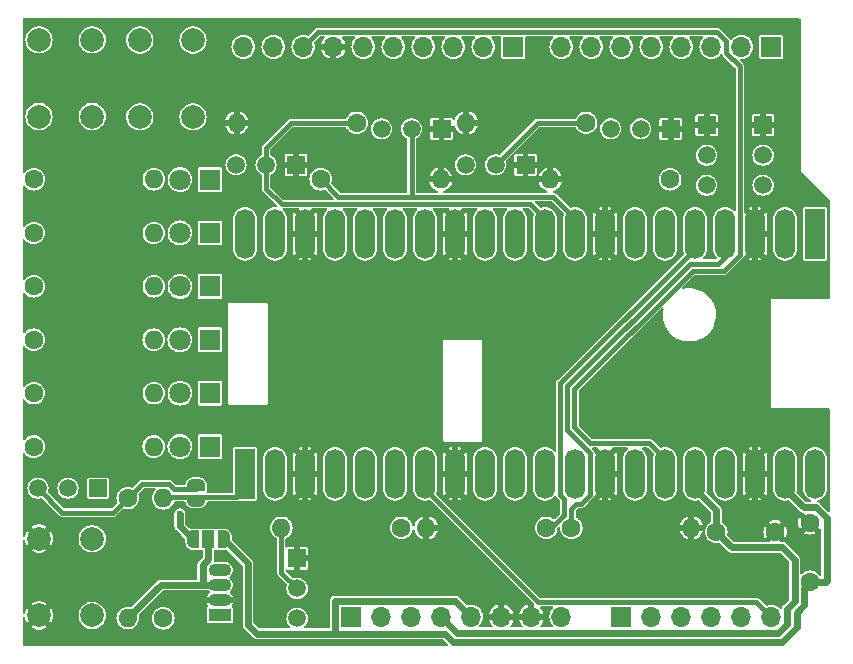
<source format=gbr>
%TF.GenerationSoftware,KiCad,Pcbnew,7.0.7*%
%TF.CreationDate,2023-09-11T15:50:09+02:00*%
%TF.ProjectId,Pico_Adapter,5069636f-5f41-4646-9170-7465722e6b69,V1.0*%
%TF.SameCoordinates,Original*%
%TF.FileFunction,Copper,L1,Top*%
%TF.FilePolarity,Positive*%
%FSLAX46Y46*%
G04 Gerber Fmt 4.6, Leading zero omitted, Abs format (unit mm)*
G04 Created by KiCad (PCBNEW 7.0.7) date 2023-09-11 15:50:09*
%MOMM*%
%LPD*%
G01*
G04 APERTURE LIST*
G04 Aperture macros list*
%AMFreePoly0*
4,1,19,0.550000,-0.750000,0.000000,-0.750000,0.000000,-0.744911,-0.071157,-0.744911,-0.207708,-0.704816,-0.327430,-0.627875,-0.420627,-0.520320,-0.479746,-0.390866,-0.500000,-0.250000,-0.500000,0.250000,-0.479746,0.390866,-0.420627,0.520320,-0.327430,0.627875,-0.207708,0.704816,-0.071157,0.744911,0.000000,0.744911,0.000000,0.750000,0.550000,0.750000,0.550000,-0.750000,0.550000,-0.750000,
$1*%
%AMFreePoly1*
4,1,19,0.000000,0.744911,0.071157,0.744911,0.207708,0.704816,0.327430,0.627875,0.420627,0.520320,0.479746,0.390866,0.500000,0.250000,0.500000,-0.250000,0.479746,-0.390866,0.420627,-0.520320,0.327430,-0.627875,0.207708,-0.704816,0.071157,-0.744911,0.000000,-0.744911,0.000000,-0.750000,-0.550000,-0.750000,-0.550000,0.750000,0.000000,0.750000,0.000000,0.744911,0.000000,0.744911,
$1*%
%AMFreePoly2*
4,1,19,0.500000,-0.750000,0.000000,-0.750000,0.000000,-0.744911,-0.071157,-0.744911,-0.207708,-0.704816,-0.327430,-0.627875,-0.420627,-0.520320,-0.479746,-0.390866,-0.500000,-0.250000,-0.500000,0.250000,-0.479746,0.390866,-0.420627,0.520320,-0.327430,0.627875,-0.207708,0.704816,-0.071157,0.744911,0.000000,0.744911,0.000000,0.750000,0.500000,0.750000,0.500000,-0.750000,0.500000,-0.750000,
$1*%
%AMFreePoly3*
4,1,19,0.000000,0.744911,0.071157,0.744911,0.207708,0.704816,0.327430,0.627875,0.420627,0.520320,0.479746,0.390866,0.500000,0.250000,0.500000,-0.250000,0.479746,-0.390866,0.420627,-0.520320,0.327430,-0.627875,0.207708,-0.704816,0.071157,-0.744911,0.000000,-0.744911,0.000000,-0.750000,-0.500000,-0.750000,-0.500000,0.750000,0.000000,0.750000,0.000000,0.744911,0.000000,0.744911,
$1*%
G04 Aperture macros list end*
%TA.AperFunction,ComponentPad*%
%ADD10R,1.900000X1.100000*%
%TD*%
%TA.AperFunction,ComponentPad*%
%ADD11O,1.900000X1.100000*%
%TD*%
%TA.AperFunction,ComponentPad*%
%ADD12R,1.500000X1.500000*%
%TD*%
%TA.AperFunction,ComponentPad*%
%ADD13C,1.500000*%
%TD*%
%TA.AperFunction,ComponentPad*%
%ADD14R,1.800000X1.800000*%
%TD*%
%TA.AperFunction,ComponentPad*%
%ADD15C,1.800000*%
%TD*%
%TA.AperFunction,ComponentPad*%
%ADD16R,1.700000X1.700000*%
%TD*%
%TA.AperFunction,ComponentPad*%
%ADD17O,1.700000X1.700000*%
%TD*%
%TA.AperFunction,ComponentPad*%
%ADD18C,1.600000*%
%TD*%
%TA.AperFunction,ComponentPad*%
%ADD19O,1.600000X1.600000*%
%TD*%
%TA.AperFunction,SMDPad,CuDef*%
%ADD20R,1.700000X4.240000*%
%TD*%
%TA.AperFunction,ComponentPad*%
%ADD21C,1.700000*%
%TD*%
%TA.AperFunction,SMDPad,CuDef*%
%ADD22O,1.700000X4.240000*%
%TD*%
%TA.AperFunction,ComponentPad*%
%ADD23C,2.000000*%
%TD*%
%TA.AperFunction,SMDPad,CuDef*%
%ADD24FreePoly0,180.000000*%
%TD*%
%TA.AperFunction,SMDPad,CuDef*%
%ADD25R,1.000000X1.500000*%
%TD*%
%TA.AperFunction,SMDPad,CuDef*%
%ADD26FreePoly1,180.000000*%
%TD*%
%TA.AperFunction,SMDPad,CuDef*%
%ADD27FreePoly2,90.000000*%
%TD*%
%TA.AperFunction,SMDPad,CuDef*%
%ADD28FreePoly3,90.000000*%
%TD*%
%TA.AperFunction,ViaPad*%
%ADD29C,0.600000*%
%TD*%
%TA.AperFunction,Conductor*%
%ADD30C,0.400000*%
%TD*%
%TA.AperFunction,Conductor*%
%ADD31C,0.600000*%
%TD*%
G04 APERTURE END LIST*
D10*
%TO.P,P1,1,DOUT*%
%TO.N,unconnected-(P1-DOUT-Pad1)*%
X95886000Y-155604400D03*
D11*
%TO.P,P1,2,GND*%
%TO.N,GND*%
X95886000Y-154334400D03*
%TO.P,P1,3,VDD*%
%TO.N,Net-(JP1-C)*%
X95886000Y-153064400D03*
%TO.P,P1,4,DIN*%
%TO.N,Net-(JP2-B)*%
X95886000Y-151794400D03*
%TD*%
D12*
%TO.P,B1,1,GND*%
%TO.N,GND*%
X102433800Y-150825200D03*
D13*
%TO.P,B1,2,DQ*%
%TO.N,GP17*%
X102433800Y-153365200D03*
%TO.P,B1,3,V_{DD}*%
%TO.N,+3V3*%
X102433800Y-155905200D03*
%TD*%
D12*
%TO.P,Q5,1,S*%
%TO.N,GND*%
X121768600Y-117504400D03*
D13*
%TO.P,Q5,2,G*%
%TO.N,GP5*%
X119228600Y-117504400D03*
%TO.P,Q5,3,D*%
%TO.N,Net-(P5-K)*%
X116688600Y-117504400D03*
%TD*%
D14*
%TO.P,P5,1,K*%
%TO.N,Net-(P5-K)*%
X95052800Y-127791400D03*
D15*
%TO.P,P5,2,A*%
%TO.N,Net-(P5-A)*%
X92512800Y-127791400D03*
%TD*%
D16*
%TO.P,X5,1,Pin_1*%
%TO.N,GP26*%
X129869600Y-155769400D03*
D17*
%TO.P,X5,2,Pin_2*%
%TO.N,GP27*%
X132409600Y-155769400D03*
%TO.P,X5,3,Pin_3*%
%TO.N,GP28*%
X134949600Y-155769400D03*
%TO.P,X5,4,Pin_4*%
%TO.N,GP22*%
X137489600Y-155769400D03*
%TO.P,X5,5,Pin_5*%
%TO.N,GP20*%
X140029600Y-155769400D03*
%TO.P,X5,6,Pin_6*%
%TO.N,GP21*%
X142569600Y-155769400D03*
%TD*%
D18*
%TO.P,R3,1*%
%TO.N,GP3*%
X123521200Y-148238400D03*
D19*
%TO.P,R3,2*%
%TO.N,GND*%
X113361200Y-148238400D03*
%TD*%
D12*
%TO.P,Q1,1,S*%
%TO.N,GP16*%
X85573600Y-144885600D03*
D13*
%TO.P,Q1,2,G*%
%TO.N,+3V3*%
X83033600Y-144885600D03*
%TO.P,Q1,3,D*%
%TO.N,Net-(JP2-B)*%
X80493600Y-144885600D03*
%TD*%
D18*
%TO.P,R13,1*%
%TO.N,+3V3*%
X80138000Y-118723600D03*
D19*
%TO.P,R13,2*%
%TO.N,Net-(P7-A)*%
X90298000Y-118723600D03*
%TD*%
D18*
%TO.P,R9,1*%
%TO.N,+3V3*%
X91109800Y-155905200D03*
D19*
%TO.P,R9,2*%
%TO.N,GP16*%
X91109800Y-145745200D03*
%TD*%
D16*
%TO.P,X2,1,Pin_1*%
%TO.N,GP16*%
X98018600Y-144931900D03*
D20*
X98018600Y-143661900D03*
D16*
X98018600Y-142391900D03*
D21*
%TO.P,X2,2,Pin_2*%
%TO.N,GP17*%
X100558600Y-144931900D03*
D22*
X100558600Y-143661900D03*
D21*
X100558600Y-142391900D03*
%TO.P,X2,3,Pin_3*%
%TO.N,GND*%
X103098600Y-144931900D03*
D22*
X103098600Y-143661900D03*
D21*
X103098600Y-142391900D03*
%TO.P,X2,4,Pin_4*%
%TO.N,GP18*%
X105638600Y-144931900D03*
D22*
X105638600Y-143661900D03*
D21*
X105638600Y-142391900D03*
%TO.P,X2,5,Pin_5*%
%TO.N,GP19*%
X108178600Y-144931900D03*
D22*
X108178600Y-143661900D03*
D21*
X108178600Y-142391900D03*
%TO.P,X2,6,Pin_6*%
%TO.N,GP20*%
X110718600Y-144931900D03*
D22*
X110718600Y-143661900D03*
D21*
X110718600Y-142391900D03*
%TO.P,X2,7,Pin_7*%
%TO.N,GP21*%
X113258600Y-144931900D03*
D22*
X113258600Y-143661900D03*
D21*
X113258600Y-142391900D03*
%TO.P,X2,8,Pin_8*%
%TO.N,GND*%
X115798600Y-144931900D03*
D22*
X115798600Y-143661900D03*
D21*
X115798600Y-142391900D03*
%TO.P,X2,9,Pin_9*%
%TO.N,GP22*%
X118338600Y-144931900D03*
D22*
X118338600Y-143661900D03*
D21*
X118338600Y-142391900D03*
%TO.P,X2,10,Pin_10*%
%TO.N,RUN*%
X120878600Y-144931900D03*
D22*
X120878600Y-143661900D03*
D21*
X120878600Y-142391900D03*
%TO.P,X2,11,Pin_11*%
%TO.N,GP26*%
X123418600Y-144931900D03*
D22*
X123418600Y-143661900D03*
D21*
X123418600Y-142391900D03*
%TO.P,X2,12,Pin_12*%
%TO.N,GP27*%
X125958600Y-144931900D03*
D22*
X125958600Y-143661900D03*
D21*
X125958600Y-142391900D03*
%TO.P,X2,13,Pin_13*%
%TO.N,GND*%
X128498600Y-144931900D03*
D22*
X128498600Y-143661900D03*
D21*
X128498600Y-142391900D03*
%TO.P,X2,14,Pin_14*%
%TO.N,GP28*%
X131038600Y-144931900D03*
D22*
X131038600Y-143661900D03*
D21*
X131038600Y-142391900D03*
%TO.P,X2,15,Pin_15*%
%TO.N,VREF*%
X133578600Y-144931900D03*
D22*
X133578600Y-143661900D03*
D21*
X133578600Y-142391900D03*
%TO.P,X2,16,Pin_16*%
%TO.N,+3V3*%
X136118600Y-144931900D03*
D22*
X136118600Y-143661900D03*
D21*
X136118600Y-142391900D03*
%TO.P,X2,17,Pin_17*%
%TO.N,unconnected-(X2-Pin_17-Pad17)*%
X138658600Y-144931900D03*
D22*
X138658600Y-143661900D03*
D21*
X138658600Y-142391900D03*
%TO.P,X2,18,Pin_18*%
%TO.N,GND*%
X141198600Y-144931900D03*
D22*
X141198600Y-143661900D03*
D21*
X141198600Y-142391900D03*
%TO.P,X2,19,Pin_19*%
%TO.N,+5V*%
X143738600Y-144931900D03*
D22*
X143738600Y-143661900D03*
D21*
X143738600Y-142391900D03*
%TO.P,X2,20,Pin_20*%
%TO.N,unconnected-(X2-Pin_20-Pad20)*%
X146278600Y-144931900D03*
D22*
X146278600Y-143661900D03*
D21*
X146278600Y-142391900D03*
%TD*%
D14*
%TO.P,P4,1,K*%
%TO.N,Net-(P4-K)*%
X95047800Y-132312600D03*
D15*
%TO.P,P4,2,A*%
%TO.N,Net-(P4-A)*%
X92507800Y-132312600D03*
%TD*%
D14*
%TO.P,P6,1,K*%
%TO.N,Net-(P6-K)*%
X95052800Y-123270200D03*
D15*
%TO.P,P6,2,A*%
%TO.N,Net-(P6-A)*%
X92512800Y-123270200D03*
%TD*%
D18*
%TO.P,C2,1*%
%TO.N,+5V*%
X145846800Y-152802600D03*
%TO.P,C2,2*%
%TO.N,GND*%
X145846800Y-147802600D03*
%TD*%
D23*
%TO.P,SW2,1,A*%
%TO.N,+3V3*%
X89114800Y-113439200D03*
X89114800Y-106939200D03*
%TO.P,SW2,2,B*%
%TO.N,GP18*%
X93614800Y-113439200D03*
X93614800Y-106939200D03*
%TD*%
D18*
%TO.P,R14,1*%
%TO.N,+3V3*%
X80133000Y-132312600D03*
D19*
%TO.P,R14,2*%
%TO.N,Net-(P4-A)*%
X90293000Y-132312600D03*
%TD*%
D18*
%TO.P,R10,1*%
%TO.N,+3V3*%
X80133000Y-141355000D03*
D19*
%TO.P,R10,2*%
%TO.N,Net-(P2-A)*%
X90293000Y-141355000D03*
%TD*%
D18*
%TO.P,R11,1*%
%TO.N,+3V3*%
X80138000Y-127791400D03*
D19*
%TO.P,R11,2*%
%TO.N,Net-(P5-A)*%
X90298000Y-127791400D03*
%TD*%
D18*
%TO.P,R7,1*%
%TO.N,+3V3*%
X111253000Y-148238400D03*
D19*
%TO.P,R7,2*%
%TO.N,GP17*%
X101093000Y-148238400D03*
%TD*%
D18*
%TO.P,R2,1*%
%TO.N,GP2*%
X125654800Y-148238400D03*
D19*
%TO.P,R2,2*%
%TO.N,GND*%
X135814800Y-148238400D03*
%TD*%
D18*
%TO.P,R1,1*%
%TO.N,GP7*%
X107468400Y-113948400D03*
D19*
%TO.P,R1,2*%
%TO.N,GND*%
X97308400Y-113948400D03*
%TD*%
D14*
%TO.P,P7,1,K*%
%TO.N,Net-(P7-K)*%
X95052800Y-118749000D03*
D15*
%TO.P,P7,2,A*%
%TO.N,Net-(P7-A)*%
X92512800Y-118749000D03*
%TD*%
D14*
%TO.P,P2,1,K*%
%TO.N,Net-(P2-K)*%
X95047800Y-141355000D03*
D15*
%TO.P,P2,2,A*%
%TO.N,Net-(P2-A)*%
X92507800Y-141355000D03*
%TD*%
D16*
%TO.P,X6,1,Pin_1*%
%TO.N,GP8*%
X120727800Y-107518400D03*
D17*
%TO.P,X6,2,Pin_2*%
%TO.N,GP9*%
X118187800Y-107518400D03*
%TO.P,X6,3,Pin_3*%
%TO.N,GP13*%
X115647800Y-107518400D03*
%TO.P,X6,4,Pin_4*%
%TO.N,GP11*%
X113107800Y-107518400D03*
%TO.P,X6,5,Pin_5*%
%TO.N,GP12*%
X110567800Y-107518400D03*
%TO.P,X6,6,Pin_6*%
%TO.N,GP10*%
X108027800Y-107518400D03*
%TO.P,X6,7,Pin_7*%
%TO.N,GND*%
X105487800Y-107518400D03*
%TO.P,X6,8,Pin_8*%
%TO.N,VREF*%
X102947800Y-107518400D03*
%TO.P,X6,9,Pin_9*%
%TO.N,GP14*%
X100407800Y-107518400D03*
%TO.P,X6,10,Pin_10*%
%TO.N,GP15*%
X97867800Y-107518400D03*
%TD*%
D24*
%TO.P,JP1,1,A*%
%TO.N,+5V*%
X96224400Y-149199600D03*
D25*
%TO.P,JP1,2,C*%
%TO.N,Net-(JP1-C)*%
X94924400Y-149199600D03*
D26*
%TO.P,JP1,3,B*%
%TO.N,+3V3*%
X93624400Y-149199600D03*
%TD*%
D16*
%TO.P,X3,1,Pin_1*%
%TO.N,unconnected-(X3-Pin_1-Pad1)*%
X107010600Y-155769400D03*
D17*
%TO.P,X3,2,Pin_2*%
%TO.N,+3V3*%
X109550600Y-155769400D03*
%TO.P,X3,3,Pin_3*%
%TO.N,RUN*%
X112090600Y-155769400D03*
%TO.P,X3,4,Pin_4*%
%TO.N,+3V3*%
X114630600Y-155769400D03*
%TO.P,X3,5,Pin_5*%
%TO.N,+5V*%
X117170600Y-155769400D03*
%TO.P,X3,6,Pin_6*%
%TO.N,GND*%
X119710600Y-155769400D03*
%TO.P,X3,7,Pin_7*%
X122250600Y-155769400D03*
%TO.P,X3,8,Pin_8*%
%TO.N,unconnected-(X3-Pin_8-Pad8)*%
X124790600Y-155769400D03*
%TD*%
D18*
%TO.P,R4,1*%
%TO.N,GP4*%
X134011400Y-118723600D03*
D19*
%TO.P,R4,2*%
%TO.N,GND*%
X123851400Y-118723600D03*
%TD*%
D12*
%TO.P,Q7,1,S*%
%TO.N,GND*%
X102337600Y-117500000D03*
D13*
%TO.P,Q7,2,G*%
%TO.N,GP7*%
X99797600Y-117500000D03*
%TO.P,Q7,3,D*%
%TO.N,Net-(P7-K)*%
X97257600Y-117500000D03*
%TD*%
D23*
%TO.P,SW1,1,A*%
%TO.N,RUN*%
X85080400Y-149154000D03*
X85080400Y-155654000D03*
%TO.P,SW1,2,B*%
%TO.N,GND*%
X80580400Y-149154000D03*
X80580400Y-155654000D03*
%TD*%
D18*
%TO.P,R12,1*%
%TO.N,+3V3*%
X80138000Y-136833800D03*
D19*
%TO.P,R12,2*%
%TO.N,Net-(P3-A)*%
X90298000Y-136833800D03*
%TD*%
D16*
%TO.P,X1,1,Pin_1*%
%TO.N,GP0*%
X146278600Y-122072400D03*
D20*
X146278600Y-123342400D03*
D16*
X146278600Y-124612400D03*
D21*
%TO.P,X1,2,Pin_2*%
%TO.N,GP1*%
X143738600Y-122072400D03*
D22*
X143738600Y-123342400D03*
D21*
X143738600Y-124612400D03*
%TO.P,X1,3,Pin_3*%
%TO.N,GND*%
X141198600Y-122072400D03*
D22*
X141198600Y-123342400D03*
D21*
X141198600Y-124612400D03*
%TO.P,X1,4,Pin_4*%
%TO.N,GP2*%
X138658600Y-122072400D03*
D22*
X138658600Y-123342400D03*
D21*
X138658600Y-124612400D03*
%TO.P,X1,5,Pin_5*%
%TO.N,GP3*%
X136118600Y-122072400D03*
D22*
X136118600Y-123342400D03*
D21*
X136118600Y-124612400D03*
%TO.P,X1,6,Pin_6*%
%TO.N,GP4*%
X133578600Y-122072400D03*
D22*
X133578600Y-123342400D03*
D21*
X133578600Y-124612400D03*
%TO.P,X1,7,Pin_7*%
%TO.N,GP5*%
X131038600Y-122072400D03*
D22*
X131038600Y-123342400D03*
D21*
X131038600Y-124612400D03*
%TO.P,X1,8,Pin_8*%
%TO.N,GND*%
X128498600Y-122072400D03*
D22*
X128498600Y-123342400D03*
D21*
X128498600Y-124612400D03*
%TO.P,X1,9,Pin_9*%
%TO.N,GP6*%
X125958600Y-122072400D03*
D22*
X125958600Y-123342400D03*
D21*
X125958600Y-124612400D03*
%TO.P,X1,10,Pin_10*%
%TO.N,GP7*%
X123418600Y-122072400D03*
D22*
X123418600Y-123342400D03*
D21*
X123418600Y-124612400D03*
%TO.P,X1,11,Pin_11*%
%TO.N,GP8*%
X120878600Y-122072400D03*
D22*
X120878600Y-123342400D03*
D21*
X120878600Y-124612400D03*
%TO.P,X1,12,Pin_12*%
%TO.N,GP9*%
X118338600Y-122072400D03*
D22*
X118338600Y-123342400D03*
D21*
X118338600Y-124612400D03*
%TO.P,X1,13,Pin_13*%
%TO.N,GND*%
X115798600Y-122072400D03*
D22*
X115798600Y-123342400D03*
D21*
X115798600Y-124612400D03*
%TO.P,X1,14,Pin_14*%
%TO.N,GP10*%
X113258600Y-122072400D03*
D22*
X113258600Y-123342400D03*
D21*
X113258600Y-124612400D03*
%TO.P,X1,15,Pin_15*%
%TO.N,GP11*%
X110718600Y-122072400D03*
D22*
X110718600Y-123342400D03*
D21*
X110718600Y-124612400D03*
%TO.P,X1,16,Pin_16*%
%TO.N,GP12*%
X108178600Y-122072400D03*
D22*
X108178600Y-123342400D03*
D21*
X108178600Y-124612400D03*
%TO.P,X1,17,Pin_17*%
%TO.N,GP13*%
X105638600Y-122072400D03*
D22*
X105638600Y-123342400D03*
D21*
X105638600Y-124612400D03*
%TO.P,X1,18,Pin_18*%
%TO.N,GND*%
X103098600Y-122072400D03*
D22*
X103098600Y-123342400D03*
D21*
X103098600Y-124612400D03*
%TO.P,X1,19,Pin_19*%
%TO.N,GP14*%
X100558600Y-122072400D03*
D22*
X100558600Y-123342400D03*
D21*
X100558600Y-124612400D03*
%TO.P,X1,20,Pin_20*%
%TO.N,GP15*%
X98018600Y-122072400D03*
D22*
X98018600Y-123342400D03*
D21*
X98018600Y-124612400D03*
%TD*%
D18*
%TO.P,R6,1*%
%TO.N,GP6*%
X104420400Y-118723600D03*
D19*
%TO.P,R6,2*%
%TO.N,GND*%
X114580400Y-118723600D03*
%TD*%
D12*
%TO.P,Q4,1,S*%
%TO.N,GND*%
X134062200Y-114452000D03*
D13*
%TO.P,Q4,2,G*%
%TO.N,GP4*%
X131522200Y-114452000D03*
%TO.P,Q4,3,D*%
%TO.N,Net-(P4-K)*%
X128982200Y-114452000D03*
%TD*%
D18*
%TO.P,R15,1*%
%TO.N,+3V3*%
X80138000Y-123270200D03*
D19*
%TO.P,R15,2*%
%TO.N,Net-(P6-A)*%
X90298000Y-123270200D03*
%TD*%
D27*
%TO.P,JP2,1,A*%
%TO.N,GP16*%
X93878400Y-145927600D03*
D28*
%TO.P,JP2,2,B*%
%TO.N,Net-(JP2-B)*%
X93878400Y-144627600D03*
%TD*%
D18*
%TO.P,C1,1*%
%TO.N,+3V3*%
X137922000Y-148590000D03*
%TO.P,C1,2*%
%TO.N,GND*%
X142922000Y-148590000D03*
%TD*%
D12*
%TO.P,Q6,1,S*%
%TO.N,GND*%
X114656600Y-114456400D03*
D13*
%TO.P,Q6,2,G*%
%TO.N,GP6*%
X112116600Y-114456400D03*
%TO.P,Q6,3,D*%
%TO.N,Net-(P6-K)*%
X109576600Y-114456400D03*
%TD*%
D12*
%TO.P,Q3,1,S*%
%TO.N,GND*%
X137110200Y-114151600D03*
D13*
%TO.P,Q3,2,G*%
%TO.N,GP3*%
X137110200Y-116691600D03*
%TO.P,Q3,3,D*%
%TO.N,Net-(P3-K)*%
X137110200Y-119231600D03*
%TD*%
D18*
%TO.P,R8,1*%
%TO.N,Net-(JP2-B)*%
X88087200Y-145719800D03*
D19*
%TO.P,R8,2*%
%TO.N,Net-(JP1-C)*%
X88087200Y-155879800D03*
%TD*%
D16*
%TO.P,X4,1,Pin_1*%
%TO.N,GP0*%
X142569600Y-107518400D03*
D17*
%TO.P,X4,2,Pin_2*%
%TO.N,GP1*%
X140029600Y-107518400D03*
%TO.P,X4,3,Pin_3*%
%TO.N,GP2*%
X137489600Y-107518400D03*
%TO.P,X4,4,Pin_4*%
%TO.N,GP3*%
X134949600Y-107518400D03*
%TO.P,X4,5,Pin_5*%
%TO.N,GP4*%
X132409600Y-107518400D03*
%TO.P,X4,6,Pin_6*%
%TO.N,GP5*%
X129869600Y-107518400D03*
%TO.P,X4,7,Pin_7*%
%TO.N,GP6*%
X127329600Y-107518400D03*
%TO.P,X4,8,Pin_8*%
%TO.N,GP7*%
X124789600Y-107518400D03*
%TD*%
D14*
%TO.P,P3,1,K*%
%TO.N,Net-(P3-K)*%
X95052800Y-136833800D03*
D15*
%TO.P,P3,2,A*%
%TO.N,Net-(P3-A)*%
X92512800Y-136833800D03*
%TD*%
D23*
%TO.P,SW3,1,A*%
%TO.N,+3V3*%
X80580400Y-113413800D03*
X80580400Y-106913800D03*
%TO.P,SW3,2,B*%
%TO.N,GP19*%
X85080400Y-113413800D03*
X85080400Y-106913800D03*
%TD*%
D18*
%TO.P,R5,1*%
%TO.N,GP5*%
X126899400Y-113948400D03*
D19*
%TO.P,R5,2*%
%TO.N,GND*%
X116739400Y-113948400D03*
%TD*%
D12*
%TO.P,Q2,1,S*%
%TO.N,GND*%
X141885400Y-114151600D03*
D13*
%TO.P,Q2,2,G*%
%TO.N,GP2*%
X141885400Y-116691600D03*
%TO.P,Q2,3,D*%
%TO.N,Net-(P2-K)*%
X141885400Y-119231600D03*
%TD*%
D29*
%TO.N,+3V3*%
X92494775Y-147040600D03*
%TD*%
D30*
%TO.N,GP21*%
X113258600Y-144931900D02*
X122846100Y-154519400D01*
X122846100Y-154519400D02*
X141319600Y-154519400D01*
X141319600Y-154519400D02*
X142569600Y-155769400D01*
D31*
%TO.N,Net-(JP1-C)*%
X94644400Y-153064400D02*
X94335600Y-153064400D01*
X94436000Y-152964000D02*
X94335600Y-153064400D01*
X94335600Y-153064400D02*
X90902600Y-153064400D01*
X94924400Y-149199600D02*
X94924400Y-150871076D01*
X94924400Y-150871076D02*
X94436000Y-151359476D01*
X94436000Y-151359476D02*
X94436000Y-152964000D01*
D30*
%TO.N,GP2*%
X126426467Y-146231800D02*
X126061200Y-146231800D01*
X138658600Y-125304600D02*
X138100800Y-125862400D01*
X127208600Y-141874133D02*
X127208600Y-145449667D01*
X125308600Y-139974133D02*
X127208600Y-141874133D01*
X138100800Y-125862400D02*
X135674649Y-125862400D01*
X126061200Y-146231800D02*
X125654800Y-146638200D01*
X125308600Y-136228449D02*
X125308600Y-139974133D01*
X138658600Y-124612400D02*
X138658600Y-125304600D01*
X135674649Y-125862400D02*
X125308600Y-136228449D01*
X125654800Y-146638200D02*
X125654800Y-148238400D01*
X127208600Y-145449667D02*
X126426467Y-146231800D01*
%TO.N,GP3*%
X125054800Y-145795867D02*
X124708600Y-145449667D01*
X123957743Y-148238400D02*
X125054800Y-147141343D01*
X124708600Y-135979921D02*
X136076121Y-124612400D01*
X123521200Y-148238400D02*
X123957743Y-148238400D01*
X124708600Y-145449667D02*
X124708600Y-135979921D01*
X136076121Y-124612400D02*
X136118600Y-124612400D01*
X125054800Y-147141343D02*
X125054800Y-145795867D01*
%TO.N,GP5*%
X122784600Y-113948400D02*
X126899400Y-113948400D01*
X119228600Y-117504400D02*
X122784600Y-113948400D01*
%TO.N,GP6*%
X105919200Y-120222400D02*
X112218200Y-120222400D01*
X112116600Y-114456400D02*
X112116600Y-120120800D01*
X104420400Y-118723600D02*
X105919200Y-120222400D01*
X112218200Y-120222400D02*
X124108600Y-120222400D01*
X112116600Y-120120800D02*
X112218200Y-120222400D01*
X124108600Y-120222400D02*
X125958600Y-122072400D01*
%TO.N,GP7*%
X99797600Y-116082000D02*
X101931200Y-113948400D01*
X99797600Y-119511000D02*
X101109000Y-120822400D01*
X99797600Y-117500000D02*
X99797600Y-116082000D01*
X99797600Y-117500000D02*
X99797600Y-119511000D01*
X101931200Y-113948400D02*
X107468400Y-113948400D01*
X101109000Y-120822400D02*
X122168600Y-120822400D01*
X122168600Y-120822400D02*
X123418600Y-122072400D01*
%TO.N,GP16*%
X97306900Y-145643600D02*
X91211400Y-145643600D01*
X91211400Y-145643600D02*
X91109800Y-145745200D01*
X98018600Y-144931900D02*
X97306900Y-145643600D01*
X91109800Y-145745200D02*
X91287600Y-145923000D01*
%TO.N,GP17*%
X101093000Y-152024400D02*
X102433800Y-153365200D01*
X101093000Y-148238400D02*
X101093000Y-152024400D01*
%TO.N,VREF*%
X132262300Y-141075600D02*
X127258595Y-141075600D01*
X125908600Y-139725605D02*
X125908600Y-136476977D01*
X139908600Y-109165167D02*
X138739600Y-107996167D01*
X138739600Y-107996167D02*
X138739600Y-107000633D01*
X138576367Y-126462400D02*
X139908600Y-125130167D01*
X104197800Y-106268400D02*
X102947800Y-107518400D01*
X127258595Y-141075600D02*
X125908600Y-139725605D01*
X125908600Y-136476977D02*
X135923177Y-126462400D01*
X138739600Y-107000633D02*
X138007367Y-106268400D01*
X138007367Y-106268400D02*
X104197800Y-106268400D01*
X135923177Y-126462400D02*
X138576367Y-126462400D01*
X133578600Y-142391900D02*
X132262300Y-141075600D01*
X139908600Y-125130167D02*
X139908600Y-109165167D01*
D31*
%TO.N,+3V3*%
X144546800Y-154467000D02*
X144546800Y-150926800D01*
X143919600Y-155094200D02*
X144546800Y-154467000D01*
X136118600Y-144931900D02*
X137922000Y-146735300D01*
X137922000Y-146735300D02*
X137922000Y-148590000D01*
X143138200Y-157119400D02*
X143919600Y-156338000D01*
X143919600Y-156338000D02*
X143919600Y-155094200D01*
X92494775Y-147040600D02*
X92494775Y-148069975D01*
X143510000Y-149890000D02*
X139222000Y-149890000D01*
X144546800Y-150926800D02*
X143510000Y-149890000D01*
X114630600Y-155769400D02*
X115980600Y-157119400D01*
X92494775Y-148069975D02*
X93624400Y-149199600D01*
X115980600Y-157119400D02*
X143138200Y-157119400D01*
X139222000Y-149890000D02*
X137922000Y-148590000D01*
%TO.N,+5V*%
X145309300Y-146502600D02*
X143738600Y-144931900D01*
X105660600Y-157180200D02*
X105665000Y-157184600D01*
X145846800Y-152802600D02*
X145846800Y-152831800D01*
X105660600Y-154419400D02*
X115820600Y-154419400D01*
X96224400Y-149199600D02*
X98272600Y-151247800D01*
X98272600Y-156434600D02*
X99022600Y-157184600D01*
X147275400Y-147392722D02*
X146385278Y-146502600D01*
X105660600Y-156239400D02*
X105660600Y-157180200D01*
X146385278Y-146502600D02*
X145309300Y-146502600D01*
X143469570Y-157919400D02*
X115649230Y-157919400D01*
X144719600Y-155425570D02*
X144719600Y-156669370D01*
X105660600Y-156977000D02*
X105660600Y-156239400D01*
X145846800Y-152802600D02*
X147177600Y-152802600D01*
X114914430Y-157184600D02*
X105665000Y-157184600D01*
X147275400Y-152704800D02*
X147275400Y-147392722D01*
X105660600Y-156239400D02*
X105660600Y-154419400D01*
X145846800Y-152802600D02*
X145346800Y-153302600D01*
X145043385Y-155101785D02*
X144719600Y-155425570D01*
X115649230Y-157919400D02*
X114914430Y-157184600D01*
X99022600Y-157184600D02*
X105665000Y-157184600D01*
X98272600Y-151247800D02*
X98272600Y-156434600D01*
X145346800Y-153302600D02*
X145346800Y-154798370D01*
X147177600Y-152802600D02*
X147275400Y-152704800D01*
X144719600Y-156669370D02*
X143469570Y-157919400D01*
X145346800Y-154798370D02*
X145043385Y-155101785D01*
X115820600Y-154419400D02*
X117170600Y-155769400D01*
%TO.N,Net-(JP1-C)*%
X90902600Y-153064400D02*
X88061800Y-155905200D01*
X94644400Y-153064400D02*
X95886000Y-153064400D01*
D30*
%TO.N,Net-(JP2-B)*%
X89261800Y-144545200D02*
X86857800Y-146949200D01*
X93855610Y-144925190D02*
X91991590Y-144925190D01*
X91991590Y-144925190D02*
X91611600Y-144545200D01*
X93878400Y-144902400D02*
X93855610Y-144925190D01*
X91611600Y-144545200D02*
X89261800Y-144545200D01*
X82557200Y-146949200D02*
X80493600Y-144885600D01*
X86857800Y-146949200D02*
X82557200Y-146949200D01*
%TD*%
%TA.AperFunction,Conductor*%
%TO.N,GND*%
G36*
X127906456Y-141445007D02*
G01*
X127916584Y-141458946D01*
X127917892Y-141457639D01*
X128263141Y-141802888D01*
X128290918Y-141857405D01*
X128281347Y-141917837D01*
X128238082Y-141961102D01*
X128234266Y-141962944D01*
X128225502Y-141966946D01*
X128116837Y-142061103D01*
X128064875Y-142141959D01*
X128017509Y-142180691D01*
X127956423Y-142184184D01*
X127911587Y-142158440D01*
X127576520Y-141823373D01*
X127554304Y-141779771D01*
X127551514Y-141780602D01*
X127547079Y-141765708D01*
X127544691Y-141758749D01*
X127520304Y-141713687D01*
X127497798Y-141667648D01*
X127493548Y-141661695D01*
X127489018Y-141655875D01*
X127451324Y-141621174D01*
X127425253Y-141595104D01*
X127397476Y-141540587D01*
X127407047Y-141480155D01*
X127450312Y-141436890D01*
X127495257Y-141426100D01*
X127848265Y-141426100D01*
X127906456Y-141445007D01*
G37*
%TD.AperFunction*%
%TA.AperFunction,Conductor*%
G36*
X145018291Y-105122807D02*
G01*
X145054255Y-105172307D01*
X145059100Y-105202900D01*
X145059099Y-117927916D01*
X145054560Y-117953092D01*
X145054132Y-117959091D01*
X145056833Y-117971491D01*
X145057694Y-117979494D01*
X145058093Y-117979437D01*
X145059101Y-117986449D01*
X145062428Y-117997781D01*
X145063300Y-118001195D01*
X145069813Y-118031105D01*
X145069814Y-118031108D01*
X145069815Y-118031109D01*
X145069901Y-118031266D01*
X145070590Y-118032930D01*
X145071091Y-118033709D01*
X145072890Y-118036739D01*
X145073339Y-118037561D01*
X145074467Y-118038961D01*
X145074565Y-118039114D01*
X145097699Y-118059159D01*
X145100272Y-118061554D01*
X147545890Y-120506200D01*
X147573678Y-120560710D01*
X147574900Y-120576216D01*
X147574900Y-128777900D01*
X147555993Y-128836091D01*
X147506493Y-128872055D01*
X147475900Y-128876900D01*
X142665656Y-128876900D01*
X142651566Y-128875892D01*
X142630988Y-128872933D01*
X142630987Y-128872933D01*
X142630986Y-128872933D01*
X142630984Y-128872933D01*
X142630982Y-128872934D01*
X142612067Y-128881572D01*
X142598837Y-128886507D01*
X142578886Y-128892365D01*
X142571017Y-128897422D01*
X142563943Y-128903552D01*
X142552696Y-128921050D01*
X142544241Y-128932344D01*
X142530623Y-128948061D01*
X142526733Y-128956580D01*
X142524100Y-128965550D01*
X142524100Y-128986344D01*
X142523092Y-129000434D01*
X142520132Y-129021013D01*
X142522159Y-129035104D01*
X142520636Y-129035322D01*
X142524100Y-129051236D01*
X142524100Y-137986344D01*
X142523092Y-138000434D01*
X142520133Y-138021012D01*
X142520133Y-138021018D01*
X142528771Y-138039932D01*
X142533706Y-138053161D01*
X142539565Y-138073113D01*
X142544624Y-138080985D01*
X142550749Y-138088054D01*
X142568240Y-138099295D01*
X142579544Y-138107757D01*
X142592839Y-138119276D01*
X142595265Y-138121378D01*
X142595266Y-138121378D01*
X142603774Y-138125264D01*
X142612750Y-138127900D01*
X142633544Y-138127900D01*
X142647634Y-138128908D01*
X142650011Y-138129249D01*
X142668214Y-138131867D01*
X142668218Y-138131864D01*
X142682303Y-138129841D01*
X142682521Y-138131362D01*
X142698436Y-138127900D01*
X147475900Y-138127900D01*
X147534091Y-138146807D01*
X147570055Y-138196307D01*
X147574900Y-138226900D01*
X147574900Y-146816111D01*
X147555993Y-146874302D01*
X147506493Y-146910266D01*
X147445307Y-146910266D01*
X147405896Y-146886115D01*
X146723680Y-146203898D01*
X146719978Y-146199755D01*
X146718542Y-146197954D01*
X146695157Y-146168630D01*
X146646006Y-146135119D01*
X146598160Y-146099807D01*
X146598157Y-146099805D01*
X146591600Y-146096340D01*
X146591804Y-146095952D01*
X146589822Y-146094952D01*
X146589633Y-146095346D01*
X146582949Y-146092127D01*
X146558393Y-146084552D01*
X146508361Y-146049332D01*
X146488587Y-145991430D01*
X146506623Y-145932963D01*
X146553189Y-145897115D01*
X146596485Y-145881080D01*
X146599243Y-145880152D01*
X146663327Y-145860714D01*
X146687094Y-145848009D01*
X146693217Y-145845254D01*
X146721487Y-145834786D01*
X146778208Y-145799431D01*
X146781045Y-145797791D01*
X146831806Y-145770660D01*
X146837131Y-145767814D01*
X146837133Y-145767813D01*
X146837134Y-145767812D01*
X146837138Y-145767810D01*
X146860544Y-145748600D01*
X146865742Y-145744871D01*
X146894171Y-145727152D01*
X146940220Y-145683376D01*
X146942869Y-145681036D01*
X146989483Y-145642783D01*
X147010808Y-145616797D01*
X147014963Y-145612330D01*
X147023201Y-145604498D01*
X147041653Y-145586959D01*
X147076035Y-145537559D01*
X147078362Y-145534483D01*
X147114510Y-145490438D01*
X147131931Y-145457842D01*
X147134945Y-145452919D01*
X147157895Y-145419949D01*
X147180304Y-145367727D01*
X147182138Y-145363913D01*
X147183775Y-145360852D01*
X147207414Y-145316627D01*
X147219109Y-145278069D01*
X147220982Y-145272937D01*
X147238140Y-145232958D01*
X147248909Y-145180549D01*
X147250023Y-145176161D01*
X147264624Y-145128032D01*
X147268900Y-145084609D01*
X147269674Y-145079504D01*
X147271659Y-145069847D01*
X147279100Y-145033641D01*
X147279100Y-144983483D01*
X147279339Y-144978628D01*
X147283941Y-144931903D01*
X147283941Y-144931897D01*
X147279339Y-144885171D01*
X147279100Y-144880316D01*
X147279100Y-142443483D01*
X147279339Y-142438628D01*
X147283941Y-142391903D01*
X147283941Y-142391899D01*
X147281144Y-142363501D01*
X147279378Y-142345572D01*
X147279206Y-142343257D01*
X147279099Y-142341147D01*
X147274125Y-142292236D01*
X147268724Y-142237396D01*
X147264624Y-142195768D01*
X147264620Y-142195756D01*
X147264452Y-142194907D01*
X147263753Y-142190244D01*
X147263674Y-142189462D01*
X147234634Y-142096907D01*
X147219106Y-142045718D01*
X147207415Y-142007176D01*
X147205551Y-142002676D01*
X147205922Y-142002522D01*
X147204819Y-141999897D01*
X147204742Y-141999931D01*
X147202763Y-141995319D01*
X147157212Y-141913251D01*
X147153572Y-141906442D01*
X147114510Y-141833362D01*
X147114508Y-141833359D01*
X147111807Y-141829317D01*
X147111848Y-141829289D01*
X147105093Y-141819352D01*
X147104009Y-141817398D01*
X147104008Y-141817396D01*
X147104007Y-141817395D01*
X147065671Y-141772740D01*
X147044943Y-141748595D01*
X146989483Y-141681017D01*
X146989477Y-141681012D01*
X146989475Y-141681010D01*
X146987518Y-141679404D01*
X146975208Y-141667364D01*
X146971466Y-141663005D01*
X146971465Y-141663004D01*
X146902273Y-141609445D01*
X146884798Y-141595104D01*
X146837138Y-141555990D01*
X146837135Y-141555988D01*
X146837127Y-141555983D01*
X146831809Y-141553141D01*
X146817870Y-141544112D01*
X146810559Y-141538452D01*
X146810555Y-141538450D01*
X146734842Y-141501312D01*
X146663335Y-141463089D01*
X146663319Y-141463083D01*
X146654177Y-141460309D01*
X146639326Y-141454458D01*
X146627872Y-141448840D01*
X146549312Y-141428499D01*
X146474736Y-141405876D01*
X146461729Y-141404595D01*
X146446626Y-141401912D01*
X146430881Y-141397836D01*
X146430885Y-141397836D01*
X146354175Y-141393945D01*
X146351839Y-141393771D01*
X146327757Y-141391400D01*
X146278605Y-141386559D01*
X146278600Y-141386559D01*
X146262109Y-141388182D01*
X146247402Y-141388531D01*
X146227663Y-141387530D01*
X146155048Y-141398654D01*
X146152404Y-141398987D01*
X146082473Y-141405874D01*
X146063258Y-141411702D01*
X146049524Y-141414820D01*
X146026530Y-141418343D01*
X145960750Y-141442705D01*
X145957934Y-141443652D01*
X145893873Y-141463086D01*
X145893869Y-141463087D01*
X145893869Y-141463088D01*
X145870118Y-141475782D01*
X145863971Y-141478548D01*
X145835713Y-141489013D01*
X145779006Y-141524357D01*
X145776159Y-141526003D01*
X145720060Y-141555990D01*
X145696662Y-141575191D01*
X145691442Y-141578936D01*
X145663028Y-141596648D01*
X145617003Y-141640397D01*
X145614303Y-141642783D01*
X145567719Y-141681015D01*
X145567711Y-141681023D01*
X145546391Y-141706998D01*
X145542232Y-141711472D01*
X145515549Y-141736838D01*
X145515546Y-141736841D01*
X145481172Y-141786225D01*
X145478809Y-141789349D01*
X145442689Y-141833363D01*
X145425269Y-141865953D01*
X145422240Y-141870898D01*
X145406873Y-141892978D01*
X145399305Y-141903851D01*
X145383169Y-141941452D01*
X145376895Y-141956071D01*
X145375062Y-141959883D01*
X145349786Y-142007170D01*
X145338092Y-142045720D01*
X145336211Y-142050874D01*
X145319059Y-142090844D01*
X145308292Y-142143236D01*
X145307174Y-142147641D01*
X145292576Y-142195765D01*
X145292574Y-142195776D01*
X145288300Y-142239177D01*
X145287525Y-142244291D01*
X145278100Y-142290156D01*
X145278100Y-142340316D01*
X145277861Y-142345171D01*
X145273259Y-142391897D01*
X145273259Y-142391903D01*
X145277861Y-142438628D01*
X145278100Y-142443483D01*
X145278100Y-144880316D01*
X145277861Y-144885171D01*
X145273259Y-144931897D01*
X145273259Y-144931904D01*
X145277817Y-144978185D01*
X145277992Y-144980521D01*
X145278099Y-144982641D01*
X145283074Y-145031563D01*
X145292576Y-145128042D01*
X145292750Y-145128914D01*
X145293443Y-145133534D01*
X145293523Y-145134323D01*
X145293525Y-145134334D01*
X145293526Y-145134338D01*
X145313645Y-145198463D01*
X145322565Y-145226892D01*
X145349786Y-145316629D01*
X145351646Y-145321117D01*
X145351282Y-145321267D01*
X145352392Y-145323910D01*
X145352464Y-145323880D01*
X145354441Y-145328488D01*
X145399987Y-145410548D01*
X145442690Y-145490438D01*
X145442695Y-145490444D01*
X145445394Y-145494484D01*
X145445353Y-145494510D01*
X145452098Y-145504434D01*
X145453188Y-145506398D01*
X145453190Y-145506401D01*
X145453191Y-145506402D01*
X145498237Y-145558874D01*
X145512256Y-145575204D01*
X145567712Y-145642778D01*
X145567714Y-145642780D01*
X145567717Y-145642783D01*
X145569686Y-145644399D01*
X145581990Y-145656434D01*
X145585735Y-145660797D01*
X145650725Y-145711102D01*
X145654926Y-145714354D01*
X145696669Y-145748612D01*
X145720066Y-145767813D01*
X145725393Y-145770660D01*
X145739323Y-145779682D01*
X145746642Y-145785348D01*
X145746643Y-145785348D01*
X145746644Y-145785349D01*
X145746645Y-145785350D01*
X145798025Y-145810552D01*
X145822357Y-145822487D01*
X145893873Y-145860714D01*
X145893875Y-145860714D01*
X145893876Y-145860715D01*
X145896097Y-145861635D01*
X145896933Y-145862349D01*
X145898164Y-145863007D01*
X145898019Y-145863277D01*
X145942624Y-145901372D01*
X145956908Y-145960866D01*
X145933494Y-146017394D01*
X145881325Y-146049364D01*
X145858213Y-146052100D01*
X145536911Y-146052100D01*
X145478720Y-146033193D01*
X145466907Y-146023104D01*
X144732198Y-145288395D01*
X144704421Y-145233878D01*
X144705227Y-145198466D01*
X144708909Y-145180549D01*
X144710022Y-145176166D01*
X144724624Y-145128032D01*
X144728900Y-145084609D01*
X144729674Y-145079504D01*
X144731659Y-145069847D01*
X144739100Y-145033641D01*
X144739100Y-144983483D01*
X144739339Y-144978628D01*
X144743941Y-144931903D01*
X144743941Y-144931897D01*
X144739339Y-144885171D01*
X144739100Y-144880316D01*
X144739100Y-142443483D01*
X144739339Y-142438628D01*
X144743941Y-142391903D01*
X144743941Y-142391899D01*
X144741144Y-142363501D01*
X144739378Y-142345572D01*
X144739206Y-142343257D01*
X144739099Y-142341147D01*
X144734125Y-142292236D01*
X144728724Y-142237396D01*
X144724624Y-142195768D01*
X144724620Y-142195756D01*
X144724452Y-142194907D01*
X144723753Y-142190244D01*
X144723674Y-142189462D01*
X144694634Y-142096907D01*
X144679106Y-142045718D01*
X144667415Y-142007176D01*
X144665551Y-142002676D01*
X144665922Y-142002522D01*
X144664819Y-141999897D01*
X144664742Y-141999931D01*
X144662763Y-141995319D01*
X144617212Y-141913251D01*
X144613572Y-141906442D01*
X144574510Y-141833362D01*
X144574508Y-141833359D01*
X144571807Y-141829317D01*
X144571848Y-141829289D01*
X144565093Y-141819352D01*
X144564009Y-141817398D01*
X144564008Y-141817396D01*
X144564007Y-141817395D01*
X144525671Y-141772740D01*
X144504943Y-141748595D01*
X144449483Y-141681017D01*
X144449477Y-141681012D01*
X144449475Y-141681010D01*
X144447518Y-141679404D01*
X144435208Y-141667364D01*
X144431466Y-141663005D01*
X144431465Y-141663004D01*
X144362273Y-141609445D01*
X144344798Y-141595104D01*
X144297138Y-141555990D01*
X144297135Y-141555988D01*
X144297127Y-141555983D01*
X144291809Y-141553141D01*
X144277870Y-141544112D01*
X144270559Y-141538452D01*
X144270555Y-141538450D01*
X144194842Y-141501312D01*
X144123335Y-141463089D01*
X144123319Y-141463083D01*
X144114177Y-141460309D01*
X144099326Y-141454458D01*
X144087872Y-141448840D01*
X144009312Y-141428499D01*
X143934736Y-141405876D01*
X143921729Y-141404595D01*
X143906626Y-141401912D01*
X143890881Y-141397836D01*
X143890885Y-141397836D01*
X143814175Y-141393945D01*
X143811839Y-141393771D01*
X143787757Y-141391400D01*
X143738605Y-141386559D01*
X143738600Y-141386559D01*
X143722109Y-141388182D01*
X143707402Y-141388531D01*
X143687663Y-141387530D01*
X143615048Y-141398654D01*
X143612404Y-141398987D01*
X143542473Y-141405874D01*
X143523258Y-141411702D01*
X143509524Y-141414820D01*
X143486530Y-141418343D01*
X143420750Y-141442705D01*
X143417934Y-141443652D01*
X143353873Y-141463086D01*
X143353869Y-141463087D01*
X143353869Y-141463088D01*
X143330118Y-141475782D01*
X143323971Y-141478548D01*
X143295713Y-141489013D01*
X143239006Y-141524357D01*
X143236159Y-141526003D01*
X143180060Y-141555990D01*
X143156662Y-141575191D01*
X143151442Y-141578936D01*
X143123028Y-141596648D01*
X143077003Y-141640397D01*
X143074303Y-141642783D01*
X143027719Y-141681015D01*
X143027711Y-141681023D01*
X143006391Y-141706998D01*
X143002232Y-141711472D01*
X142975549Y-141736838D01*
X142975546Y-141736841D01*
X142941172Y-141786225D01*
X142938809Y-141789349D01*
X142902689Y-141833363D01*
X142885269Y-141865953D01*
X142882240Y-141870898D01*
X142866873Y-141892978D01*
X142859305Y-141903851D01*
X142843169Y-141941452D01*
X142836895Y-141956071D01*
X142835062Y-141959883D01*
X142809786Y-142007170D01*
X142798092Y-142045720D01*
X142796211Y-142050874D01*
X142779059Y-142090844D01*
X142768292Y-142143236D01*
X142767174Y-142147641D01*
X142752576Y-142195765D01*
X142752574Y-142195776D01*
X142748300Y-142239177D01*
X142747525Y-142244291D01*
X142738100Y-142290156D01*
X142738100Y-142340316D01*
X142737861Y-142345171D01*
X142733259Y-142391897D01*
X142733259Y-142391903D01*
X142737861Y-142438628D01*
X142738100Y-142443483D01*
X142738100Y-144880316D01*
X142737861Y-144885171D01*
X142733259Y-144931897D01*
X142733259Y-144931904D01*
X142737817Y-144978185D01*
X142737992Y-144980521D01*
X142738099Y-144982641D01*
X142743074Y-145031563D01*
X142752576Y-145128042D01*
X142752750Y-145128914D01*
X142753443Y-145133534D01*
X142753523Y-145134323D01*
X142753525Y-145134334D01*
X142753526Y-145134338D01*
X142773645Y-145198463D01*
X142782565Y-145226892D01*
X142809786Y-145316629D01*
X142811646Y-145321117D01*
X142811282Y-145321267D01*
X142812392Y-145323910D01*
X142812464Y-145323880D01*
X142814441Y-145328488D01*
X142859987Y-145410548D01*
X142902690Y-145490438D01*
X142902695Y-145490444D01*
X142905394Y-145494484D01*
X142905353Y-145494510D01*
X142912098Y-145504434D01*
X142913188Y-145506398D01*
X142913190Y-145506401D01*
X142913191Y-145506402D01*
X142958237Y-145558874D01*
X142972256Y-145575204D01*
X143027712Y-145642778D01*
X143027714Y-145642780D01*
X143027717Y-145642783D01*
X143029686Y-145644399D01*
X143041990Y-145656434D01*
X143045735Y-145660797D01*
X143110725Y-145711102D01*
X143114926Y-145714354D01*
X143156669Y-145748612D01*
X143180066Y-145767813D01*
X143185393Y-145770660D01*
X143199323Y-145779682D01*
X143206642Y-145785348D01*
X143206643Y-145785348D01*
X143206644Y-145785349D01*
X143206645Y-145785350D01*
X143258025Y-145810552D01*
X143282357Y-145822487D01*
X143353873Y-145860714D01*
X143358511Y-145862121D01*
X143363011Y-145863486D01*
X143377873Y-145869340D01*
X143389329Y-145874960D01*
X143467887Y-145895300D01*
X143542468Y-145917924D01*
X143555466Y-145919204D01*
X143570570Y-145921886D01*
X143586315Y-145925963D01*
X143598045Y-145926557D01*
X143663019Y-145929853D01*
X143665326Y-145930024D01*
X143738600Y-145937241D01*
X143755091Y-145935616D01*
X143769787Y-145935267D01*
X143789536Y-145936269D01*
X143862182Y-145925139D01*
X143864759Y-145924815D01*
X143934732Y-145917924D01*
X143953932Y-145912099D01*
X143967671Y-145908979D01*
X143990671Y-145905456D01*
X143992731Y-145904692D01*
X143993783Y-145904650D01*
X143995534Y-145904197D01*
X143995631Y-145904575D01*
X144053866Y-145902211D01*
X144097122Y-145927525D01*
X144970892Y-146801296D01*
X144974594Y-146805438D01*
X144990594Y-146825502D01*
X144999421Y-146836570D01*
X145048571Y-146870080D01*
X145096418Y-146905393D01*
X145096420Y-146905393D01*
X145102977Y-146908859D01*
X145102769Y-146909251D01*
X145104750Y-146910251D01*
X145104943Y-146909853D01*
X145111624Y-146913070D01*
X145111627Y-146913072D01*
X145168472Y-146930606D01*
X145224600Y-146950246D01*
X145224602Y-146950246D01*
X145231893Y-146951626D01*
X145231810Y-146952060D01*
X145233997Y-146952431D01*
X145234063Y-146951994D01*
X145241396Y-146953099D01*
X145241398Y-146953100D01*
X145300870Y-146953100D01*
X145302552Y-146953162D01*
X145313964Y-146953589D01*
X145371407Y-146974655D01*
X145380271Y-146982516D01*
X145687265Y-147289510D01*
X145715042Y-147344027D01*
X145705471Y-147404459D01*
X145662207Y-147447723D01*
X145608756Y-147474958D01*
X145519158Y-147564556D01*
X145491923Y-147618007D01*
X145448658Y-147661271D01*
X145388225Y-147670842D01*
X145333710Y-147643065D01*
X144984721Y-147294076D01*
X144918452Y-147418060D01*
X144918448Y-147418072D01*
X144861268Y-147606565D01*
X144861267Y-147606570D01*
X144841961Y-147802596D01*
X144841961Y-147802603D01*
X144861267Y-147998629D01*
X144861268Y-147998634D01*
X144918450Y-148187135D01*
X144918452Y-148187140D01*
X144984722Y-148311123D01*
X145333710Y-147962135D01*
X145388227Y-147934357D01*
X145448659Y-147943928D01*
X145491923Y-147987192D01*
X145502167Y-148007297D01*
X145519159Y-148040645D01*
X145608755Y-148130241D01*
X145662207Y-148157476D01*
X145705469Y-148200739D01*
X145715041Y-148261171D01*
X145687264Y-148315687D01*
X145338275Y-148664676D01*
X145338276Y-148664677D01*
X145462259Y-148730947D01*
X145462264Y-148730949D01*
X145650765Y-148788131D01*
X145650770Y-148788132D01*
X145846797Y-148807439D01*
X145846803Y-148807439D01*
X146042829Y-148788132D01*
X146042834Y-148788131D01*
X146231335Y-148730949D01*
X146231340Y-148730947D01*
X146355322Y-148664677D01*
X146006334Y-148315689D01*
X145978557Y-148261172D01*
X145988128Y-148200740D01*
X146031390Y-148157477D01*
X146084845Y-148130241D01*
X146174441Y-148040645D01*
X146201677Y-147987190D01*
X146244940Y-147943929D01*
X146305372Y-147934357D01*
X146359888Y-147962134D01*
X146359889Y-147962134D01*
X146708877Y-148311122D01*
X146711374Y-148310752D01*
X146771709Y-148320917D01*
X146814547Y-148364605D01*
X146824900Y-148408681D01*
X146824900Y-152220937D01*
X146805993Y-152279128D01*
X146756493Y-152315092D01*
X146695307Y-152315092D01*
X146645807Y-152279128D01*
X146643589Y-152275945D01*
X146640938Y-152271979D01*
X146640936Y-152271975D01*
X146564758Y-152179153D01*
X146522161Y-152127247D01*
X146522152Y-152127238D01*
X146421487Y-152044625D01*
X146377425Y-152008464D01*
X146377422Y-152008462D01*
X146377417Y-152008459D01*
X146212306Y-151920206D01*
X146212304Y-151920205D01*
X146033128Y-151865852D01*
X146033125Y-151865851D01*
X145846804Y-151847501D01*
X145846796Y-151847501D01*
X145660474Y-151865851D01*
X145660471Y-151865852D01*
X145481295Y-151920205D01*
X145481293Y-151920206D01*
X145316182Y-152008459D01*
X145316176Y-152008463D01*
X145171447Y-152127238D01*
X145168004Y-152130682D01*
X145166761Y-152129439D01*
X145121286Y-152158544D01*
X145060207Y-152154935D01*
X145012915Y-152116115D01*
X144997300Y-152062749D01*
X144997300Y-150954885D01*
X144997611Y-150949338D01*
X144997698Y-150948565D01*
X145002070Y-150909765D01*
X144991010Y-150851311D01*
X144982148Y-150792513D01*
X144982147Y-150792510D01*
X144979962Y-150785426D01*
X144980383Y-150785295D01*
X144979689Y-150783186D01*
X144979274Y-150783332D01*
X144976823Y-150776327D01*
X144949022Y-150723726D01*
X144923226Y-150670160D01*
X144919046Y-150664029D01*
X144919410Y-150663780D01*
X144918124Y-150661969D01*
X144917770Y-150662231D01*
X144913366Y-150656263D01*
X144871316Y-150614213D01*
X144830856Y-150570606D01*
X144825058Y-150565983D01*
X144825332Y-150565639D01*
X144814197Y-150557094D01*
X143848402Y-149591298D01*
X143844700Y-149587155D01*
X143842704Y-149584652D01*
X143819879Y-149556030D01*
X143770728Y-149522519D01*
X143722882Y-149487207D01*
X143722879Y-149487205D01*
X143716322Y-149483740D01*
X143716526Y-149483352D01*
X143714544Y-149482352D01*
X143714355Y-149482746D01*
X143707673Y-149479528D01*
X143650822Y-149461992D01*
X143594700Y-149442354D01*
X143587414Y-149440976D01*
X143587495Y-149440544D01*
X143585302Y-149440171D01*
X143585237Y-149440605D01*
X143577903Y-149439500D01*
X143577902Y-149439500D01*
X143518426Y-149439500D01*
X143458990Y-149437276D01*
X143458989Y-149437276D01*
X143452867Y-149437047D01*
X143395424Y-149415977D01*
X143386565Y-149408120D01*
X143081534Y-149103089D01*
X143053757Y-149048572D01*
X143063328Y-148988140D01*
X143106590Y-148944877D01*
X143160045Y-148917641D01*
X143249641Y-148828045D01*
X143276877Y-148774590D01*
X143320140Y-148731329D01*
X143380572Y-148721757D01*
X143435088Y-148749534D01*
X143435089Y-148749534D01*
X143784077Y-149098522D01*
X143850347Y-148974540D01*
X143850349Y-148974535D01*
X143907531Y-148786034D01*
X143907532Y-148786029D01*
X143926839Y-148590003D01*
X143926839Y-148589996D01*
X143907532Y-148393970D01*
X143907531Y-148393965D01*
X143850349Y-148205464D01*
X143850347Y-148205459D01*
X143784077Y-148081476D01*
X143784076Y-148081475D01*
X143435087Y-148430464D01*
X143380571Y-148458241D01*
X143320139Y-148448670D01*
X143276876Y-148405407D01*
X143249641Y-148351955D01*
X143160045Y-148262359D01*
X143113021Y-148238399D01*
X143106592Y-148235123D01*
X143063328Y-148191858D01*
X143053757Y-148131426D01*
X143081535Y-148076910D01*
X143430523Y-147727922D01*
X143430523Y-147727921D01*
X143306540Y-147661652D01*
X143306535Y-147661650D01*
X143118034Y-147604468D01*
X143118029Y-147604467D01*
X142922003Y-147585161D01*
X142921997Y-147585161D01*
X142725970Y-147604467D01*
X142725965Y-147604468D01*
X142537472Y-147661648D01*
X142537460Y-147661652D01*
X142413476Y-147727921D01*
X142762465Y-148076910D01*
X142790242Y-148131427D01*
X142780671Y-148191859D01*
X142737407Y-148235123D01*
X142683956Y-148262358D01*
X142594358Y-148351956D01*
X142567123Y-148405407D01*
X142523858Y-148448671D01*
X142463425Y-148458242D01*
X142408910Y-148430465D01*
X142059921Y-148081476D01*
X141993652Y-148205460D01*
X141993648Y-148205472D01*
X141936468Y-148393965D01*
X141936467Y-148393970D01*
X141917161Y-148589996D01*
X141917161Y-148590003D01*
X141936467Y-148786029D01*
X141936468Y-148786034D01*
X141993650Y-148974535D01*
X141993652Y-148974540D01*
X142059922Y-149098523D01*
X142408910Y-148749535D01*
X142463427Y-148721757D01*
X142523859Y-148731328D01*
X142567123Y-148774592D01*
X142594359Y-148828045D01*
X142683955Y-148917641D01*
X142737407Y-148944876D01*
X142780669Y-148988139D01*
X142790241Y-149048571D01*
X142762464Y-149103087D01*
X142455051Y-149410503D01*
X142400534Y-149438281D01*
X142385047Y-149439500D01*
X139449611Y-149439500D01*
X139391420Y-149420593D01*
X139379607Y-149410504D01*
X138874332Y-148905229D01*
X138846555Y-148850712D01*
X138849600Y-148806485D01*
X138858747Y-148776332D01*
X138858747Y-148776330D01*
X138858748Y-148776325D01*
X138869744Y-148664676D01*
X138877099Y-148590004D01*
X138877099Y-148589995D01*
X138858748Y-148403674D01*
X138858747Y-148403671D01*
X138858747Y-148403669D01*
X138804396Y-148224499D01*
X138798564Y-148213588D01*
X138716140Y-148059382D01*
X138716138Y-148059380D01*
X138716136Y-148059375D01*
X138613536Y-147934357D01*
X138597361Y-147914647D01*
X138597352Y-147914638D01*
X138452629Y-147795867D01*
X138452627Y-147795866D01*
X138452625Y-147795864D01*
X138438979Y-147788570D01*
X138424829Y-147781006D01*
X138382424Y-147736899D01*
X138372500Y-147693697D01*
X138372500Y-146763385D01*
X138372811Y-146757838D01*
X138374843Y-146739802D01*
X138377270Y-146718265D01*
X138366210Y-146659811D01*
X138365697Y-146656410D01*
X138362053Y-146632230D01*
X138357348Y-146601013D01*
X138357347Y-146601010D01*
X138355162Y-146593926D01*
X138355583Y-146593795D01*
X138354889Y-146591686D01*
X138354474Y-146591832D01*
X138352023Y-146584827D01*
X138324222Y-146532226D01*
X138298426Y-146478660D01*
X138294246Y-146472529D01*
X138294610Y-146472280D01*
X138293324Y-146470469D01*
X138292970Y-146470731D01*
X138288566Y-146464763D01*
X138246516Y-146422713D01*
X138206056Y-146379106D01*
X138200258Y-146374483D01*
X138200532Y-146374139D01*
X138189397Y-146365594D01*
X137112198Y-145288395D01*
X137084421Y-145233878D01*
X137085227Y-145198466D01*
X137088909Y-145180549D01*
X137090022Y-145176166D01*
X137104624Y-145128032D01*
X137108900Y-145084609D01*
X137109674Y-145079504D01*
X137111659Y-145069847D01*
X137119100Y-145033641D01*
X137119100Y-144983483D01*
X137119339Y-144978628D01*
X137123941Y-144931904D01*
X137653259Y-144931904D01*
X137657817Y-144978185D01*
X137657992Y-144980521D01*
X137658099Y-144982641D01*
X137663074Y-145031563D01*
X137672576Y-145128042D01*
X137672750Y-145128914D01*
X137673443Y-145133534D01*
X137673523Y-145134323D01*
X137673525Y-145134334D01*
X137673526Y-145134338D01*
X137693645Y-145198463D01*
X137702565Y-145226892D01*
X137729786Y-145316629D01*
X137731646Y-145321117D01*
X137731282Y-145321267D01*
X137732392Y-145323910D01*
X137732464Y-145323880D01*
X137734441Y-145328488D01*
X137779987Y-145410548D01*
X137822690Y-145490438D01*
X137822695Y-145490444D01*
X137825394Y-145494484D01*
X137825353Y-145494510D01*
X137832098Y-145504434D01*
X137833188Y-145506398D01*
X137833190Y-145506401D01*
X137833191Y-145506402D01*
X137878237Y-145558874D01*
X137892256Y-145575204D01*
X137947712Y-145642778D01*
X137947714Y-145642780D01*
X137947717Y-145642783D01*
X137949686Y-145644399D01*
X137961990Y-145656434D01*
X137965735Y-145660797D01*
X138030725Y-145711102D01*
X138034926Y-145714354D01*
X138076669Y-145748612D01*
X138100066Y-145767813D01*
X138105393Y-145770660D01*
X138119323Y-145779682D01*
X138126642Y-145785348D01*
X138126643Y-145785348D01*
X138126644Y-145785349D01*
X138126645Y-145785350D01*
X138178025Y-145810552D01*
X138202357Y-145822487D01*
X138273873Y-145860714D01*
X138278511Y-145862121D01*
X138283011Y-145863486D01*
X138297873Y-145869340D01*
X138309329Y-145874960D01*
X138387887Y-145895300D01*
X138462468Y-145917924D01*
X138475466Y-145919204D01*
X138490570Y-145921886D01*
X138506315Y-145925963D01*
X138518045Y-145926557D01*
X138583019Y-145929853D01*
X138585326Y-145930024D01*
X138658600Y-145937241D01*
X138675091Y-145935616D01*
X138689787Y-145935267D01*
X138709536Y-145936269D01*
X138782182Y-145925139D01*
X138784759Y-145924815D01*
X138854732Y-145917924D01*
X138873932Y-145912099D01*
X138887671Y-145908979D01*
X138910671Y-145905456D01*
X138976465Y-145881087D01*
X138979243Y-145880152D01*
X139043327Y-145860714D01*
X139067094Y-145848009D01*
X139073217Y-145845254D01*
X139101487Y-145834786D01*
X139107685Y-145830923D01*
X140653129Y-145830923D01*
X140794832Y-145906665D01*
X140794837Y-145906667D01*
X140948599Y-145953311D01*
X140948600Y-145953311D01*
X140948600Y-145535454D01*
X141448600Y-145535454D01*
X141448600Y-145953311D01*
X141602362Y-145906667D01*
X141744069Y-145830923D01*
X141448600Y-145535454D01*
X140948600Y-145535454D01*
X140948600Y-145535451D01*
X140653129Y-145830922D01*
X140653129Y-145830923D01*
X139107685Y-145830923D01*
X139158208Y-145799431D01*
X139161045Y-145797791D01*
X139211806Y-145770660D01*
X139217131Y-145767814D01*
X139217133Y-145767813D01*
X139217134Y-145767812D01*
X139217138Y-145767810D01*
X139240544Y-145748600D01*
X139245742Y-145744871D01*
X139274171Y-145727152D01*
X139320220Y-145683376D01*
X139322869Y-145681036D01*
X139369483Y-145642783D01*
X139390808Y-145616797D01*
X139394963Y-145612330D01*
X139403201Y-145604498D01*
X139421653Y-145586959D01*
X139456035Y-145537559D01*
X139458362Y-145534483D01*
X139494510Y-145490438D01*
X139511931Y-145457842D01*
X139514945Y-145452919D01*
X139537895Y-145419949D01*
X139560304Y-145367727D01*
X139562138Y-145363913D01*
X139563775Y-145360852D01*
X139587414Y-145316627D01*
X139599109Y-145278069D01*
X139600982Y-145272937D01*
X139618140Y-145232958D01*
X139628909Y-145180549D01*
X139630023Y-145176161D01*
X139644624Y-145128032D01*
X139648900Y-145084609D01*
X139649674Y-145079504D01*
X139651659Y-145069847D01*
X139659100Y-145033641D01*
X139659100Y-144983483D01*
X139659339Y-144978628D01*
X139663941Y-144931903D01*
X139663941Y-144931902D01*
X140143519Y-144931902D01*
X140148600Y-144983488D01*
X140163790Y-145137730D01*
X140163791Y-145137736D01*
X140223832Y-145335662D01*
X140223834Y-145335667D01*
X140299575Y-145477369D01*
X140611586Y-145165359D01*
X140666103Y-145137582D01*
X140726535Y-145147153D01*
X140764874Y-145181839D01*
X140769593Y-145189182D01*
X140816839Y-145262698D01*
X140925500Y-145356852D01*
X140934263Y-145360854D01*
X140979340Y-145402223D01*
X140987525Y-145442613D01*
X141017007Y-145421194D01*
X141061689Y-145417357D01*
X141079675Y-145419943D01*
X141162833Y-145431900D01*
X141162837Y-145431900D01*
X141234367Y-145431900D01*
X141317525Y-145419943D01*
X141335510Y-145417357D01*
X141395799Y-145427790D01*
X141410068Y-145442472D01*
X141415851Y-145405962D01*
X141459116Y-145362697D01*
X141462877Y-145360881D01*
X141471700Y-145356852D01*
X141580361Y-145262698D01*
X141632325Y-145181838D01*
X141679689Y-145143109D01*
X141740774Y-145139615D01*
X141785611Y-145165359D01*
X142097622Y-145477369D01*
X142097623Y-145477369D01*
X142173367Y-145335662D01*
X142233408Y-145137736D01*
X142233409Y-145137730D01*
X142248600Y-144983488D01*
X142253681Y-144931902D01*
X142253681Y-144931897D01*
X142248839Y-144882734D01*
X142248600Y-144877879D01*
X142248600Y-143911901D01*
X142248599Y-143911900D01*
X141448601Y-143911900D01*
X141448600Y-143911901D01*
X141448600Y-144348450D01*
X141429693Y-144406641D01*
X141380193Y-144442605D01*
X141335511Y-144446442D01*
X141234368Y-144431900D01*
X141234363Y-144431900D01*
X141162837Y-144431900D01*
X141162832Y-144431900D01*
X141061689Y-144446442D01*
X141001400Y-144436009D01*
X140958758Y-144392131D01*
X140948600Y-144348450D01*
X140948600Y-143911901D01*
X140948599Y-143911900D01*
X140148601Y-143911900D01*
X140148600Y-143911901D01*
X140148600Y-144877879D01*
X140148361Y-144882734D01*
X140143519Y-144931897D01*
X140143519Y-144931902D01*
X139663941Y-144931902D01*
X139663941Y-144931897D01*
X139659339Y-144885171D01*
X139659100Y-144880316D01*
X139659100Y-142443483D01*
X139659339Y-142438628D01*
X139663941Y-142391903D01*
X139663941Y-142391902D01*
X140143519Y-142391902D01*
X140148361Y-142441063D01*
X140148600Y-142445919D01*
X140148600Y-143411899D01*
X140148601Y-143411900D01*
X140948599Y-143411900D01*
X140948600Y-143411898D01*
X140948600Y-142975349D01*
X140967507Y-142917158D01*
X141017007Y-142881194D01*
X141061689Y-142877357D01*
X141080165Y-142880013D01*
X141162833Y-142891900D01*
X141162837Y-142891900D01*
X141234367Y-142891900D01*
X141317034Y-142880013D01*
X141335510Y-142877357D01*
X141395799Y-142887790D01*
X141438442Y-142931667D01*
X141448600Y-142975349D01*
X141448600Y-143411899D01*
X141448601Y-143411900D01*
X142248599Y-143411900D01*
X142248600Y-143411899D01*
X142248600Y-142445919D01*
X142248839Y-142441063D01*
X142253681Y-142391902D01*
X142253681Y-142391896D01*
X142233409Y-142186069D01*
X142233408Y-142186063D01*
X142173367Y-141988137D01*
X142173365Y-141988132D01*
X142097623Y-141846429D01*
X142097622Y-141846429D01*
X141785611Y-142158439D01*
X141731095Y-142186216D01*
X141670663Y-142176645D01*
X141632324Y-142141958D01*
X141580362Y-142061103D01*
X141562609Y-142045720D01*
X141471700Y-141966948D01*
X141471698Y-141966947D01*
X141471697Y-141966946D01*
X141462932Y-141962943D01*
X141417855Y-141921569D01*
X141409674Y-141881185D01*
X141380193Y-141902605D01*
X141335511Y-141906442D01*
X141234368Y-141891900D01*
X141234363Y-141891900D01*
X141162837Y-141891900D01*
X141162832Y-141891900D01*
X141061689Y-141906442D01*
X141001400Y-141896009D01*
X140987129Y-141881325D01*
X140981347Y-141917837D01*
X140938082Y-141961102D01*
X140934266Y-141962944D01*
X140925502Y-141966946D01*
X140816837Y-142061103D01*
X140764875Y-142141959D01*
X140717509Y-142180691D01*
X140656423Y-142184184D01*
X140611587Y-142158440D01*
X140299575Y-141846428D01*
X140223834Y-141988132D01*
X140223832Y-141988137D01*
X140163791Y-142186063D01*
X140163790Y-142186069D01*
X140143519Y-142391895D01*
X140143519Y-142391902D01*
X139663941Y-142391902D01*
X139663941Y-142391899D01*
X139661144Y-142363501D01*
X139659378Y-142345572D01*
X139659206Y-142343257D01*
X139659099Y-142341147D01*
X139654125Y-142292236D01*
X139648724Y-142237396D01*
X139644624Y-142195768D01*
X139644620Y-142195756D01*
X139644452Y-142194907D01*
X139643753Y-142190244D01*
X139643674Y-142189462D01*
X139614634Y-142096907D01*
X139599106Y-142045718D01*
X139587415Y-142007176D01*
X139585551Y-142002676D01*
X139585922Y-142002522D01*
X139584819Y-141999897D01*
X139584742Y-141999931D01*
X139582763Y-141995319D01*
X139537212Y-141913251D01*
X139533572Y-141906442D01*
X139494510Y-141833362D01*
X139494508Y-141833359D01*
X139491807Y-141829317D01*
X139491848Y-141829289D01*
X139485093Y-141819352D01*
X139484009Y-141817398D01*
X139484008Y-141817396D01*
X139484007Y-141817395D01*
X139445671Y-141772740D01*
X139424943Y-141748595D01*
X139369483Y-141681017D01*
X139369477Y-141681012D01*
X139369475Y-141681010D01*
X139367518Y-141679404D01*
X139355208Y-141667364D01*
X139351466Y-141663005D01*
X139351465Y-141663004D01*
X139282273Y-141609445D01*
X139264798Y-141595104D01*
X139217138Y-141555990D01*
X139217135Y-141555988D01*
X139217127Y-141555983D01*
X139211809Y-141553141D01*
X139197870Y-141544112D01*
X139190559Y-141538452D01*
X139190555Y-141538450D01*
X139114842Y-141501312D01*
X139099058Y-141492875D01*
X140653128Y-141492875D01*
X140948600Y-141788347D01*
X140948600Y-141370488D01*
X141448600Y-141370488D01*
X141448600Y-141788345D01*
X141744070Y-141492875D01*
X141602371Y-141417136D01*
X141602358Y-141417131D01*
X141448600Y-141370488D01*
X140948600Y-141370488D01*
X140794841Y-141417131D01*
X140794828Y-141417136D01*
X140653128Y-141492875D01*
X139099058Y-141492875D01*
X139043335Y-141463089D01*
X139043319Y-141463083D01*
X139034177Y-141460309D01*
X139019326Y-141454458D01*
X139007872Y-141448840D01*
X138929312Y-141428499D01*
X138854736Y-141405876D01*
X138841729Y-141404595D01*
X138826626Y-141401912D01*
X138810881Y-141397836D01*
X138810885Y-141397836D01*
X138734175Y-141393945D01*
X138731839Y-141393771D01*
X138707757Y-141391400D01*
X138658605Y-141386559D01*
X138658600Y-141386559D01*
X138642109Y-141388182D01*
X138627402Y-141388531D01*
X138607663Y-141387530D01*
X138535048Y-141398654D01*
X138532404Y-141398987D01*
X138462473Y-141405874D01*
X138443258Y-141411702D01*
X138429524Y-141414820D01*
X138406530Y-141418343D01*
X138340750Y-141442705D01*
X138337934Y-141443652D01*
X138273873Y-141463086D01*
X138273869Y-141463087D01*
X138273869Y-141463088D01*
X138250118Y-141475782D01*
X138243971Y-141478548D01*
X138215713Y-141489013D01*
X138159006Y-141524357D01*
X138156159Y-141526003D01*
X138100060Y-141555990D01*
X138076662Y-141575191D01*
X138071442Y-141578936D01*
X138043028Y-141596648D01*
X137997003Y-141640397D01*
X137994303Y-141642783D01*
X137947719Y-141681015D01*
X137947711Y-141681023D01*
X137926391Y-141706998D01*
X137922232Y-141711472D01*
X137895549Y-141736838D01*
X137895546Y-141736841D01*
X137861172Y-141786225D01*
X137858809Y-141789349D01*
X137822689Y-141833363D01*
X137805269Y-141865953D01*
X137802240Y-141870898D01*
X137786873Y-141892978D01*
X137779305Y-141903851D01*
X137763169Y-141941452D01*
X137756895Y-141956071D01*
X137755062Y-141959883D01*
X137729786Y-142007170D01*
X137718092Y-142045720D01*
X137716211Y-142050874D01*
X137699059Y-142090844D01*
X137688292Y-142143236D01*
X137687174Y-142147641D01*
X137672576Y-142195765D01*
X137672574Y-142195776D01*
X137668300Y-142239177D01*
X137667525Y-142244291D01*
X137658100Y-142290156D01*
X137658100Y-142340316D01*
X137657861Y-142345171D01*
X137653259Y-142391897D01*
X137653259Y-142391903D01*
X137657861Y-142438628D01*
X137658100Y-142443483D01*
X137658100Y-144880316D01*
X137657861Y-144885171D01*
X137653259Y-144931897D01*
X137653259Y-144931904D01*
X137123941Y-144931904D01*
X137123941Y-144931903D01*
X137123941Y-144931897D01*
X137119339Y-144885171D01*
X137119100Y-144880316D01*
X137119100Y-142443483D01*
X137119339Y-142438628D01*
X137123941Y-142391903D01*
X137123941Y-142391899D01*
X137121144Y-142363501D01*
X137119378Y-142345572D01*
X137119206Y-142343257D01*
X137119099Y-142341147D01*
X137114125Y-142292236D01*
X137108724Y-142237396D01*
X137104624Y-142195768D01*
X137104620Y-142195756D01*
X137104452Y-142194907D01*
X137103753Y-142190244D01*
X137103674Y-142189462D01*
X137074634Y-142096907D01*
X137059106Y-142045718D01*
X137047415Y-142007176D01*
X137045551Y-142002676D01*
X137045922Y-142002522D01*
X137044819Y-141999897D01*
X137044742Y-141999931D01*
X137042763Y-141995319D01*
X136997212Y-141913251D01*
X136993572Y-141906442D01*
X136954510Y-141833362D01*
X136954508Y-141833359D01*
X136951807Y-141829317D01*
X136951848Y-141829289D01*
X136945093Y-141819352D01*
X136944009Y-141817398D01*
X136944008Y-141817396D01*
X136944007Y-141817395D01*
X136905671Y-141772740D01*
X136884943Y-141748595D01*
X136829483Y-141681017D01*
X136829477Y-141681012D01*
X136829475Y-141681010D01*
X136827518Y-141679404D01*
X136815208Y-141667364D01*
X136811466Y-141663005D01*
X136811465Y-141663004D01*
X136742273Y-141609445D01*
X136724798Y-141595104D01*
X136677138Y-141555990D01*
X136677135Y-141555988D01*
X136677127Y-141555983D01*
X136671809Y-141553141D01*
X136657870Y-141544112D01*
X136650559Y-141538452D01*
X136650555Y-141538450D01*
X136574842Y-141501312D01*
X136503335Y-141463089D01*
X136503319Y-141463083D01*
X136494177Y-141460309D01*
X136479326Y-141454458D01*
X136467872Y-141448840D01*
X136389312Y-141428499D01*
X136314736Y-141405876D01*
X136301729Y-141404595D01*
X136286626Y-141401912D01*
X136270881Y-141397836D01*
X136270885Y-141397836D01*
X136194175Y-141393945D01*
X136191839Y-141393771D01*
X136167757Y-141391400D01*
X136118605Y-141386559D01*
X136118600Y-141386559D01*
X136102109Y-141388182D01*
X136087402Y-141388531D01*
X136067663Y-141387530D01*
X135995048Y-141398654D01*
X135992404Y-141398987D01*
X135922473Y-141405874D01*
X135903258Y-141411702D01*
X135889524Y-141414820D01*
X135866530Y-141418343D01*
X135800750Y-141442705D01*
X135797934Y-141443652D01*
X135733873Y-141463086D01*
X135733869Y-141463087D01*
X135733869Y-141463088D01*
X135710118Y-141475782D01*
X135703971Y-141478548D01*
X135675713Y-141489013D01*
X135619006Y-141524357D01*
X135616159Y-141526003D01*
X135560060Y-141555990D01*
X135536662Y-141575191D01*
X135531442Y-141578936D01*
X135503028Y-141596648D01*
X135457003Y-141640397D01*
X135454303Y-141642783D01*
X135407719Y-141681015D01*
X135407711Y-141681023D01*
X135386391Y-141706998D01*
X135382232Y-141711472D01*
X135355549Y-141736838D01*
X135355546Y-141736841D01*
X135321172Y-141786225D01*
X135318809Y-141789349D01*
X135282689Y-141833363D01*
X135265269Y-141865953D01*
X135262240Y-141870898D01*
X135246873Y-141892978D01*
X135239305Y-141903851D01*
X135223169Y-141941452D01*
X135216895Y-141956071D01*
X135215062Y-141959883D01*
X135189786Y-142007170D01*
X135178092Y-142045720D01*
X135176211Y-142050874D01*
X135159059Y-142090844D01*
X135148292Y-142143236D01*
X135147174Y-142147641D01*
X135132576Y-142195765D01*
X135132574Y-142195776D01*
X135128300Y-142239177D01*
X135127525Y-142244291D01*
X135118100Y-142290156D01*
X135118100Y-142340316D01*
X135117861Y-142345171D01*
X135113259Y-142391897D01*
X135113259Y-142391903D01*
X135117861Y-142438628D01*
X135118100Y-142443483D01*
X135118100Y-144880316D01*
X135117861Y-144885171D01*
X135113259Y-144931897D01*
X135113259Y-144931904D01*
X135117817Y-144978185D01*
X135117992Y-144980521D01*
X135118099Y-144982641D01*
X135123074Y-145031563D01*
X135132576Y-145128042D01*
X135132750Y-145128914D01*
X135133443Y-145133534D01*
X135133523Y-145134323D01*
X135133525Y-145134334D01*
X135133526Y-145134338D01*
X135153645Y-145198463D01*
X135162565Y-145226892D01*
X135189786Y-145316629D01*
X135191646Y-145321117D01*
X135191282Y-145321267D01*
X135192392Y-145323910D01*
X135192464Y-145323880D01*
X135194441Y-145328488D01*
X135239987Y-145410548D01*
X135282690Y-145490438D01*
X135282695Y-145490444D01*
X135285394Y-145494484D01*
X135285353Y-145494510D01*
X135292098Y-145504434D01*
X135293188Y-145506398D01*
X135293190Y-145506401D01*
X135293191Y-145506402D01*
X135338237Y-145558874D01*
X135352256Y-145575204D01*
X135407712Y-145642778D01*
X135407714Y-145642780D01*
X135407717Y-145642783D01*
X135409686Y-145644399D01*
X135421990Y-145656434D01*
X135425735Y-145660797D01*
X135490725Y-145711102D01*
X135494926Y-145714354D01*
X135536669Y-145748612D01*
X135560066Y-145767813D01*
X135565393Y-145770660D01*
X135579323Y-145779682D01*
X135586642Y-145785348D01*
X135586643Y-145785348D01*
X135586644Y-145785349D01*
X135586645Y-145785350D01*
X135638025Y-145810552D01*
X135662357Y-145822487D01*
X135733873Y-145860714D01*
X135738511Y-145862121D01*
X135743011Y-145863486D01*
X135757873Y-145869340D01*
X135769329Y-145874960D01*
X135847887Y-145895300D01*
X135922468Y-145917924D01*
X135935466Y-145919204D01*
X135950570Y-145921886D01*
X135966315Y-145925963D01*
X135978045Y-145926557D01*
X136043019Y-145929853D01*
X136045326Y-145930024D01*
X136118600Y-145937241D01*
X136135091Y-145935616D01*
X136149787Y-145935267D01*
X136169536Y-145936269D01*
X136242182Y-145925139D01*
X136244759Y-145924815D01*
X136314732Y-145917924D01*
X136333932Y-145912099D01*
X136347671Y-145908979D01*
X136370671Y-145905456D01*
X136372731Y-145904692D01*
X136373783Y-145904650D01*
X136375534Y-145904197D01*
X136375631Y-145904575D01*
X136433866Y-145902211D01*
X136477122Y-145927525D01*
X137442504Y-146892907D01*
X137470281Y-146947424D01*
X137471500Y-146962911D01*
X137471500Y-147693697D01*
X137452593Y-147751888D01*
X137419171Y-147781006D01*
X137391377Y-147795863D01*
X137391370Y-147795867D01*
X137246647Y-147914638D01*
X137246638Y-147914647D01*
X137127863Y-148059376D01*
X137127859Y-148059382D01*
X137039606Y-148224493D01*
X137039605Y-148224495D01*
X136985252Y-148403671D01*
X136985251Y-148403674D01*
X136979443Y-148462647D01*
X136962916Y-148500429D01*
X136966162Y-148504716D01*
X136971149Y-148546854D01*
X136966901Y-148589993D01*
X136966901Y-148590004D01*
X136985251Y-148776325D01*
X136985252Y-148776328D01*
X136988833Y-148788132D01*
X137035414Y-148941690D01*
X137039605Y-148955504D01*
X137039606Y-148955506D01*
X137127859Y-149120617D01*
X137127862Y-149120622D01*
X137127864Y-149120625D01*
X137155467Y-149154259D01*
X137246638Y-149265352D01*
X137246647Y-149265361D01*
X137280222Y-149292915D01*
X137391375Y-149384136D01*
X137391380Y-149384138D01*
X137391382Y-149384140D01*
X137554714Y-149471442D01*
X137556499Y-149472396D01*
X137735669Y-149526747D01*
X137735671Y-149526747D01*
X137735674Y-149526748D01*
X137921996Y-149545099D01*
X137922000Y-149545099D01*
X137922004Y-149545099D01*
X138108325Y-149526748D01*
X138108327Y-149526747D01*
X138108331Y-149526747D01*
X138138484Y-149517600D01*
X138199657Y-149518800D01*
X138237228Y-149542332D01*
X138883592Y-150188696D01*
X138887293Y-150192837D01*
X138912121Y-150223970D01*
X138961271Y-150257480D01*
X139009118Y-150292793D01*
X139009120Y-150292793D01*
X139015677Y-150296259D01*
X139015469Y-150296651D01*
X139017450Y-150297651D01*
X139017643Y-150297253D01*
X139024324Y-150300470D01*
X139024327Y-150300472D01*
X139065385Y-150313136D01*
X139081177Y-150318007D01*
X139137300Y-150337646D01*
X139144593Y-150339026D01*
X139144510Y-150339460D01*
X139146697Y-150339831D01*
X139146763Y-150339394D01*
X139154096Y-150340499D01*
X139154098Y-150340500D01*
X139154100Y-150340500D01*
X139213559Y-150340500D01*
X139273010Y-150342725D01*
X139273016Y-150342723D01*
X139280384Y-150341894D01*
X139280433Y-150342332D01*
X139294347Y-150340500D01*
X143282388Y-150340500D01*
X143340579Y-150359407D01*
X143352392Y-150369496D01*
X144067304Y-151084407D01*
X144095081Y-151138924D01*
X144096300Y-151154411D01*
X144096300Y-154239389D01*
X144077393Y-154297580D01*
X144067303Y-154309393D01*
X143620906Y-154755789D01*
X143616765Y-154759490D01*
X143585631Y-154784319D01*
X143552119Y-154833471D01*
X143516807Y-154881316D01*
X143513342Y-154887874D01*
X143512953Y-154887668D01*
X143511950Y-154889655D01*
X143512346Y-154889846D01*
X143509128Y-154896527D01*
X143491592Y-154953377D01*
X143471955Y-155009497D01*
X143470576Y-155016787D01*
X143470144Y-155016705D01*
X143469771Y-155018905D01*
X143470204Y-155018971D01*
X143468913Y-155027536D01*
X143467992Y-155029376D01*
X143467798Y-155030521D01*
X143466918Y-155033376D01*
X143466115Y-155033128D01*
X143441544Y-155082258D01*
X143387237Y-155110443D01*
X143326735Y-155101323D01*
X143294491Y-155075585D01*
X143280487Y-155058521D01*
X143280478Y-155058512D01*
X143128142Y-154933493D01*
X143128140Y-154933492D01*
X143128138Y-154933490D01*
X143046129Y-154889655D01*
X142954332Y-154840588D01*
X142954330Y-154840587D01*
X142954221Y-154840554D01*
X142789184Y-154790490D01*
X142765729Y-154783375D01*
X142765726Y-154783374D01*
X142569603Y-154764059D01*
X142569597Y-154764059D01*
X142373473Y-154783374D01*
X142373467Y-154783375D01*
X142204517Y-154834626D01*
X142143343Y-154833425D01*
X142105775Y-154809893D01*
X141600401Y-154304519D01*
X141587525Y-154288662D01*
X141581037Y-154278731D01*
X141554485Y-154258065D01*
X141549883Y-154254001D01*
X141546907Y-154251025D01*
X141529160Y-154238354D01*
X141488728Y-154206884D01*
X141482277Y-154203393D01*
X141475668Y-154200161D01*
X141475666Y-154200160D01*
X141426554Y-154185538D01*
X141378088Y-154168900D01*
X141378085Y-154168899D01*
X141370860Y-154167693D01*
X141363555Y-154166783D01*
X141363554Y-154166783D01*
X141363552Y-154166783D01*
X141312369Y-154168900D01*
X123032290Y-154168900D01*
X122974099Y-154149993D01*
X122962286Y-154139904D01*
X114653305Y-145830923D01*
X115253129Y-145830923D01*
X115394832Y-145906665D01*
X115394837Y-145906667D01*
X115548600Y-145953311D01*
X115548599Y-145535453D01*
X116048599Y-145535453D01*
X116048599Y-145953311D01*
X116202362Y-145906667D01*
X116344069Y-145830923D01*
X116048599Y-145535453D01*
X115548599Y-145535453D01*
X115548599Y-145535451D01*
X115253129Y-145830922D01*
X115253129Y-145830923D01*
X114653305Y-145830923D01*
X114218106Y-145395724D01*
X114190329Y-145341207D01*
X114193371Y-145296988D01*
X114195977Y-145288395D01*
X114199110Y-145278065D01*
X114200984Y-145272932D01*
X114218140Y-145232958D01*
X114228909Y-145180549D01*
X114230023Y-145176161D01*
X114244624Y-145128032D01*
X114248900Y-145084609D01*
X114249674Y-145079504D01*
X114251659Y-145069847D01*
X114259100Y-145033641D01*
X114259100Y-144983482D01*
X114259339Y-144978628D01*
X114263941Y-144931903D01*
X114263941Y-144931902D01*
X114743519Y-144931902D01*
X114748600Y-144983488D01*
X114763790Y-145137730D01*
X114763791Y-145137736D01*
X114823832Y-145335662D01*
X114823834Y-145335667D01*
X114899575Y-145477369D01*
X115211586Y-145165359D01*
X115266103Y-145137582D01*
X115326535Y-145147153D01*
X115364874Y-145181839D01*
X115369593Y-145189182D01*
X115416839Y-145262698D01*
X115525500Y-145356852D01*
X115534263Y-145360854D01*
X115579340Y-145402223D01*
X115587525Y-145442613D01*
X115617007Y-145421194D01*
X115661689Y-145417357D01*
X115679675Y-145419943D01*
X115762833Y-145431900D01*
X115762837Y-145431900D01*
X115834367Y-145431900D01*
X115908824Y-145421194D01*
X115935509Y-145417357D01*
X115995798Y-145427790D01*
X116010068Y-145442473D01*
X116015851Y-145405962D01*
X116059116Y-145362697D01*
X116062877Y-145360881D01*
X116071700Y-145356852D01*
X116180361Y-145262698D01*
X116232325Y-145181838D01*
X116279689Y-145143109D01*
X116340774Y-145139615D01*
X116385611Y-145165359D01*
X116697622Y-145477369D01*
X116697623Y-145477369D01*
X116773367Y-145335662D01*
X116833408Y-145137736D01*
X116833409Y-145137730D01*
X116848600Y-144983488D01*
X116853681Y-144931902D01*
X116853681Y-144931900D01*
X117333259Y-144931900D01*
X117337817Y-144978196D01*
X117337991Y-144980515D01*
X117338099Y-144982635D01*
X117343074Y-145031563D01*
X117352576Y-145128042D01*
X117352750Y-145128914D01*
X117353443Y-145133534D01*
X117353523Y-145134323D01*
X117353525Y-145134334D01*
X117353526Y-145134338D01*
X117373645Y-145198463D01*
X117382565Y-145226892D01*
X117409786Y-145316629D01*
X117411646Y-145321117D01*
X117411282Y-145321267D01*
X117412392Y-145323910D01*
X117412464Y-145323880D01*
X117414441Y-145328488D01*
X117459987Y-145410548D01*
X117502690Y-145490438D01*
X117502695Y-145490444D01*
X117505394Y-145494484D01*
X117505353Y-145494510D01*
X117512098Y-145504434D01*
X117513188Y-145506398D01*
X117513190Y-145506401D01*
X117513191Y-145506402D01*
X117558237Y-145558874D01*
X117572256Y-145575204D01*
X117627712Y-145642778D01*
X117627714Y-145642780D01*
X117627717Y-145642783D01*
X117629686Y-145644399D01*
X117641990Y-145656434D01*
X117645735Y-145660797D01*
X117710725Y-145711102D01*
X117714926Y-145714354D01*
X117756669Y-145748612D01*
X117780066Y-145767813D01*
X117785393Y-145770660D01*
X117799323Y-145779682D01*
X117806642Y-145785348D01*
X117806643Y-145785348D01*
X117806644Y-145785349D01*
X117806645Y-145785350D01*
X117858025Y-145810552D01*
X117882357Y-145822487D01*
X117953873Y-145860714D01*
X117958511Y-145862121D01*
X117963011Y-145863486D01*
X117977873Y-145869340D01*
X117989329Y-145874960D01*
X118067887Y-145895300D01*
X118142468Y-145917924D01*
X118155466Y-145919204D01*
X118170570Y-145921886D01*
X118186315Y-145925963D01*
X118198045Y-145926557D01*
X118263019Y-145929853D01*
X118265326Y-145930024D01*
X118338600Y-145937241D01*
X118355091Y-145935616D01*
X118369787Y-145935267D01*
X118389536Y-145936269D01*
X118462182Y-145925139D01*
X118464759Y-145924815D01*
X118534732Y-145917924D01*
X118553932Y-145912099D01*
X118567671Y-145908979D01*
X118590671Y-145905456D01*
X118656465Y-145881087D01*
X118659243Y-145880152D01*
X118723327Y-145860714D01*
X118747094Y-145848009D01*
X118753217Y-145845254D01*
X118781487Y-145834786D01*
X118838208Y-145799431D01*
X118841045Y-145797791D01*
X118891806Y-145770660D01*
X118897131Y-145767814D01*
X118897133Y-145767813D01*
X118897134Y-145767812D01*
X118897138Y-145767810D01*
X118920544Y-145748600D01*
X118925742Y-145744871D01*
X118954171Y-145727152D01*
X119000220Y-145683376D01*
X119002869Y-145681036D01*
X119049483Y-145642783D01*
X119070808Y-145616797D01*
X119074963Y-145612330D01*
X119083201Y-145604498D01*
X119101653Y-145586959D01*
X119136035Y-145537559D01*
X119138362Y-145534483D01*
X119174510Y-145490438D01*
X119191931Y-145457842D01*
X119194945Y-145452919D01*
X119217895Y-145419949D01*
X119240304Y-145367727D01*
X119242138Y-145363913D01*
X119243775Y-145360852D01*
X119267414Y-145316627D01*
X119279109Y-145278069D01*
X119280982Y-145272937D01*
X119298140Y-145232958D01*
X119308909Y-145180549D01*
X119310023Y-145176161D01*
X119324624Y-145128032D01*
X119328900Y-145084609D01*
X119329674Y-145079504D01*
X119331659Y-145069847D01*
X119339100Y-145033641D01*
X119339100Y-144983482D01*
X119339339Y-144978628D01*
X119343941Y-144931904D01*
X119873259Y-144931904D01*
X119877817Y-144978185D01*
X119877992Y-144980521D01*
X119878099Y-144982641D01*
X119883074Y-145031563D01*
X119892576Y-145128042D01*
X119892750Y-145128914D01*
X119893443Y-145133534D01*
X119893523Y-145134323D01*
X119893525Y-145134334D01*
X119893526Y-145134338D01*
X119913645Y-145198463D01*
X119922565Y-145226892D01*
X119949786Y-145316629D01*
X119951646Y-145321117D01*
X119951282Y-145321267D01*
X119952392Y-145323910D01*
X119952464Y-145323880D01*
X119954441Y-145328488D01*
X119999987Y-145410548D01*
X120042690Y-145490438D01*
X120042695Y-145490444D01*
X120045394Y-145494484D01*
X120045353Y-145494510D01*
X120052098Y-145504434D01*
X120053188Y-145506398D01*
X120053190Y-145506401D01*
X120053191Y-145506402D01*
X120098237Y-145558874D01*
X120112256Y-145575204D01*
X120167712Y-145642778D01*
X120167714Y-145642780D01*
X120167717Y-145642783D01*
X120169686Y-145644399D01*
X120181990Y-145656434D01*
X120185735Y-145660797D01*
X120250725Y-145711102D01*
X120254926Y-145714354D01*
X120296669Y-145748612D01*
X120320066Y-145767813D01*
X120325393Y-145770660D01*
X120339323Y-145779682D01*
X120346642Y-145785348D01*
X120346643Y-145785348D01*
X120346644Y-145785349D01*
X120346645Y-145785350D01*
X120398025Y-145810552D01*
X120422357Y-145822487D01*
X120493873Y-145860714D01*
X120498511Y-145862121D01*
X120503011Y-145863486D01*
X120517873Y-145869340D01*
X120529329Y-145874960D01*
X120607887Y-145895300D01*
X120682468Y-145917924D01*
X120695466Y-145919204D01*
X120710570Y-145921886D01*
X120726315Y-145925963D01*
X120738045Y-145926557D01*
X120803019Y-145929853D01*
X120805326Y-145930024D01*
X120878600Y-145937241D01*
X120895091Y-145935616D01*
X120909787Y-145935267D01*
X120929536Y-145936269D01*
X121002182Y-145925139D01*
X121004759Y-145924815D01*
X121074732Y-145917924D01*
X121093932Y-145912099D01*
X121107671Y-145908979D01*
X121130671Y-145905456D01*
X121196465Y-145881087D01*
X121199243Y-145880152D01*
X121263327Y-145860714D01*
X121287094Y-145848009D01*
X121293217Y-145845254D01*
X121321487Y-145834786D01*
X121378208Y-145799431D01*
X121381045Y-145797791D01*
X121431806Y-145770660D01*
X121437131Y-145767814D01*
X121437133Y-145767813D01*
X121437134Y-145767812D01*
X121437138Y-145767810D01*
X121460544Y-145748600D01*
X121465742Y-145744871D01*
X121494171Y-145727152D01*
X121540220Y-145683376D01*
X121542869Y-145681036D01*
X121589483Y-145642783D01*
X121610808Y-145616797D01*
X121614963Y-145612330D01*
X121623201Y-145604498D01*
X121641653Y-145586959D01*
X121676035Y-145537559D01*
X121678362Y-145534483D01*
X121714510Y-145490438D01*
X121731931Y-145457842D01*
X121734945Y-145452919D01*
X121757895Y-145419949D01*
X121780304Y-145367727D01*
X121782138Y-145363913D01*
X121783775Y-145360852D01*
X121807414Y-145316627D01*
X121819109Y-145278069D01*
X121820982Y-145272937D01*
X121838140Y-145232958D01*
X121848909Y-145180549D01*
X121850023Y-145176161D01*
X121864624Y-145128032D01*
X121868900Y-145084609D01*
X121869674Y-145079504D01*
X121871659Y-145069847D01*
X121879100Y-145033641D01*
X121879100Y-144983482D01*
X121879339Y-144978628D01*
X121883941Y-144931903D01*
X121883941Y-144931897D01*
X121879339Y-144885171D01*
X121879100Y-144880316D01*
X121879100Y-142443483D01*
X121879339Y-142438628D01*
X121883941Y-142391903D01*
X121883941Y-142391899D01*
X121881144Y-142363501D01*
X121879378Y-142345572D01*
X121879206Y-142343257D01*
X121879099Y-142341147D01*
X121874125Y-142292236D01*
X121868724Y-142237396D01*
X121864624Y-142195768D01*
X121864620Y-142195756D01*
X121864452Y-142194907D01*
X121863753Y-142190244D01*
X121863674Y-142189462D01*
X121834634Y-142096907D01*
X121819106Y-142045718D01*
X121807415Y-142007176D01*
X121805551Y-142002676D01*
X121805922Y-142002522D01*
X121804819Y-141999897D01*
X121804742Y-141999931D01*
X121802763Y-141995319D01*
X121757212Y-141913251D01*
X121753572Y-141906442D01*
X121714510Y-141833362D01*
X121714508Y-141833359D01*
X121711807Y-141829317D01*
X121711848Y-141829289D01*
X121705093Y-141819352D01*
X121704009Y-141817398D01*
X121704008Y-141817396D01*
X121704007Y-141817395D01*
X121665671Y-141772740D01*
X121644943Y-141748595D01*
X121589483Y-141681017D01*
X121589477Y-141681012D01*
X121589475Y-141681010D01*
X121587518Y-141679404D01*
X121575208Y-141667364D01*
X121571466Y-141663005D01*
X121571465Y-141663004D01*
X121502273Y-141609445D01*
X121484798Y-141595104D01*
X121437138Y-141555990D01*
X121437135Y-141555988D01*
X121437127Y-141555983D01*
X121431809Y-141553141D01*
X121417870Y-141544112D01*
X121410559Y-141538452D01*
X121410555Y-141538450D01*
X121334842Y-141501312D01*
X121263335Y-141463089D01*
X121263319Y-141463083D01*
X121254177Y-141460309D01*
X121239326Y-141454458D01*
X121227872Y-141448840D01*
X121149312Y-141428499D01*
X121074736Y-141405876D01*
X121061729Y-141404595D01*
X121046626Y-141401912D01*
X121030881Y-141397836D01*
X121030885Y-141397836D01*
X120954175Y-141393945D01*
X120951839Y-141393771D01*
X120927757Y-141391400D01*
X120878605Y-141386559D01*
X120878600Y-141386559D01*
X120862109Y-141388182D01*
X120847402Y-141388531D01*
X120827663Y-141387530D01*
X120755048Y-141398654D01*
X120752404Y-141398987D01*
X120682473Y-141405874D01*
X120663258Y-141411702D01*
X120649524Y-141414820D01*
X120626530Y-141418343D01*
X120560750Y-141442705D01*
X120557934Y-141443652D01*
X120493873Y-141463086D01*
X120493869Y-141463087D01*
X120493869Y-141463088D01*
X120470118Y-141475782D01*
X120463971Y-141478548D01*
X120435713Y-141489013D01*
X120379006Y-141524357D01*
X120376159Y-141526003D01*
X120320060Y-141555990D01*
X120296662Y-141575191D01*
X120291442Y-141578936D01*
X120263028Y-141596648D01*
X120217003Y-141640397D01*
X120214303Y-141642783D01*
X120167719Y-141681015D01*
X120167711Y-141681023D01*
X120146391Y-141706998D01*
X120142232Y-141711472D01*
X120115549Y-141736838D01*
X120115546Y-141736841D01*
X120081172Y-141786225D01*
X120078809Y-141789349D01*
X120042689Y-141833363D01*
X120025269Y-141865953D01*
X120022240Y-141870898D01*
X120006873Y-141892978D01*
X119999305Y-141903851D01*
X119983169Y-141941452D01*
X119976895Y-141956071D01*
X119975062Y-141959883D01*
X119949786Y-142007170D01*
X119938092Y-142045720D01*
X119936211Y-142050874D01*
X119919059Y-142090844D01*
X119908292Y-142143236D01*
X119907174Y-142147641D01*
X119892576Y-142195765D01*
X119892574Y-142195776D01*
X119888300Y-142239177D01*
X119887525Y-142244291D01*
X119878100Y-142290156D01*
X119878100Y-142340316D01*
X119877861Y-142345171D01*
X119873259Y-142391897D01*
X119873259Y-142391903D01*
X119877861Y-142438628D01*
X119878100Y-142443483D01*
X119878100Y-144880316D01*
X119877861Y-144885171D01*
X119873259Y-144931897D01*
X119873259Y-144931904D01*
X119343941Y-144931904D01*
X119343941Y-144931903D01*
X119343941Y-144931897D01*
X119339339Y-144885171D01*
X119339100Y-144880316D01*
X119339100Y-142443483D01*
X119339339Y-142438628D01*
X119343941Y-142391903D01*
X119343941Y-142391899D01*
X119341144Y-142363501D01*
X119339378Y-142345572D01*
X119339206Y-142343257D01*
X119339099Y-142341147D01*
X119334125Y-142292236D01*
X119328724Y-142237396D01*
X119324624Y-142195768D01*
X119324620Y-142195756D01*
X119324452Y-142194907D01*
X119323753Y-142190244D01*
X119323674Y-142189462D01*
X119294634Y-142096907D01*
X119279106Y-142045718D01*
X119267415Y-142007176D01*
X119265551Y-142002676D01*
X119265922Y-142002522D01*
X119264819Y-141999897D01*
X119264742Y-141999931D01*
X119262763Y-141995319D01*
X119217212Y-141913251D01*
X119213572Y-141906442D01*
X119174510Y-141833362D01*
X119174508Y-141833359D01*
X119171807Y-141829317D01*
X119171848Y-141829289D01*
X119165093Y-141819352D01*
X119164009Y-141817398D01*
X119164008Y-141817396D01*
X119164007Y-141817395D01*
X119125671Y-141772740D01*
X119104943Y-141748595D01*
X119049483Y-141681017D01*
X119049477Y-141681012D01*
X119049475Y-141681010D01*
X119047518Y-141679404D01*
X119035208Y-141667364D01*
X119031466Y-141663005D01*
X119031465Y-141663004D01*
X118962273Y-141609445D01*
X118944798Y-141595104D01*
X118897138Y-141555990D01*
X118897135Y-141555988D01*
X118897127Y-141555983D01*
X118891809Y-141553141D01*
X118877870Y-141544112D01*
X118870559Y-141538452D01*
X118870555Y-141538450D01*
X118794842Y-141501312D01*
X118723335Y-141463089D01*
X118723319Y-141463083D01*
X118714177Y-141460309D01*
X118699326Y-141454458D01*
X118687872Y-141448840D01*
X118609312Y-141428499D01*
X118534736Y-141405876D01*
X118521729Y-141404595D01*
X118506626Y-141401912D01*
X118490881Y-141397836D01*
X118490885Y-141397836D01*
X118414175Y-141393945D01*
X118411839Y-141393771D01*
X118387757Y-141391400D01*
X118338605Y-141386559D01*
X118338600Y-141386559D01*
X118322109Y-141388182D01*
X118307402Y-141388531D01*
X118287663Y-141387530D01*
X118215048Y-141398654D01*
X118212404Y-141398987D01*
X118142473Y-141405874D01*
X118123258Y-141411702D01*
X118109524Y-141414820D01*
X118086530Y-141418343D01*
X118020750Y-141442705D01*
X118017934Y-141443652D01*
X117953873Y-141463086D01*
X117953869Y-141463087D01*
X117953869Y-141463088D01*
X117930118Y-141475782D01*
X117923971Y-141478548D01*
X117895713Y-141489013D01*
X117839006Y-141524357D01*
X117836159Y-141526003D01*
X117780060Y-141555990D01*
X117756662Y-141575191D01*
X117751442Y-141578936D01*
X117723028Y-141596648D01*
X117677003Y-141640397D01*
X117674303Y-141642783D01*
X117627719Y-141681015D01*
X117627711Y-141681023D01*
X117606391Y-141706998D01*
X117602232Y-141711472D01*
X117575549Y-141736838D01*
X117575546Y-141736841D01*
X117541172Y-141786225D01*
X117538809Y-141789349D01*
X117502689Y-141833363D01*
X117485269Y-141865953D01*
X117482240Y-141870898D01*
X117466873Y-141892978D01*
X117459305Y-141903851D01*
X117443169Y-141941452D01*
X117436895Y-141956071D01*
X117435062Y-141959883D01*
X117409786Y-142007170D01*
X117398092Y-142045720D01*
X117396211Y-142050874D01*
X117379059Y-142090844D01*
X117368292Y-142143236D01*
X117367174Y-142147641D01*
X117352576Y-142195765D01*
X117352574Y-142195776D01*
X117348300Y-142239177D01*
X117347525Y-142244291D01*
X117338100Y-142290155D01*
X117338099Y-142290162D01*
X117338099Y-142340310D01*
X117337861Y-142345162D01*
X117333259Y-142391900D01*
X117337861Y-142438643D01*
X117338099Y-142443480D01*
X117338099Y-144880309D01*
X117337861Y-144885163D01*
X117333259Y-144931900D01*
X116853681Y-144931900D01*
X116853681Y-144931897D01*
X116848839Y-144882734D01*
X116848600Y-144877879D01*
X116848599Y-143911900D01*
X116048601Y-143911900D01*
X116048600Y-143911901D01*
X116048600Y-144348450D01*
X116029693Y-144406641D01*
X115980193Y-144442605D01*
X115935511Y-144446442D01*
X115834368Y-144431900D01*
X115834363Y-144431900D01*
X115762837Y-144431900D01*
X115762832Y-144431900D01*
X115661689Y-144446442D01*
X115601400Y-144436009D01*
X115558758Y-144392131D01*
X115548600Y-144348450D01*
X115548600Y-143911901D01*
X115548599Y-143911900D01*
X114748601Y-143911900D01*
X114748600Y-143911901D01*
X114748600Y-144877879D01*
X114748361Y-144882734D01*
X114743519Y-144931897D01*
X114743519Y-144931902D01*
X114263941Y-144931902D01*
X114263941Y-144931897D01*
X114259339Y-144885171D01*
X114259100Y-144880316D01*
X114259100Y-142443483D01*
X114259339Y-142438628D01*
X114263941Y-142391903D01*
X114263941Y-142391902D01*
X114743519Y-142391902D01*
X114748361Y-142441063D01*
X114748600Y-142445919D01*
X114748600Y-143411899D01*
X114748601Y-143411900D01*
X115548599Y-143411900D01*
X115548600Y-143411898D01*
X115548600Y-142975349D01*
X115567507Y-142917158D01*
X115617007Y-142881194D01*
X115661689Y-142877357D01*
X115680165Y-142880013D01*
X115762833Y-142891900D01*
X115762837Y-142891900D01*
X115834367Y-142891900D01*
X115917034Y-142880013D01*
X115935510Y-142877357D01*
X115995799Y-142887790D01*
X116038442Y-142931667D01*
X116048600Y-142975349D01*
X116048600Y-143411899D01*
X116048601Y-143411900D01*
X116848599Y-143411900D01*
X116848600Y-143411899D01*
X116848600Y-142445919D01*
X116848839Y-142441063D01*
X116853681Y-142391902D01*
X116853681Y-142391896D01*
X116833409Y-142186069D01*
X116833408Y-142186063D01*
X116773367Y-141988137D01*
X116773365Y-141988132D01*
X116697623Y-141846429D01*
X116697622Y-141846429D01*
X116385611Y-142158439D01*
X116331095Y-142186216D01*
X116270663Y-142176645D01*
X116232324Y-142141958D01*
X116180362Y-142061103D01*
X116162609Y-142045720D01*
X116071700Y-141966948D01*
X116071698Y-141966947D01*
X116071697Y-141966946D01*
X116062932Y-141962943D01*
X116017855Y-141921569D01*
X116009674Y-141881185D01*
X115980193Y-141902605D01*
X115935511Y-141906442D01*
X115834368Y-141891900D01*
X115834363Y-141891900D01*
X115762837Y-141891900D01*
X115762832Y-141891900D01*
X115661689Y-141906442D01*
X115601400Y-141896009D01*
X115587129Y-141881325D01*
X115581347Y-141917837D01*
X115538082Y-141961102D01*
X115534266Y-141962944D01*
X115525502Y-141966946D01*
X115416837Y-142061103D01*
X115364875Y-142141959D01*
X115317509Y-142180691D01*
X115256423Y-142184184D01*
X115211587Y-142158440D01*
X114899575Y-141846428D01*
X114823834Y-141988132D01*
X114823832Y-141988137D01*
X114763791Y-142186063D01*
X114763790Y-142186069D01*
X114743519Y-142391895D01*
X114743519Y-142391902D01*
X114263941Y-142391902D01*
X114263941Y-142391899D01*
X114261144Y-142363501D01*
X114259378Y-142345572D01*
X114259206Y-142343257D01*
X114259099Y-142341147D01*
X114254125Y-142292236D01*
X114248724Y-142237396D01*
X114244624Y-142195768D01*
X114244620Y-142195756D01*
X114244452Y-142194907D01*
X114243753Y-142190244D01*
X114243674Y-142189462D01*
X114214634Y-142096907D01*
X114199106Y-142045718D01*
X114187415Y-142007176D01*
X114185551Y-142002676D01*
X114185922Y-142002522D01*
X114184819Y-141999897D01*
X114184742Y-141999931D01*
X114182763Y-141995319D01*
X114137212Y-141913251D01*
X114133572Y-141906442D01*
X114094510Y-141833362D01*
X114094508Y-141833359D01*
X114091807Y-141829317D01*
X114091848Y-141829289D01*
X114085093Y-141819352D01*
X114084009Y-141817398D01*
X114084008Y-141817396D01*
X114084007Y-141817395D01*
X114045671Y-141772740D01*
X114024943Y-141748595D01*
X113969483Y-141681017D01*
X113969477Y-141681012D01*
X113969475Y-141681010D01*
X113967518Y-141679404D01*
X113955208Y-141667364D01*
X113951466Y-141663005D01*
X113951465Y-141663004D01*
X113882273Y-141609445D01*
X113864798Y-141595104D01*
X113817138Y-141555990D01*
X113817135Y-141555988D01*
X113817127Y-141555983D01*
X113811809Y-141553141D01*
X113797870Y-141544112D01*
X113790559Y-141538452D01*
X113790555Y-141538450D01*
X113714842Y-141501312D01*
X113699058Y-141492875D01*
X115253128Y-141492875D01*
X115548599Y-141788346D01*
X115548600Y-141370488D01*
X116048600Y-141370488D01*
X116048600Y-141788345D01*
X116344070Y-141492875D01*
X116202371Y-141417136D01*
X116202358Y-141417131D01*
X116048600Y-141370488D01*
X115548600Y-141370488D01*
X115394841Y-141417131D01*
X115394828Y-141417136D01*
X115253128Y-141492875D01*
X113699058Y-141492875D01*
X113643335Y-141463089D01*
X113643319Y-141463083D01*
X113634177Y-141460309D01*
X113619326Y-141454458D01*
X113607872Y-141448840D01*
X113529312Y-141428499D01*
X113454736Y-141405876D01*
X113441729Y-141404595D01*
X113426626Y-141401912D01*
X113410881Y-141397836D01*
X113410885Y-141397836D01*
X113334175Y-141393945D01*
X113331839Y-141393771D01*
X113307757Y-141391400D01*
X113258605Y-141386559D01*
X113258600Y-141386559D01*
X113242109Y-141388182D01*
X113227402Y-141388531D01*
X113207663Y-141387530D01*
X113135048Y-141398654D01*
X113132404Y-141398987D01*
X113062473Y-141405874D01*
X113043258Y-141411702D01*
X113029524Y-141414820D01*
X113006530Y-141418343D01*
X112940750Y-141442705D01*
X112937934Y-141443652D01*
X112873873Y-141463086D01*
X112873869Y-141463087D01*
X112873869Y-141463088D01*
X112850118Y-141475782D01*
X112843971Y-141478548D01*
X112815713Y-141489013D01*
X112759006Y-141524357D01*
X112756159Y-141526003D01*
X112700060Y-141555990D01*
X112676662Y-141575191D01*
X112671442Y-141578936D01*
X112643028Y-141596648D01*
X112597003Y-141640397D01*
X112594303Y-141642783D01*
X112547719Y-141681015D01*
X112547711Y-141681023D01*
X112526391Y-141706998D01*
X112522232Y-141711472D01*
X112495549Y-141736838D01*
X112495546Y-141736841D01*
X112461172Y-141786225D01*
X112458809Y-141789349D01*
X112422689Y-141833363D01*
X112405269Y-141865953D01*
X112402240Y-141870898D01*
X112386873Y-141892978D01*
X112379305Y-141903851D01*
X112363169Y-141941452D01*
X112356895Y-141956071D01*
X112355062Y-141959883D01*
X112329786Y-142007170D01*
X112318092Y-142045720D01*
X112316211Y-142050874D01*
X112299059Y-142090844D01*
X112288292Y-142143236D01*
X112287174Y-142147641D01*
X112272576Y-142195765D01*
X112272574Y-142195776D01*
X112268300Y-142239177D01*
X112267525Y-142244291D01*
X112258100Y-142290156D01*
X112258100Y-142340316D01*
X112257861Y-142345171D01*
X112253259Y-142391897D01*
X112253259Y-142391903D01*
X112257861Y-142438628D01*
X112258100Y-142443483D01*
X112258100Y-144880316D01*
X112257861Y-144885171D01*
X112253259Y-144931897D01*
X112253259Y-144931904D01*
X112257817Y-144978185D01*
X112257992Y-144980521D01*
X112258099Y-144982641D01*
X112263074Y-145031563D01*
X112272576Y-145128042D01*
X112272750Y-145128914D01*
X112273443Y-145133534D01*
X112273523Y-145134323D01*
X112273525Y-145134334D01*
X112273526Y-145134338D01*
X112293645Y-145198463D01*
X112302565Y-145226892D01*
X112329786Y-145316629D01*
X112331646Y-145321117D01*
X112331282Y-145321267D01*
X112332392Y-145323910D01*
X112332464Y-145323880D01*
X112334441Y-145328488D01*
X112379987Y-145410548D01*
X112422690Y-145490438D01*
X112422695Y-145490444D01*
X112425394Y-145494484D01*
X112425353Y-145494510D01*
X112432098Y-145504434D01*
X112433188Y-145506398D01*
X112433190Y-145506401D01*
X112433191Y-145506402D01*
X112478237Y-145558874D01*
X112492256Y-145575204D01*
X112547712Y-145642778D01*
X112547714Y-145642780D01*
X112547717Y-145642783D01*
X112549686Y-145644399D01*
X112561990Y-145656434D01*
X112565735Y-145660797D01*
X112630725Y-145711102D01*
X112634926Y-145714354D01*
X112676669Y-145748612D01*
X112700066Y-145767813D01*
X112705393Y-145770660D01*
X112719323Y-145779682D01*
X112726642Y-145785348D01*
X112726643Y-145785348D01*
X112726644Y-145785349D01*
X112726645Y-145785350D01*
X112778025Y-145810552D01*
X112802357Y-145822487D01*
X112873873Y-145860714D01*
X112878511Y-145862121D01*
X112883011Y-145863486D01*
X112897873Y-145869340D01*
X112909329Y-145874960D01*
X112987887Y-145895300D01*
X113062468Y-145917924D01*
X113075466Y-145919204D01*
X113090570Y-145921886D01*
X113106315Y-145925963D01*
X113118045Y-145926557D01*
X113183019Y-145929853D01*
X113185326Y-145930024D01*
X113258600Y-145937241D01*
X113275091Y-145935616D01*
X113289787Y-145935267D01*
X113309536Y-145936269D01*
X113382182Y-145925139D01*
X113384759Y-145924815D01*
X113454732Y-145917924D01*
X113473932Y-145912099D01*
X113487671Y-145908979D01*
X113510671Y-145905456D01*
X113576465Y-145881087D01*
X113579233Y-145880155D01*
X113623684Y-145866672D01*
X113684855Y-145867873D01*
X113722423Y-145891405D01*
X122471604Y-154640586D01*
X122499381Y-154695103D01*
X122500600Y-154710590D01*
X122500600Y-155185950D01*
X122481693Y-155244141D01*
X122432193Y-155280105D01*
X122387511Y-155283942D01*
X122286368Y-155269400D01*
X122286363Y-155269400D01*
X122214837Y-155269400D01*
X122214832Y-155269400D01*
X122113689Y-155283942D01*
X122053400Y-155273509D01*
X122010758Y-155229631D01*
X122000600Y-155185950D01*
X122000599Y-154747988D01*
X121846841Y-154794631D01*
X121846828Y-154794636D01*
X121664439Y-154892124D01*
X121664429Y-154892131D01*
X121504549Y-155023340D01*
X121504540Y-155023349D01*
X121373331Y-155183229D01*
X121373324Y-155183239D01*
X121275834Y-155365632D01*
X121275832Y-155365637D01*
X121229188Y-155519399D01*
X121229189Y-155519400D01*
X121670649Y-155519400D01*
X121728840Y-155538307D01*
X121764804Y-155587807D01*
X121765639Y-155646291D01*
X121750600Y-155697507D01*
X121750600Y-155841292D01*
X121765639Y-155892509D01*
X121763892Y-155953669D01*
X121726529Y-156002122D01*
X121670649Y-156019400D01*
X121229189Y-156019400D01*
X121275832Y-156173162D01*
X121275834Y-156173167D01*
X121373324Y-156355560D01*
X121373331Y-156355570D01*
X121497683Y-156507095D01*
X121519983Y-156564072D01*
X121504534Y-156623275D01*
X121457237Y-156662090D01*
X121421155Y-156668900D01*
X120540045Y-156668900D01*
X120481854Y-156649993D01*
X120445890Y-156600493D01*
X120445890Y-156539307D01*
X120463517Y-156507095D01*
X120587868Y-156355570D01*
X120587875Y-156355560D01*
X120685365Y-156173167D01*
X120685367Y-156173162D01*
X120732011Y-156019400D01*
X120290551Y-156019400D01*
X120232360Y-156000493D01*
X120196396Y-155950993D01*
X120195561Y-155892509D01*
X120210599Y-155841292D01*
X120210600Y-155841288D01*
X120210600Y-155697511D01*
X120210599Y-155697507D01*
X120195561Y-155646291D01*
X120197308Y-155585131D01*
X120234671Y-155536678D01*
X120290551Y-155519400D01*
X120732011Y-155519400D01*
X120732011Y-155519399D01*
X120685367Y-155365637D01*
X120685365Y-155365632D01*
X120587875Y-155183239D01*
X120587868Y-155183229D01*
X120456659Y-155023349D01*
X120456650Y-155023340D01*
X120296770Y-154892131D01*
X120296760Y-154892124D01*
X120114371Y-154794636D01*
X120114358Y-154794631D01*
X119960599Y-154747988D01*
X119960600Y-155185950D01*
X119941693Y-155244141D01*
X119892193Y-155280105D01*
X119847511Y-155283942D01*
X119746368Y-155269400D01*
X119746363Y-155269400D01*
X119674837Y-155269400D01*
X119674832Y-155269400D01*
X119573689Y-155283942D01*
X119513400Y-155273509D01*
X119470758Y-155229631D01*
X119460600Y-155185950D01*
X119460600Y-154747988D01*
X119306841Y-154794631D01*
X119306828Y-154794636D01*
X119124439Y-154892124D01*
X119124429Y-154892131D01*
X118964549Y-155023340D01*
X118964540Y-155023349D01*
X118833331Y-155183229D01*
X118833324Y-155183239D01*
X118735834Y-155365632D01*
X118735832Y-155365637D01*
X118689188Y-155519399D01*
X118689189Y-155519400D01*
X119130649Y-155519400D01*
X119188840Y-155538307D01*
X119224804Y-155587807D01*
X119225639Y-155646291D01*
X119210600Y-155697507D01*
X119210600Y-155841292D01*
X119225639Y-155892509D01*
X119223892Y-155953669D01*
X119186529Y-156002122D01*
X119130649Y-156019400D01*
X118689189Y-156019400D01*
X118735832Y-156173162D01*
X118735834Y-156173167D01*
X118833324Y-156355560D01*
X118833331Y-156355570D01*
X118957683Y-156507095D01*
X118979983Y-156564072D01*
X118964534Y-156623275D01*
X118917237Y-156662090D01*
X118881155Y-156668900D01*
X117928340Y-156668900D01*
X117870149Y-156649993D01*
X117834185Y-156600493D01*
X117834185Y-156539307D01*
X117865535Y-156493372D01*
X117881478Y-156480287D01*
X117881477Y-156480287D01*
X117881483Y-156480283D01*
X118006510Y-156327938D01*
X118099414Y-156154127D01*
X118156624Y-155965532D01*
X118157793Y-155953669D01*
X118175941Y-155769403D01*
X118175941Y-155769396D01*
X118156625Y-155573273D01*
X118156624Y-155573270D01*
X118156624Y-155573268D01*
X118099414Y-155384673D01*
X118098622Y-155383192D01*
X118040829Y-155275068D01*
X118006510Y-155210862D01*
X117986065Y-155185950D01*
X117881487Y-155058521D01*
X117881478Y-155058512D01*
X117729142Y-154933493D01*
X117729140Y-154933492D01*
X117729138Y-154933490D01*
X117647129Y-154889655D01*
X117555332Y-154840588D01*
X117555330Y-154840587D01*
X117555221Y-154840554D01*
X117390184Y-154790490D01*
X117366729Y-154783375D01*
X117366726Y-154783374D01*
X117170603Y-154764059D01*
X117170597Y-154764059D01*
X116974478Y-154783374D01*
X116974462Y-154783377D01*
X116914022Y-154801711D01*
X116852848Y-154800509D01*
X116815281Y-154776978D01*
X116159002Y-154120698D01*
X116155300Y-154116555D01*
X116153644Y-154114478D01*
X116130479Y-154085430D01*
X116081328Y-154051919D01*
X116033482Y-154016607D01*
X116033479Y-154016605D01*
X116026922Y-154013140D01*
X116027126Y-154012752D01*
X116025144Y-154011752D01*
X116024955Y-154012146D01*
X116018273Y-154008928D01*
X115961422Y-153991392D01*
X115905300Y-153971754D01*
X115898014Y-153970376D01*
X115898095Y-153969944D01*
X115895902Y-153969571D01*
X115895837Y-153970005D01*
X115888503Y-153968900D01*
X115888502Y-153968900D01*
X115829027Y-153968900D01*
X115809213Y-153968158D01*
X115769590Y-153966676D01*
X115769589Y-153966676D01*
X115769588Y-153966676D01*
X115762215Y-153967507D01*
X115762165Y-153967068D01*
X115748256Y-153968900D01*
X105722516Y-153968900D01*
X105700487Y-153966418D01*
X105694644Y-153965084D01*
X105645590Y-153968761D01*
X105641889Y-153968900D01*
X105626831Y-153968900D01*
X105611946Y-153971143D01*
X105608268Y-153971558D01*
X105559225Y-153975233D01*
X105559223Y-153975233D01*
X105553639Y-153977425D01*
X105532239Y-153983158D01*
X105526314Y-153984051D01*
X105526312Y-153984052D01*
X105481998Y-154005392D01*
X105478608Y-154006871D01*
X105462637Y-154013140D01*
X105432806Y-154024848D01*
X105432804Y-154024849D01*
X105428118Y-154028586D01*
X105409362Y-154040371D01*
X105403963Y-154042971D01*
X105403955Y-154042976D01*
X105367897Y-154076432D01*
X105365093Y-154078846D01*
X105326629Y-154109521D01*
X105326624Y-154109527D01*
X105323248Y-154114478D01*
X105308805Y-154131261D01*
X105304408Y-154135341D01*
X105279809Y-154177946D01*
X105277840Y-154181080D01*
X105250127Y-154221726D01*
X105248360Y-154227457D01*
X105239500Y-154247764D01*
X105236507Y-154252948D01*
X105236502Y-154252961D01*
X105225556Y-154300918D01*
X105224598Y-154304492D01*
X105210101Y-154351491D01*
X105210100Y-154351499D01*
X105210100Y-154357484D01*
X105207618Y-154379513D01*
X105206285Y-154385354D01*
X105206284Y-154385354D01*
X105209961Y-154434409D01*
X105210100Y-154438110D01*
X105210100Y-156635100D01*
X105191193Y-156693291D01*
X105141693Y-156729255D01*
X105111100Y-156734100D01*
X103121555Y-156734100D01*
X103063364Y-156715193D01*
X103027400Y-156665693D01*
X103027400Y-156604507D01*
X103047984Y-156568856D01*
X103080071Y-156533218D01*
X103166333Y-156437416D01*
X103252357Y-156288418D01*
X103260974Y-156273493D01*
X103260974Y-156273491D01*
X103260979Y-156273484D01*
X103319474Y-156093456D01*
X103339260Y-155905200D01*
X103319474Y-155716944D01*
X103260979Y-155536916D01*
X103260976Y-155536911D01*
X103260974Y-155536906D01*
X103190060Y-155414081D01*
X103166333Y-155372984D01*
X103112049Y-155312696D01*
X103039675Y-155232316D01*
X103039670Y-155232311D01*
X102886531Y-155121050D01*
X102886532Y-155121050D01*
X102886530Y-155121049D01*
X102886525Y-155121047D01*
X102886522Y-155121045D01*
X102717412Y-155045752D01*
X102713603Y-155044056D01*
X102713600Y-155044055D01*
X102713599Y-155044055D01*
X102662190Y-155033128D01*
X102528446Y-155004700D01*
X102339154Y-155004700D01*
X102251417Y-155023349D01*
X102154000Y-155044055D01*
X102153994Y-155044057D01*
X101981077Y-155121045D01*
X101981068Y-155121050D01*
X101827929Y-155232311D01*
X101827924Y-155232316D01*
X101701269Y-155372981D01*
X101701265Y-155372987D01*
X101606625Y-155536906D01*
X101606619Y-155536920D01*
X101548127Y-155716938D01*
X101548126Y-155716942D01*
X101548126Y-155716944D01*
X101534025Y-155851106D01*
X101528341Y-155905195D01*
X101528340Y-155905200D01*
X101547923Y-156091528D01*
X101548127Y-156093461D01*
X101606619Y-156273479D01*
X101606625Y-156273493D01*
X101654013Y-156355570D01*
X101701267Y-156437416D01*
X101701269Y-156437418D01*
X101819616Y-156568856D01*
X101844503Y-156624752D01*
X101831782Y-156684600D01*
X101786312Y-156725541D01*
X101746045Y-156734100D01*
X99250211Y-156734100D01*
X99192020Y-156715193D01*
X99180207Y-156705104D01*
X98752096Y-156276993D01*
X98724319Y-156222476D01*
X98723100Y-156206989D01*
X98723100Y-151275885D01*
X98723411Y-151270338D01*
X98723875Y-151266218D01*
X98727870Y-151230765D01*
X98716811Y-151172320D01*
X98707948Y-151113513D01*
X98707946Y-151113509D01*
X98705760Y-151106422D01*
X98706182Y-151106291D01*
X98705490Y-151104188D01*
X98705074Y-151104334D01*
X98702622Y-151097326D01*
X98674826Y-151044736D01*
X98649023Y-150991154D01*
X98644844Y-150985025D01*
X98645207Y-150984777D01*
X98643924Y-150982969D01*
X98643570Y-150983231D01*
X98639167Y-150977265D01*
X98639166Y-150977264D01*
X98639165Y-150977262D01*
X98597116Y-150935213D01*
X98597115Y-150935213D01*
X98556656Y-150891606D01*
X98550858Y-150886983D01*
X98551132Y-150886639D01*
X98539997Y-150878094D01*
X96906844Y-149244941D01*
X96879067Y-149190424D01*
X96877848Y-149174937D01*
X96877848Y-149003416D01*
X96878856Y-148989323D01*
X96879027Y-148988140D01*
X96881428Y-148971438D01*
X96881428Y-148927762D01*
X96881428Y-148927761D01*
X96881428Y-148927757D01*
X96861050Y-148786034D01*
X96860966Y-148785447D01*
X96848661Y-148743540D01*
X96788933Y-148612755D01*
X96783307Y-148604000D01*
X96765326Y-148576021D01*
X96765317Y-148576008D01*
X96671175Y-148467362D01*
X96671173Y-148467360D01*
X96671167Y-148467353D01*
X96671159Y-148467346D01*
X96671156Y-148467343D01*
X96638165Y-148438755D01*
X96638162Y-148438753D01*
X96638159Y-148438751D01*
X96638158Y-148438750D01*
X96568471Y-148393965D01*
X96517208Y-148361020D01*
X96477472Y-148342873D01*
X96339521Y-148302368D01*
X96339516Y-148302367D01*
X96307218Y-148297723D01*
X96296289Y-148296152D01*
X95674400Y-148296152D01*
X95674391Y-148296152D01*
X95615679Y-148307832D01*
X95615675Y-148307834D01*
X95604396Y-148315370D01*
X95545506Y-148331974D01*
X95494398Y-148315367D01*
X95483123Y-148307833D01*
X95483120Y-148307832D01*
X95439227Y-148299100D01*
X95439220Y-148299100D01*
X94409580Y-148299100D01*
X94409572Y-148299100D01*
X94365679Y-148307832D01*
X94365675Y-148307834D01*
X94354396Y-148315370D01*
X94295506Y-148331974D01*
X94244398Y-148315367D01*
X94233123Y-148307833D01*
X94233120Y-148307832D01*
X94174408Y-148296152D01*
X94174400Y-148296152D01*
X93552511Y-148296152D01*
X93548168Y-148296776D01*
X93509278Y-148302367D01*
X93453543Y-148318732D01*
X93392383Y-148316984D01*
X93355650Y-148293746D01*
X93300308Y-148238404D01*
X100137901Y-148238404D01*
X100156251Y-148424725D01*
X100156252Y-148424728D01*
X100210605Y-148603904D01*
X100210606Y-148603906D01*
X100298859Y-148769017D01*
X100298862Y-148769022D01*
X100298864Y-148769025D01*
X100312343Y-148785449D01*
X100417638Y-148913752D01*
X100417647Y-148913761D01*
X100460502Y-148948931D01*
X100562375Y-149032536D01*
X100690170Y-149100843D01*
X100732575Y-149144947D01*
X100742500Y-149188152D01*
X100742500Y-151977781D01*
X100740393Y-151998096D01*
X100737957Y-152009713D01*
X100742120Y-152043109D01*
X100742500Y-152049237D01*
X100742500Y-152053438D01*
X100746087Y-152074941D01*
X100752425Y-152125788D01*
X100754527Y-152132848D01*
X100756907Y-152139780D01*
X100781295Y-152184844D01*
X100803801Y-152230882D01*
X100808078Y-152236872D01*
X100812579Y-152242655D01*
X100850275Y-152277358D01*
X101554700Y-152981782D01*
X101582477Y-153036299D01*
X101578851Y-153082377D01*
X101548127Y-153176939D01*
X101548126Y-153176941D01*
X101548126Y-153176944D01*
X101528340Y-153365200D01*
X101547121Y-153543896D01*
X101548127Y-153553461D01*
X101606619Y-153733479D01*
X101606625Y-153733493D01*
X101675220Y-153852302D01*
X101701267Y-153897416D01*
X101701269Y-153897418D01*
X101825433Y-154035317D01*
X101827929Y-154038088D01*
X101981070Y-154149351D01*
X102153997Y-154226344D01*
X102339154Y-154265700D01*
X102339157Y-154265700D01*
X102528443Y-154265700D01*
X102528446Y-154265700D01*
X102713603Y-154226344D01*
X102886530Y-154149351D01*
X103039671Y-154038088D01*
X103166333Y-153897416D01*
X103253640Y-153746195D01*
X103260974Y-153733493D01*
X103260974Y-153733491D01*
X103260979Y-153733484D01*
X103319474Y-153553456D01*
X103339260Y-153365200D01*
X103319474Y-153176944D01*
X103260979Y-152996916D01*
X103260976Y-152996911D01*
X103260974Y-152996906D01*
X103212351Y-152912690D01*
X103166333Y-152832984D01*
X103044643Y-152697834D01*
X103039675Y-152692316D01*
X103039670Y-152692311D01*
X102931746Y-152613900D01*
X102886530Y-152581049D01*
X102886525Y-152581047D01*
X102886522Y-152581045D01*
X102713605Y-152504057D01*
X102713603Y-152504056D01*
X102713600Y-152504055D01*
X102713599Y-152504055D01*
X102678380Y-152496569D01*
X102528446Y-152464700D01*
X102339154Y-152464700D01*
X102256197Y-152482333D01*
X102154000Y-152504055D01*
X102149066Y-152505659D01*
X102148416Y-152503661D01*
X102096031Y-152509165D01*
X102046615Y-152482333D01*
X101479068Y-151914786D01*
X101451291Y-151860269D01*
X101460862Y-151799837D01*
X101504127Y-151756572D01*
X101564559Y-151747001D01*
X101604075Y-151762467D01*
X101605765Y-151763596D01*
X101664099Y-151775199D01*
X101664103Y-151775200D01*
X102183799Y-151775200D01*
X102183799Y-151775199D01*
X102183800Y-151306059D01*
X102202707Y-151247868D01*
X102252207Y-151211904D01*
X102300520Y-151211904D01*
X102300957Y-151209146D01*
X102308651Y-151210364D01*
X102308652Y-151210365D01*
X102337178Y-151214882D01*
X102402316Y-151225200D01*
X102402319Y-151225200D01*
X102465284Y-151225200D01*
X102530421Y-151214882D01*
X102558948Y-151210365D01*
X102558948Y-151210364D01*
X102566643Y-151209146D01*
X102567080Y-151211907D01*
X102615378Y-151211900D01*
X102664884Y-151247856D01*
X102683800Y-151306043D01*
X102683800Y-151775199D01*
X102683801Y-151775200D01*
X103203497Y-151775200D01*
X103203500Y-151775199D01*
X103261836Y-151763596D01*
X103327989Y-151719393D01*
X103327993Y-151719389D01*
X103372196Y-151653236D01*
X103383799Y-151594900D01*
X103383800Y-151594897D01*
X103383800Y-151075201D01*
X103383799Y-151075200D01*
X102914660Y-151075200D01*
X102856469Y-151056293D01*
X102820505Y-151006793D01*
X102820501Y-150958479D01*
X102817746Y-150958043D01*
X102819594Y-150946379D01*
X102838786Y-150825200D01*
X102818965Y-150700052D01*
X102818964Y-150700051D01*
X102817746Y-150692357D01*
X102820502Y-150691920D01*
X102820511Y-150643590D01*
X102856484Y-150594097D01*
X102914660Y-150575200D01*
X103383799Y-150575200D01*
X103383800Y-150575199D01*
X103383800Y-150055502D01*
X103383799Y-150055499D01*
X103372196Y-149997163D01*
X103327993Y-149931010D01*
X103327989Y-149931006D01*
X103261836Y-149886803D01*
X103203500Y-149875200D01*
X102683801Y-149875200D01*
X102683800Y-149875201D01*
X102683800Y-150344340D01*
X102664893Y-150402531D01*
X102615393Y-150438495D01*
X102567079Y-150438498D01*
X102566643Y-150441254D01*
X102558948Y-150440035D01*
X102530421Y-150435517D01*
X102465284Y-150425200D01*
X102465281Y-150425200D01*
X102402319Y-150425200D01*
X102402316Y-150425200D01*
X102337178Y-150435517D01*
X102308652Y-150440035D01*
X102308651Y-150440035D01*
X102300957Y-150441254D01*
X102300520Y-150438497D01*
X102252190Y-150438489D01*
X102202697Y-150402516D01*
X102183800Y-150344340D01*
X102183800Y-149875201D01*
X102183799Y-149875200D01*
X101664099Y-149875200D01*
X101605764Y-149886803D01*
X101597501Y-149892325D01*
X101538613Y-149908933D01*
X101481209Y-149887755D01*
X101447217Y-149836881D01*
X101443500Y-149810009D01*
X101443500Y-149188152D01*
X101462407Y-149129961D01*
X101495828Y-149100844D01*
X101623625Y-149032536D01*
X101768357Y-148913757D01*
X101887136Y-148769025D01*
X101975396Y-148603901D01*
X102029747Y-148424731D01*
X102031651Y-148405407D01*
X102048099Y-148238404D01*
X110297901Y-148238404D01*
X110316251Y-148424725D01*
X110316252Y-148424728D01*
X110370605Y-148603904D01*
X110370606Y-148603906D01*
X110458859Y-148769017D01*
X110458862Y-148769022D01*
X110458864Y-148769025D01*
X110472343Y-148785449D01*
X110577638Y-148913752D01*
X110577647Y-148913761D01*
X110628514Y-148955506D01*
X110722375Y-149032536D01*
X110722380Y-149032538D01*
X110722382Y-149032540D01*
X110887164Y-149120617D01*
X110887499Y-149120796D01*
X111066669Y-149175147D01*
X111066671Y-149175147D01*
X111066674Y-149175148D01*
X111252996Y-149193499D01*
X111253000Y-149193499D01*
X111253004Y-149193499D01*
X111439325Y-149175148D01*
X111439326Y-149175147D01*
X111439331Y-149175147D01*
X111618501Y-149120796D01*
X111783625Y-149032536D01*
X111928357Y-148913757D01*
X112047136Y-148769025D01*
X112135396Y-148603901D01*
X112186499Y-148435436D01*
X112221484Y-148385240D01*
X112279292Y-148365194D01*
X112337843Y-148382955D01*
X112374772Y-148431740D01*
X112375973Y-148435437D01*
X112432850Y-148622935D01*
X112432852Y-148622940D01*
X112525702Y-148796652D01*
X112525706Y-148796658D01*
X112650668Y-148948923D01*
X112650676Y-148948931D01*
X112802941Y-149073893D01*
X112802947Y-149073897D01*
X112976659Y-149166747D01*
X112976664Y-149166749D01*
X113111199Y-149207560D01*
X113111200Y-148719259D01*
X113130107Y-148661068D01*
X113179607Y-148625104D01*
X113227920Y-148625104D01*
X113228357Y-148622346D01*
X113236051Y-148623564D01*
X113236052Y-148623565D01*
X113264578Y-148628082D01*
X113329716Y-148638400D01*
X113329719Y-148638400D01*
X113392684Y-148638400D01*
X113457821Y-148628082D01*
X113486348Y-148623565D01*
X113486348Y-148623564D01*
X113494043Y-148622346D01*
X113494480Y-148625107D01*
X113542778Y-148625100D01*
X113592284Y-148661056D01*
X113611200Y-148719243D01*
X113611200Y-149207560D01*
X113745735Y-149166749D01*
X113745740Y-149166747D01*
X113919452Y-149073897D01*
X113919458Y-149073893D01*
X114071723Y-148948931D01*
X114071731Y-148948923D01*
X114196693Y-148796658D01*
X114196697Y-148796652D01*
X114289547Y-148622940D01*
X114289548Y-148622938D01*
X114330361Y-148488400D01*
X113842060Y-148488400D01*
X113783869Y-148469493D01*
X113747905Y-148419993D01*
X113747901Y-148371679D01*
X113745146Y-148371243D01*
X113746765Y-148361020D01*
X113766186Y-148238400D01*
X113746365Y-148113252D01*
X113746364Y-148113251D01*
X113745146Y-148105557D01*
X113747902Y-148105120D01*
X113747911Y-148056790D01*
X113783884Y-148007297D01*
X113842060Y-147988400D01*
X114330361Y-147988400D01*
X114289548Y-147853861D01*
X114289547Y-147853859D01*
X114196697Y-147680147D01*
X114196693Y-147680141D01*
X114071731Y-147527876D01*
X114071723Y-147527868D01*
X113919458Y-147402906D01*
X113919452Y-147402902D01*
X113745740Y-147310052D01*
X113745738Y-147310051D01*
X113611200Y-147269238D01*
X113611200Y-147757540D01*
X113592293Y-147815731D01*
X113542793Y-147851695D01*
X113494479Y-147851698D01*
X113494043Y-147854454D01*
X113486348Y-147853235D01*
X113457821Y-147848717D01*
X113392684Y-147838400D01*
X113392681Y-147838400D01*
X113329719Y-147838400D01*
X113329716Y-147838400D01*
X113264578Y-147848717D01*
X113236052Y-147853235D01*
X113236051Y-147853235D01*
X113228357Y-147854454D01*
X113227920Y-147851697D01*
X113179590Y-147851689D01*
X113130097Y-147815716D01*
X113111200Y-147757540D01*
X113111200Y-147269238D01*
X112976661Y-147310051D01*
X112976659Y-147310052D01*
X112802947Y-147402902D01*
X112802941Y-147402906D01*
X112650676Y-147527868D01*
X112650668Y-147527876D01*
X112525706Y-147680141D01*
X112525702Y-147680147D01*
X112432852Y-147853859D01*
X112432850Y-147853864D01*
X112375973Y-148041362D01*
X112340988Y-148091559D01*
X112283179Y-148111605D01*
X112224629Y-148093844D01*
X112187700Y-148045059D01*
X112186499Y-148041362D01*
X112135396Y-147872899D01*
X112125219Y-147853859D01*
X112047140Y-147707782D01*
X112047138Y-147707780D01*
X112047136Y-147707775D01*
X111946509Y-147585161D01*
X111928361Y-147563047D01*
X111928352Y-147563038D01*
X111821027Y-147474959D01*
X111783625Y-147444264D01*
X111783622Y-147444262D01*
X111783617Y-147444259D01*
X111618506Y-147356006D01*
X111618504Y-147356005D01*
X111439328Y-147301652D01*
X111439325Y-147301651D01*
X111253004Y-147283301D01*
X111252996Y-147283301D01*
X111066674Y-147301651D01*
X111066671Y-147301652D01*
X110887495Y-147356005D01*
X110887493Y-147356006D01*
X110722382Y-147444259D01*
X110722376Y-147444263D01*
X110577647Y-147563038D01*
X110577638Y-147563047D01*
X110458863Y-147707776D01*
X110458859Y-147707782D01*
X110370606Y-147872893D01*
X110370605Y-147872895D01*
X110316252Y-148052071D01*
X110316251Y-148052074D01*
X110297901Y-148238395D01*
X110297901Y-148238404D01*
X102048099Y-148238404D01*
X102048099Y-148238395D01*
X102029748Y-148052074D01*
X102029747Y-148052071D01*
X102029747Y-148052069D01*
X101975396Y-147872899D01*
X101965219Y-147853859D01*
X101887140Y-147707782D01*
X101887138Y-147707780D01*
X101887136Y-147707775D01*
X101786509Y-147585161D01*
X101768361Y-147563047D01*
X101768352Y-147563038D01*
X101661027Y-147474959D01*
X101623625Y-147444264D01*
X101623622Y-147444262D01*
X101623617Y-147444259D01*
X101458506Y-147356006D01*
X101458504Y-147356005D01*
X101279328Y-147301652D01*
X101279325Y-147301651D01*
X101093004Y-147283301D01*
X101092996Y-147283301D01*
X100906674Y-147301651D01*
X100906671Y-147301652D01*
X100727495Y-147356005D01*
X100727493Y-147356006D01*
X100562382Y-147444259D01*
X100562376Y-147444263D01*
X100417647Y-147563038D01*
X100417638Y-147563047D01*
X100298863Y-147707776D01*
X100298859Y-147707782D01*
X100210606Y-147872893D01*
X100210605Y-147872895D01*
X100156252Y-148052071D01*
X100156251Y-148052074D01*
X100137901Y-148238395D01*
X100137901Y-148238404D01*
X93300308Y-148238404D01*
X92974271Y-147912367D01*
X92946494Y-147857850D01*
X92945275Y-147842363D01*
X92945275Y-147079901D01*
X92946283Y-147065810D01*
X92948100Y-147053173D01*
X92949908Y-147040600D01*
X92945752Y-147011697D01*
X92945389Y-147008370D01*
X92945275Y-147006855D01*
X92945275Y-147006838D01*
X92940478Y-146975014D01*
X92931472Y-146912374D01*
X92931471Y-146912371D01*
X92931447Y-146912203D01*
X92930198Y-146906556D01*
X92930123Y-146906314D01*
X92929679Y-146905393D01*
X92902661Y-146849288D01*
X92902661Y-146849287D01*
X92877658Y-146794538D01*
X92873860Y-146788628D01*
X92871465Y-146784348D01*
X92871199Y-146783957D01*
X92830229Y-146739802D01*
X92792824Y-146696633D01*
X92792822Y-146696632D01*
X92792820Y-146696629D01*
X92787474Y-146691996D01*
X92787780Y-146691642D01*
X92784644Y-146689015D01*
X92784631Y-146689032D01*
X92778831Y-146684407D01*
X92778830Y-146684406D01*
X92730340Y-146656410D01*
X92728329Y-146655184D01*
X92683844Y-146626596D01*
X92679657Y-146624684D01*
X92663132Y-146617608D01*
X92661220Y-146616504D01*
X92638403Y-146611296D01*
X92609931Y-146604797D01*
X92607007Y-146604035D01*
X92596705Y-146601010D01*
X92559551Y-146590100D01*
X92559547Y-146590100D01*
X92556691Y-146590100D01*
X92534662Y-146587618D01*
X92528819Y-146586284D01*
X92479765Y-146589961D01*
X92476064Y-146590100D01*
X92429999Y-146590100D01*
X92423630Y-146591971D01*
X92403142Y-146595703D01*
X92393398Y-146596433D01*
X92350781Y-146613158D01*
X92346644Y-146614574D01*
X92305705Y-146626596D01*
X92305699Y-146626598D01*
X92296936Y-146632230D01*
X92279591Y-146641098D01*
X92266982Y-146646047D01*
X92266977Y-146646050D01*
X92233853Y-146672465D01*
X92229752Y-146675406D01*
X92196724Y-146696633D01*
X92187428Y-146707362D01*
X92174342Y-146719925D01*
X92160806Y-146730720D01*
X92160802Y-146730724D01*
X92138852Y-146762916D01*
X92135363Y-146767447D01*
X92111893Y-146794535D01*
X92111892Y-146794537D01*
X92104433Y-146810869D01*
X92096182Y-146825502D01*
X92084303Y-146842926D01*
X92084302Y-146842928D01*
X92073821Y-146876903D01*
X92071546Y-146882879D01*
X92058078Y-146912371D01*
X92054987Y-146933869D01*
X92051598Y-146948950D01*
X92044276Y-146972690D01*
X92044275Y-146972700D01*
X92044275Y-147001297D01*
X92043267Y-147015386D01*
X92039642Y-147040598D01*
X92039642Y-147040600D01*
X92043267Y-147065810D01*
X92044275Y-147079901D01*
X92044275Y-148041888D01*
X92043964Y-148047434D01*
X92039505Y-148087009D01*
X92039505Y-148087011D01*
X92050563Y-148145454D01*
X92059427Y-148204262D01*
X92061615Y-148211356D01*
X92061192Y-148211486D01*
X92061884Y-148213588D01*
X92062301Y-148213443D01*
X92064750Y-148220443D01*
X92064751Y-148220446D01*
X92064752Y-148220447D01*
X92066894Y-148224499D01*
X92092552Y-148273048D01*
X92118349Y-148326616D01*
X92122528Y-148332745D01*
X92122164Y-148332992D01*
X92123452Y-148334806D01*
X92123805Y-148334546D01*
X92128206Y-148340510D01*
X92170270Y-148382574D01*
X92210719Y-148426169D01*
X92216518Y-148430793D01*
X92216242Y-148431138D01*
X92227375Y-148439679D01*
X92594181Y-148806485D01*
X92941956Y-149154259D01*
X92969733Y-149208776D01*
X92970952Y-149224263D01*
X92970952Y-149395782D01*
X92969944Y-149409873D01*
X92967372Y-149427759D01*
X92967372Y-149471442D01*
X92987833Y-149613750D01*
X92987834Y-149613754D01*
X93000137Y-149655654D01*
X93000139Y-149655660D01*
X93032420Y-149726345D01*
X93059865Y-149786441D01*
X93059872Y-149786454D01*
X93083473Y-149823178D01*
X93083482Y-149823191D01*
X93177624Y-149931837D01*
X93177633Y-149931847D01*
X93177640Y-149931853D01*
X93177643Y-149931856D01*
X93210634Y-149960444D01*
X93210637Y-149960446D01*
X93210642Y-149960450D01*
X93331596Y-150038182D01*
X93367040Y-150054368D01*
X93371327Y-150056326D01*
X93438492Y-150076047D01*
X93509280Y-150096832D01*
X93552511Y-150103048D01*
X93552512Y-150103048D01*
X94174399Y-150103048D01*
X94174400Y-150103048D01*
X94174401Y-150103047D01*
X94174408Y-150103047D01*
X94209507Y-150096064D01*
X94233122Y-150091367D01*
X94244396Y-150083833D01*
X94303283Y-150067223D01*
X94354403Y-150083833D01*
X94365678Y-150091367D01*
X94394216Y-150097043D01*
X94447599Y-150126941D01*
X94473214Y-150182506D01*
X94473900Y-150194141D01*
X94473899Y-150643464D01*
X94454992Y-150701655D01*
X94444903Y-150713468D01*
X94137301Y-151021069D01*
X94133160Y-151024770D01*
X94102031Y-151049595D01*
X94068519Y-151098747D01*
X94033207Y-151146592D01*
X94029742Y-151153150D01*
X94029353Y-151152944D01*
X94028350Y-151154931D01*
X94028746Y-151155122D01*
X94025528Y-151161803D01*
X94007992Y-151218653D01*
X93988355Y-151274773D01*
X93986976Y-151282063D01*
X93986544Y-151281981D01*
X93986171Y-151284176D01*
X93986605Y-151284242D01*
X93985500Y-151291575D01*
X93985500Y-151351048D01*
X93983276Y-151410486D01*
X93984107Y-151417861D01*
X93983668Y-151417910D01*
X93985500Y-151431820D01*
X93985500Y-152514900D01*
X93966593Y-152573091D01*
X93917093Y-152609055D01*
X93886500Y-152613900D01*
X90930687Y-152613900D01*
X90925141Y-152613589D01*
X90885561Y-152609129D01*
X90827108Y-152620189D01*
X90768315Y-152629051D01*
X90761229Y-152631237D01*
X90761100Y-152630819D01*
X90758985Y-152631515D01*
X90759129Y-152631926D01*
X90752128Y-152634375D01*
X90699515Y-152662183D01*
X90645956Y-152687976D01*
X90639829Y-152692153D01*
X90639584Y-152691793D01*
X90637768Y-152693081D01*
X90638027Y-152693432D01*
X90632058Y-152697837D01*
X90590000Y-152739895D01*
X90546405Y-152780345D01*
X90541779Y-152786146D01*
X90541435Y-152785872D01*
X90532897Y-152796997D01*
X88402428Y-154927467D01*
X88347911Y-154955244D01*
X88303686Y-154952200D01*
X88273531Y-154943052D01*
X88273525Y-154943051D01*
X88087204Y-154924701D01*
X88087196Y-154924701D01*
X87900874Y-154943051D01*
X87900871Y-154943052D01*
X87721695Y-154997405D01*
X87721693Y-154997406D01*
X87556582Y-155085659D01*
X87556576Y-155085663D01*
X87411847Y-155204438D01*
X87411838Y-155204447D01*
X87293063Y-155349176D01*
X87293059Y-155349182D01*
X87204806Y-155514293D01*
X87204805Y-155514295D01*
X87150452Y-155693471D01*
X87150451Y-155693474D01*
X87132101Y-155879795D01*
X87132101Y-155879804D01*
X87150451Y-156066125D01*
X87150452Y-156066128D01*
X87204805Y-156245304D01*
X87204806Y-156245306D01*
X87293059Y-156410417D01*
X87293062Y-156410422D01*
X87293064Y-156410425D01*
X87326885Y-156451636D01*
X87411838Y-156555152D01*
X87411847Y-156555161D01*
X87448294Y-156585072D01*
X87556575Y-156673936D01*
X87556580Y-156673938D01*
X87556582Y-156673940D01*
X87693641Y-156747199D01*
X87721699Y-156762196D01*
X87900869Y-156816547D01*
X87900871Y-156816547D01*
X87900874Y-156816548D01*
X88087196Y-156834899D01*
X88087200Y-156834899D01*
X88087204Y-156834899D01*
X88273525Y-156816548D01*
X88273526Y-156816547D01*
X88273531Y-156816547D01*
X88452701Y-156762196D01*
X88617825Y-156673936D01*
X88762557Y-156555157D01*
X88881336Y-156410425D01*
X88969596Y-156245301D01*
X89023947Y-156066131D01*
X89030252Y-156002122D01*
X89039797Y-155905204D01*
X90154701Y-155905204D01*
X90173051Y-156091525D01*
X90173052Y-156091528D01*
X90173053Y-156091531D01*
X90224839Y-156262247D01*
X90227405Y-156270704D01*
X90227406Y-156270706D01*
X90315659Y-156435817D01*
X90315662Y-156435822D01*
X90315664Y-156435825D01*
X90328639Y-156451635D01*
X90434438Y-156580552D01*
X90434447Y-156580561D01*
X90492363Y-156628091D01*
X90579175Y-156699336D01*
X90579180Y-156699338D01*
X90579182Y-156699340D01*
X90702625Y-156765321D01*
X90744299Y-156787596D01*
X90923469Y-156841947D01*
X90923471Y-156841947D01*
X90923474Y-156841948D01*
X91109796Y-156860299D01*
X91109800Y-156860299D01*
X91109804Y-156860299D01*
X91296125Y-156841948D01*
X91296126Y-156841947D01*
X91296131Y-156841947D01*
X91475301Y-156787596D01*
X91640425Y-156699336D01*
X91785157Y-156580557D01*
X91903936Y-156435825D01*
X91992196Y-156270701D01*
X92046547Y-156091531D01*
X92046763Y-156089347D01*
X92064899Y-155905204D01*
X92064899Y-155905195D01*
X92046548Y-155718874D01*
X92046547Y-155718871D01*
X92046547Y-155718869D01*
X91992196Y-155539699D01*
X91990711Y-155536920D01*
X91903940Y-155374582D01*
X91903938Y-155374580D01*
X91903936Y-155374575D01*
X91826406Y-155280105D01*
X91785161Y-155229847D01*
X91785152Y-155229838D01*
X91674589Y-155139102D01*
X91640425Y-155111064D01*
X91640422Y-155111062D01*
X91640417Y-155111059D01*
X91475306Y-155022806D01*
X91475304Y-155022805D01*
X91415620Y-155004700D01*
X91296131Y-154968453D01*
X91296128Y-154968452D01*
X91296125Y-154968451D01*
X91109804Y-154950101D01*
X91109796Y-154950101D01*
X90923474Y-154968451D01*
X90923471Y-154968452D01*
X90744295Y-155022805D01*
X90744293Y-155022806D01*
X90579182Y-155111059D01*
X90579176Y-155111063D01*
X90434447Y-155229838D01*
X90434438Y-155229847D01*
X90315663Y-155374576D01*
X90315659Y-155374582D01*
X90227406Y-155539693D01*
X90227405Y-155539695D01*
X90173052Y-155718871D01*
X90173051Y-155718874D01*
X90154701Y-155905195D01*
X90154701Y-155905204D01*
X89039797Y-155905204D01*
X89042299Y-155879804D01*
X89042299Y-155879795D01*
X89023948Y-155693474D01*
X89023947Y-155693471D01*
X89023947Y-155693469D01*
X89014799Y-155663312D01*
X89016000Y-155602139D01*
X89039530Y-155564572D01*
X91060207Y-153543895D01*
X91114724Y-153516119D01*
X91130211Y-153514900D01*
X94267698Y-153514900D01*
X94307513Y-153514900D01*
X94313059Y-153515211D01*
X94352635Y-153519670D01*
X94368723Y-153516626D01*
X94387128Y-153514900D01*
X94576498Y-153514900D01*
X94904693Y-153514900D01*
X94962884Y-153533807D01*
X94978795Y-153548250D01*
X95018073Y-153592585D01*
X95019681Y-153594010D01*
X95020363Y-153595170D01*
X95022041Y-153597064D01*
X95021670Y-153597392D01*
X95050697Y-153646752D01*
X95044788Y-153707651D01*
X95008433Y-153750820D01*
X95000630Y-153755952D01*
X95000627Y-153755955D01*
X94880313Y-153883480D01*
X94880312Y-153883480D01*
X94792650Y-154035317D01*
X94777956Y-154084400D01*
X95357346Y-154084400D01*
X95415537Y-154103307D01*
X95451501Y-154152807D01*
X95453864Y-154205429D01*
X95432190Y-154300392D01*
X95432189Y-154300393D01*
X95442326Y-154435661D01*
X95442327Y-154435666D01*
X95447651Y-154449230D01*
X95451311Y-154510306D01*
X95418373Y-154561868D01*
X95361417Y-154584223D01*
X95355495Y-154584400D01*
X94777039Y-154584400D01*
X94832059Y-154711954D01*
X94832062Y-154711957D01*
X94884643Y-154782587D01*
X94904226Y-154840554D01*
X94885997Y-154898960D01*
X94860235Y-154924020D01*
X94827499Y-154945893D01*
X94827494Y-154945898D01*
X94794234Y-154995675D01*
X94794232Y-154995679D01*
X94785500Y-155039572D01*
X94785500Y-156169227D01*
X94794232Y-156213120D01*
X94794234Y-156213124D01*
X94821600Y-156254080D01*
X94827496Y-156262904D01*
X94877278Y-156296167D01*
X94888327Y-156298364D01*
X94921172Y-156304899D01*
X94921178Y-156304899D01*
X94921180Y-156304900D01*
X94921181Y-156304900D01*
X96850819Y-156304900D01*
X96850820Y-156304900D01*
X96850821Y-156304899D01*
X96850827Y-156304899D01*
X96872623Y-156300562D01*
X96894722Y-156296167D01*
X96944504Y-156262904D01*
X96977767Y-156213122D01*
X96986500Y-156169220D01*
X96986500Y-155039580D01*
X96986499Y-155039578D01*
X96986499Y-155039572D01*
X96978111Y-154997406D01*
X96977767Y-154995678D01*
X96944504Y-154945896D01*
X96944500Y-154945893D01*
X96916015Y-154926860D01*
X96878136Y-154878810D01*
X96875734Y-154817672D01*
X96889115Y-154790490D01*
X96888805Y-154790311D01*
X96891511Y-154785623D01*
X96891612Y-154785419D01*
X96891689Y-154785315D01*
X96979349Y-154633482D01*
X96994044Y-154584400D01*
X96414654Y-154584400D01*
X96356463Y-154565493D01*
X96320499Y-154515993D01*
X96318136Y-154463371D01*
X96339810Y-154368406D01*
X96331541Y-154258065D01*
X96329673Y-154233135D01*
X96324348Y-154219569D01*
X96320689Y-154158494D01*
X96353627Y-154106932D01*
X96410583Y-154084577D01*
X96416505Y-154084400D01*
X96994961Y-154084400D01*
X96939940Y-153956846D01*
X96835244Y-153816215D01*
X96835242Y-153816213D01*
X96751798Y-153746195D01*
X96719375Y-153694307D01*
X96723643Y-153633271D01*
X96749784Y-153596255D01*
X96753926Y-153592585D01*
X96753929Y-153592583D01*
X96866734Y-153465252D01*
X96945790Y-153314625D01*
X96986500Y-153149456D01*
X96986500Y-152979344D01*
X96945790Y-152814175D01*
X96866734Y-152663548D01*
X96753929Y-152536217D01*
X96717212Y-152510873D01*
X96680065Y-152462256D01*
X96678587Y-152401089D01*
X96713345Y-152350735D01*
X96717179Y-152347949D01*
X96753929Y-152322583D01*
X96866734Y-152195252D01*
X96945790Y-152044625D01*
X96986500Y-151879456D01*
X96986500Y-151709344D01*
X96945790Y-151544175D01*
X96866734Y-151393548D01*
X96762494Y-151275885D01*
X96753930Y-151266218D01*
X96753929Y-151266217D01*
X96613930Y-151169582D01*
X96454872Y-151109260D01*
X96442222Y-151107724D01*
X96328381Y-151093900D01*
X96328372Y-151093900D01*
X95463241Y-151093900D01*
X95405050Y-151074993D01*
X95369086Y-151025493D01*
X95369086Y-150964307D01*
X95369798Y-150962198D01*
X95372046Y-150955775D01*
X95372046Y-150955771D01*
X95373426Y-150948483D01*
X95373860Y-150948565D01*
X95374232Y-150946379D01*
X95373794Y-150946313D01*
X95374900Y-150938976D01*
X95374900Y-150879503D01*
X95374983Y-150877278D01*
X95377124Y-150820066D01*
X95377122Y-150820058D01*
X95376293Y-150812694D01*
X95376731Y-150812644D01*
X95374900Y-150798733D01*
X95374900Y-150194141D01*
X95393807Y-150135950D01*
X95443307Y-150099986D01*
X95454575Y-150097045D01*
X95483122Y-150091367D01*
X95490719Y-150086290D01*
X95494398Y-150083833D01*
X95553287Y-150067224D01*
X95604402Y-150083833D01*
X95615675Y-150091365D01*
X95615678Y-150091367D01*
X95627485Y-150093715D01*
X95674391Y-150103047D01*
X95674398Y-150103047D01*
X95674400Y-150103048D01*
X95674401Y-150103048D01*
X96296289Y-150103048D01*
X96339520Y-150096832D01*
X96395253Y-150080467D01*
X96456414Y-150082214D01*
X96493149Y-150105453D01*
X97793104Y-151405407D01*
X97820881Y-151459924D01*
X97822100Y-151475411D01*
X97822100Y-156406513D01*
X97821789Y-156412059D01*
X97817330Y-156451634D01*
X97817330Y-156451636D01*
X97828388Y-156510079D01*
X97837252Y-156568887D01*
X97839440Y-156575981D01*
X97839017Y-156576111D01*
X97839709Y-156578213D01*
X97840126Y-156578068D01*
X97842575Y-156585068D01*
X97870377Y-156637673D01*
X97896174Y-156691241D01*
X97900353Y-156697370D01*
X97899989Y-156697617D01*
X97901277Y-156699431D01*
X97901630Y-156699171D01*
X97906031Y-156705135D01*
X97948095Y-156747199D01*
X97988544Y-156790794D01*
X97994343Y-156795418D01*
X97994067Y-156795763D01*
X98005200Y-156804304D01*
X98684192Y-157483296D01*
X98687893Y-157487437D01*
X98712721Y-157518570D01*
X98761871Y-157552080D01*
X98809718Y-157587393D01*
X98809720Y-157587393D01*
X98816277Y-157590859D01*
X98816069Y-157591251D01*
X98818050Y-157592251D01*
X98818243Y-157591853D01*
X98824924Y-157595070D01*
X98824927Y-157595072D01*
X98881777Y-157612607D01*
X98937901Y-157632246D01*
X98937905Y-157632246D01*
X98945193Y-157633626D01*
X98945110Y-157634060D01*
X98947293Y-157634430D01*
X98947359Y-157633994D01*
X98954698Y-157635100D01*
X99014173Y-157635100D01*
X99016242Y-157635177D01*
X99073610Y-157637324D01*
X99073615Y-157637322D01*
X99080985Y-157636493D01*
X99081034Y-157636931D01*
X99094944Y-157635100D01*
X105597098Y-157635100D01*
X105656559Y-157635100D01*
X105716010Y-157637325D01*
X105716016Y-157637323D01*
X105723384Y-157636494D01*
X105723433Y-157636932D01*
X105737347Y-157635100D01*
X114686818Y-157635100D01*
X114745009Y-157654007D01*
X114756821Y-157664096D01*
X115151622Y-158058896D01*
X115179400Y-158113413D01*
X115169829Y-158173845D01*
X115126564Y-158217110D01*
X115081619Y-158227900D01*
X79294100Y-158227900D01*
X79235909Y-158208993D01*
X79199945Y-158159493D01*
X79195100Y-158128900D01*
X79195100Y-155851106D01*
X79214007Y-155792915D01*
X79263507Y-155756951D01*
X79324693Y-155756951D01*
X79374193Y-155792915D01*
X79392678Y-155841971D01*
X79395779Y-155875445D01*
X79456639Y-156089347D01*
X79555764Y-156288417D01*
X79555769Y-156288426D01*
X79571538Y-156309306D01*
X79956039Y-155924806D01*
X80010556Y-155897029D01*
X80070988Y-155906600D01*
X80113943Y-155949263D01*
X80122373Y-155965532D01*
X80126842Y-155974156D01*
X80230038Y-156084652D01*
X80292288Y-156122507D01*
X80332183Y-156168896D01*
X80337192Y-156229876D01*
X80310853Y-156277097D01*
X79927071Y-156660880D01*
X80043213Y-156732793D01*
X80043219Y-156732796D01*
X80250600Y-156813136D01*
X80469204Y-156854000D01*
X80691596Y-156854000D01*
X80910199Y-156813136D01*
X81117580Y-156732796D01*
X81117581Y-156732796D01*
X81233727Y-156660879D01*
X80853709Y-156280861D01*
X80825932Y-156226345D01*
X80835503Y-156165913D01*
X80864908Y-156134223D01*
X80863605Y-156132622D01*
X80868856Y-156128349D01*
X80868858Y-156128349D01*
X80986139Y-156032934D01*
X81053567Y-155937408D01*
X81102569Y-155900773D01*
X81163749Y-155899937D01*
X81204449Y-155924497D01*
X81589261Y-156309308D01*
X81605029Y-156288428D01*
X81605035Y-156288418D01*
X81704160Y-156089347D01*
X81765020Y-155875445D01*
X81785540Y-155654000D01*
X83924971Y-155654000D01*
X83930982Y-155718869D01*
X83942325Y-155841289D01*
X83944644Y-155866310D01*
X84002995Y-156071389D01*
X84098034Y-156262255D01*
X84226528Y-156432407D01*
X84232023Y-156437416D01*
X84384092Y-156576047D01*
X84384099Y-156576053D01*
X84483617Y-156637672D01*
X84565381Y-156688298D01*
X84764202Y-156765321D01*
X84973790Y-156804500D01*
X85187010Y-156804500D01*
X85396598Y-156765321D01*
X85595419Y-156688298D01*
X85776702Y-156576052D01*
X85934272Y-156432407D01*
X86062766Y-156262255D01*
X86157805Y-156071389D01*
X86216156Y-155866310D01*
X86235829Y-155654000D01*
X86216156Y-155441690D01*
X86157805Y-155236611D01*
X86062766Y-155045745D01*
X85934272Y-154875593D01*
X85837942Y-154787776D01*
X85776707Y-154731952D01*
X85776700Y-154731946D01*
X85595424Y-154619705D01*
X85595419Y-154619702D01*
X85503836Y-154584223D01*
X85396598Y-154542679D01*
X85396597Y-154542678D01*
X85396595Y-154542678D01*
X85187010Y-154503500D01*
X84973790Y-154503500D01*
X84764204Y-154542678D01*
X84565380Y-154619702D01*
X84565375Y-154619705D01*
X84384099Y-154731946D01*
X84384092Y-154731952D01*
X84226535Y-154875586D01*
X84226531Y-154875589D01*
X84226528Y-154875593D01*
X84226524Y-154875597D01*
X84226525Y-154875597D01*
X84098035Y-155045743D01*
X84098030Y-155045752D01*
X84002996Y-155236608D01*
X84002995Y-155236611D01*
X83993666Y-155269400D01*
X83944644Y-155441688D01*
X83925685Y-155646291D01*
X83924971Y-155654000D01*
X81785540Y-155654000D01*
X81765020Y-155432554D01*
X81704160Y-155218652D01*
X81605033Y-155019578D01*
X81605024Y-155019563D01*
X81589261Y-154998690D01*
X81204758Y-155383192D01*
X81150242Y-155410969D01*
X81089810Y-155401398D01*
X81046854Y-155358733D01*
X81043950Y-155353128D01*
X81033958Y-155333844D01*
X80930762Y-155223348D01*
X80930761Y-155223347D01*
X80930760Y-155223346D01*
X80868510Y-155185491D01*
X80828615Y-155139102D01*
X80823606Y-155078122D01*
X80849945Y-155030900D01*
X81233726Y-154647118D01*
X81117586Y-154575206D01*
X81117580Y-154575203D01*
X80910199Y-154494863D01*
X80691596Y-154454000D01*
X80469204Y-154454000D01*
X80250600Y-154494863D01*
X80043221Y-154575202D01*
X80043216Y-154575205D01*
X79927071Y-154647118D01*
X80307090Y-155027138D01*
X80334867Y-155081654D01*
X80325296Y-155142086D01*
X80295898Y-155173783D01*
X80297195Y-155175378D01*
X80291943Y-155179650D01*
X80291942Y-155179651D01*
X80244003Y-155218652D01*
X80174658Y-155275068D01*
X80107233Y-155370589D01*
X80058229Y-155407226D01*
X79997049Y-155408062D01*
X79956350Y-155383502D01*
X79571537Y-154998690D01*
X79555768Y-155019574D01*
X79456639Y-155218652D01*
X79395779Y-155432554D01*
X79392678Y-155466028D01*
X79368482Y-155522226D01*
X79315874Y-155553469D01*
X79254950Y-155547823D01*
X79208980Y-155507445D01*
X79195100Y-155456893D01*
X79195100Y-149351106D01*
X79214007Y-149292915D01*
X79263507Y-149256951D01*
X79324693Y-149256951D01*
X79374193Y-149292915D01*
X79392678Y-149341971D01*
X79395779Y-149375445D01*
X79456639Y-149589347D01*
X79555764Y-149788417D01*
X79555769Y-149788426D01*
X79571538Y-149809306D01*
X79956039Y-149424806D01*
X80010556Y-149397029D01*
X80070988Y-149406600D01*
X80113943Y-149449263D01*
X80125928Y-149472393D01*
X80126842Y-149474156D01*
X80230038Y-149584652D01*
X80292288Y-149622507D01*
X80332183Y-149668896D01*
X80337192Y-149729876D01*
X80310853Y-149777097D01*
X79927071Y-150160880D01*
X80043213Y-150232793D01*
X80043219Y-150232796D01*
X80250600Y-150313136D01*
X80469204Y-150354000D01*
X80691596Y-150354000D01*
X80910199Y-150313136D01*
X81117580Y-150232796D01*
X81117581Y-150232796D01*
X81233727Y-150160879D01*
X80853709Y-149780861D01*
X80825932Y-149726345D01*
X80835503Y-149665913D01*
X80864908Y-149634223D01*
X80863605Y-149632622D01*
X80868856Y-149628349D01*
X80868858Y-149628349D01*
X80986139Y-149532934D01*
X81053567Y-149437408D01*
X81102569Y-149400773D01*
X81163749Y-149399937D01*
X81204449Y-149424497D01*
X81589261Y-149809308D01*
X81605029Y-149788428D01*
X81605035Y-149788418D01*
X81704160Y-149589347D01*
X81765020Y-149375445D01*
X81785540Y-149154000D01*
X81785540Y-149153999D01*
X83924971Y-149153999D01*
X83944644Y-149366311D01*
X83953384Y-149397029D01*
X84002995Y-149571389D01*
X84098034Y-149762255D01*
X84226528Y-149932407D01*
X84297134Y-149996773D01*
X84384092Y-150076047D01*
X84384099Y-150076053D01*
X84427696Y-150103047D01*
X84565381Y-150188298D01*
X84764202Y-150265321D01*
X84973790Y-150304500D01*
X85187010Y-150304500D01*
X85396598Y-150265321D01*
X85595419Y-150188298D01*
X85776702Y-150076052D01*
X85934272Y-149932407D01*
X86062766Y-149762255D01*
X86157805Y-149571389D01*
X86216156Y-149366310D01*
X86235829Y-149154000D01*
X86216156Y-148941690D01*
X86157805Y-148736611D01*
X86062766Y-148545745D01*
X85934272Y-148375593D01*
X85863145Y-148310752D01*
X85776707Y-148231952D01*
X85776700Y-148231946D01*
X85595424Y-148119705D01*
X85595419Y-148119702D01*
X85484959Y-148076910D01*
X85396598Y-148042679D01*
X85396597Y-148042678D01*
X85396595Y-148042678D01*
X85187010Y-148003500D01*
X84973790Y-148003500D01*
X84764204Y-148042678D01*
X84565380Y-148119702D01*
X84565375Y-148119705D01*
X84384099Y-148231946D01*
X84384092Y-148231952D01*
X84226535Y-148375586D01*
X84226531Y-148375589D01*
X84226528Y-148375593D01*
X84226524Y-148375597D01*
X84226525Y-148375597D01*
X84098035Y-148545743D01*
X84098030Y-148545752D01*
X84005625Y-148731329D01*
X84002995Y-148736611D01*
X83991693Y-148776332D01*
X83944644Y-148941688D01*
X83924971Y-149153999D01*
X81785540Y-149153999D01*
X81765020Y-148932554D01*
X81704160Y-148718652D01*
X81605033Y-148519578D01*
X81605024Y-148519563D01*
X81589261Y-148498690D01*
X81204758Y-148883192D01*
X81150242Y-148910969D01*
X81089810Y-148901398D01*
X81046854Y-148858733D01*
X81042698Y-148850712D01*
X81033958Y-148833844D01*
X80930762Y-148723348D01*
X80930761Y-148723347D01*
X80930760Y-148723346D01*
X80868510Y-148685491D01*
X80828615Y-148639102D01*
X80823606Y-148578122D01*
X80849945Y-148530900D01*
X81233726Y-148147118D01*
X81117586Y-148075206D01*
X81117580Y-148075203D01*
X80910199Y-147994863D01*
X80691596Y-147954000D01*
X80469204Y-147954000D01*
X80250600Y-147994863D01*
X80043221Y-148075202D01*
X80043216Y-148075205D01*
X79927071Y-148147118D01*
X80307090Y-148527138D01*
X80334867Y-148581654D01*
X80325296Y-148642086D01*
X80295898Y-148673783D01*
X80297195Y-148675378D01*
X80291943Y-148679650D01*
X80291942Y-148679651D01*
X80284764Y-148685491D01*
X80174658Y-148775068D01*
X80107233Y-148870589D01*
X80058229Y-148907226D01*
X79997049Y-148908062D01*
X79956350Y-148883502D01*
X79571537Y-148498690D01*
X79555768Y-148519574D01*
X79456639Y-148718652D01*
X79395779Y-148932554D01*
X79392678Y-148966028D01*
X79368482Y-149022226D01*
X79315874Y-149053469D01*
X79254950Y-149047823D01*
X79208980Y-149007445D01*
X79195100Y-148956893D01*
X79195100Y-144885600D01*
X79588140Y-144885600D01*
X79607504Y-145069843D01*
X79607927Y-145073861D01*
X79666419Y-145253879D01*
X79666425Y-145253893D01*
X79732149Y-145367729D01*
X79761067Y-145417816D01*
X79783268Y-145442473D01*
X79887043Y-145557727D01*
X79887729Y-145558488D01*
X80040870Y-145669751D01*
X80213797Y-145746744D01*
X80398954Y-145786100D01*
X80398957Y-145786100D01*
X80588243Y-145786100D01*
X80588246Y-145786100D01*
X80773403Y-145746744D01*
X80773404Y-145746743D01*
X80773411Y-145746742D01*
X80778339Y-145745141D01*
X80778990Y-145747146D01*
X80831331Y-145741627D01*
X80880785Y-145768467D01*
X82276399Y-147164081D01*
X82289274Y-147179937D01*
X82295763Y-147189869D01*
X82322310Y-147210532D01*
X82326908Y-147214592D01*
X82329890Y-147217573D01*
X82329893Y-147217575D01*
X82347638Y-147230244D01*
X82388074Y-147261717D01*
X82388078Y-147261718D01*
X82394554Y-147265222D01*
X82401134Y-147268440D01*
X82450245Y-147283061D01*
X82498712Y-147299700D01*
X82498716Y-147299700D01*
X82505936Y-147300905D01*
X82513239Y-147301815D01*
X82513246Y-147301817D01*
X82564431Y-147299700D01*
X86811181Y-147299700D01*
X86831496Y-147301807D01*
X86833644Y-147302257D01*
X86843115Y-147304243D01*
X86876512Y-147300079D01*
X86882637Y-147299700D01*
X86886841Y-147299700D01*
X86897590Y-147297906D01*
X86908340Y-147296112D01*
X86959193Y-147289773D01*
X86959196Y-147289771D01*
X86966229Y-147287677D01*
X86973177Y-147285292D01*
X86973181Y-147285292D01*
X87018244Y-147260904D01*
X87064284Y-147238398D01*
X87070270Y-147234123D01*
X87076056Y-147229620D01*
X87093628Y-147210532D01*
X87110757Y-147191924D01*
X87663465Y-146639215D01*
X87717980Y-146611440D01*
X87762205Y-146614484D01*
X87900868Y-146656547D01*
X87900874Y-146656548D01*
X88087196Y-146674899D01*
X88087200Y-146674899D01*
X88087204Y-146674899D01*
X88273525Y-146656548D01*
X88273526Y-146656547D01*
X88273531Y-146656547D01*
X88452701Y-146602196D01*
X88617825Y-146513936D01*
X88762557Y-146395157D01*
X88881336Y-146250425D01*
X88969596Y-146085301D01*
X89023947Y-145906131D01*
X89024014Y-145905456D01*
X89042299Y-145719804D01*
X89042299Y-145719795D01*
X89023948Y-145533474D01*
X89023947Y-145533472D01*
X89023947Y-145533471D01*
X89023947Y-145533469D01*
X88981883Y-145394803D01*
X88983084Y-145333632D01*
X89006615Y-145296065D01*
X89377985Y-144924696D01*
X89432502Y-144896919D01*
X89447989Y-144895700D01*
X90369949Y-144895700D01*
X90428140Y-144914607D01*
X90464104Y-144964107D01*
X90464104Y-145025293D01*
X90436792Y-145065314D01*
X90437882Y-145066404D01*
X90434438Y-145069847D01*
X90315663Y-145214576D01*
X90315659Y-145214582D01*
X90227406Y-145379693D01*
X90227405Y-145379695D01*
X90173052Y-145558871D01*
X90173051Y-145558874D01*
X90154701Y-145745195D01*
X90154701Y-145745204D01*
X90173051Y-145931525D01*
X90173052Y-145931528D01*
X90192672Y-145996207D01*
X90219700Y-146085306D01*
X90227405Y-146110704D01*
X90227406Y-146110706D01*
X90315659Y-146275817D01*
X90315662Y-146275822D01*
X90315664Y-146275825D01*
X90365195Y-146336178D01*
X90434438Y-146420552D01*
X90434447Y-146420561D01*
X90488308Y-146464763D01*
X90579175Y-146539336D01*
X90579180Y-146539338D01*
X90579182Y-146539340D01*
X90744293Y-146627593D01*
X90744299Y-146627596D01*
X90923469Y-146681947D01*
X90923471Y-146681947D01*
X90923474Y-146681948D01*
X91109796Y-146700299D01*
X91109800Y-146700299D01*
X91109804Y-146700299D01*
X91296125Y-146681948D01*
X91296126Y-146681947D01*
X91296131Y-146681947D01*
X91475301Y-146627596D01*
X91640425Y-146539336D01*
X91785157Y-146420557D01*
X91903936Y-146275825D01*
X91992196Y-146110701D01*
X92006252Y-146064362D01*
X92041238Y-146014165D01*
X92099047Y-145994119D01*
X92100990Y-145994100D01*
X92892781Y-145994100D01*
X92950972Y-146013007D01*
X92986936Y-146062507D01*
X92987771Y-146065209D01*
X93021673Y-146180672D01*
X93039820Y-146220408D01*
X93117553Y-146341362D01*
X93117555Y-146341365D01*
X93145955Y-146374139D01*
X93146153Y-146374367D01*
X93146160Y-146374373D01*
X93146162Y-146374375D01*
X93254808Y-146468517D01*
X93254821Y-146468526D01*
X93291545Y-146492127D01*
X93291549Y-146492129D01*
X93291555Y-146492133D01*
X93422340Y-146551861D01*
X93464247Y-146564166D01*
X93506750Y-146570277D01*
X93606558Y-146584628D01*
X93606562Y-146584628D01*
X93650240Y-146584628D01*
X93659071Y-146583357D01*
X93668129Y-146582055D01*
X93682217Y-146581048D01*
X94074583Y-146581048D01*
X94088670Y-146582055D01*
X94097728Y-146583357D01*
X94106560Y-146584628D01*
X94106562Y-146584628D01*
X94150242Y-146584628D01*
X94231560Y-146572935D01*
X94292553Y-146564166D01*
X94334460Y-146551861D01*
X94465245Y-146492133D01*
X94501986Y-146468521D01*
X94610647Y-146374367D01*
X94639250Y-146341358D01*
X94716982Y-146220404D01*
X94735125Y-146180675D01*
X94735126Y-146180672D01*
X94769029Y-146065209D01*
X94803565Y-146014702D01*
X94861192Y-145994140D01*
X94864019Y-145994100D01*
X97260281Y-145994100D01*
X97280596Y-145996207D01*
X97282744Y-145996657D01*
X97292215Y-145998643D01*
X97325612Y-145994479D01*
X97331737Y-145994100D01*
X97335941Y-145994100D01*
X97351939Y-145991430D01*
X97357440Y-145990512D01*
X97408293Y-145984173D01*
X97408296Y-145984171D01*
X97415329Y-145982077D01*
X97422277Y-145979692D01*
X97422281Y-145979692D01*
X97467344Y-145955304D01*
X97471421Y-145953311D01*
X97493624Y-145942458D01*
X97537101Y-145932400D01*
X98883419Y-145932400D01*
X98883420Y-145932400D01*
X98883421Y-145932399D01*
X98883427Y-145932399D01*
X98907927Y-145927525D01*
X98927322Y-145923667D01*
X98977104Y-145890404D01*
X99010367Y-145840622D01*
X99016349Y-145810552D01*
X99019099Y-145796727D01*
X99019100Y-145796718D01*
X99019100Y-144931904D01*
X99553259Y-144931904D01*
X99557817Y-144978185D01*
X99557992Y-144980521D01*
X99558099Y-144982641D01*
X99563074Y-145031563D01*
X99572576Y-145128042D01*
X99572750Y-145128914D01*
X99573443Y-145133534D01*
X99573523Y-145134323D01*
X99573525Y-145134334D01*
X99573526Y-145134338D01*
X99593645Y-145198463D01*
X99602565Y-145226892D01*
X99629786Y-145316629D01*
X99631646Y-145321117D01*
X99631282Y-145321267D01*
X99632392Y-145323910D01*
X99632464Y-145323880D01*
X99634441Y-145328488D01*
X99679987Y-145410548D01*
X99722690Y-145490438D01*
X99722695Y-145490444D01*
X99725394Y-145494484D01*
X99725353Y-145494510D01*
X99732098Y-145504434D01*
X99733188Y-145506398D01*
X99733190Y-145506401D01*
X99733191Y-145506402D01*
X99778237Y-145558874D01*
X99792256Y-145575204D01*
X99847712Y-145642778D01*
X99847714Y-145642780D01*
X99847717Y-145642783D01*
X99849686Y-145644399D01*
X99861990Y-145656434D01*
X99865735Y-145660797D01*
X99930725Y-145711102D01*
X99934926Y-145714354D01*
X99976669Y-145748612D01*
X100000066Y-145767813D01*
X100005393Y-145770660D01*
X100019323Y-145779682D01*
X100026642Y-145785348D01*
X100026643Y-145785348D01*
X100026644Y-145785349D01*
X100026645Y-145785350D01*
X100078025Y-145810552D01*
X100102357Y-145822487D01*
X100173873Y-145860714D01*
X100178511Y-145862121D01*
X100183011Y-145863486D01*
X100197873Y-145869340D01*
X100209329Y-145874960D01*
X100287887Y-145895300D01*
X100362468Y-145917924D01*
X100375466Y-145919204D01*
X100390570Y-145921886D01*
X100406315Y-145925963D01*
X100418045Y-145926557D01*
X100483019Y-145929853D01*
X100485326Y-145930024D01*
X100558600Y-145937241D01*
X100575091Y-145935616D01*
X100589787Y-145935267D01*
X100609536Y-145936269D01*
X100682182Y-145925139D01*
X100684759Y-145924815D01*
X100754732Y-145917924D01*
X100773932Y-145912099D01*
X100787671Y-145908979D01*
X100810671Y-145905456D01*
X100876465Y-145881087D01*
X100879243Y-145880152D01*
X100943327Y-145860714D01*
X100967094Y-145848009D01*
X100973217Y-145845254D01*
X101001487Y-145834786D01*
X101007685Y-145830923D01*
X102553129Y-145830923D01*
X102694832Y-145906665D01*
X102694837Y-145906667D01*
X102848600Y-145953311D01*
X102848600Y-145535454D01*
X103348600Y-145535454D01*
X103348600Y-145953311D01*
X103502362Y-145906667D01*
X103644069Y-145830923D01*
X103348600Y-145535454D01*
X102848600Y-145535454D01*
X102848600Y-145535451D01*
X102553129Y-145830922D01*
X102553129Y-145830923D01*
X101007685Y-145830923D01*
X101058208Y-145799431D01*
X101061045Y-145797791D01*
X101111806Y-145770660D01*
X101117131Y-145767814D01*
X101117133Y-145767813D01*
X101117134Y-145767812D01*
X101117138Y-145767810D01*
X101140544Y-145748600D01*
X101145742Y-145744871D01*
X101174171Y-145727152D01*
X101220220Y-145683376D01*
X101222869Y-145681036D01*
X101269483Y-145642783D01*
X101290808Y-145616797D01*
X101294963Y-145612330D01*
X101303201Y-145604498D01*
X101321653Y-145586959D01*
X101356035Y-145537559D01*
X101358362Y-145534483D01*
X101394510Y-145490438D01*
X101411931Y-145457842D01*
X101414945Y-145452919D01*
X101437895Y-145419949D01*
X101460304Y-145367727D01*
X101462138Y-145363913D01*
X101463775Y-145360852D01*
X101487414Y-145316627D01*
X101499109Y-145278069D01*
X101500982Y-145272937D01*
X101518140Y-145232958D01*
X101528909Y-145180549D01*
X101530023Y-145176161D01*
X101544624Y-145128032D01*
X101548900Y-145084609D01*
X101549674Y-145079504D01*
X101551659Y-145069847D01*
X101559100Y-145033641D01*
X101559100Y-144983482D01*
X101559339Y-144978628D01*
X101563941Y-144931903D01*
X101563941Y-144931902D01*
X102043519Y-144931902D01*
X102048600Y-144983488D01*
X102063790Y-145137730D01*
X102063791Y-145137736D01*
X102123832Y-145335662D01*
X102123834Y-145335667D01*
X102199575Y-145477369D01*
X102511586Y-145165359D01*
X102566103Y-145137582D01*
X102626535Y-145147153D01*
X102664874Y-145181839D01*
X102669593Y-145189182D01*
X102716839Y-145262698D01*
X102825500Y-145356852D01*
X102834263Y-145360854D01*
X102879340Y-145402223D01*
X102887525Y-145442613D01*
X102917007Y-145421194D01*
X102961689Y-145417357D01*
X102979675Y-145419943D01*
X103062833Y-145431900D01*
X103062837Y-145431900D01*
X103134367Y-145431900D01*
X103217525Y-145419943D01*
X103235510Y-145417357D01*
X103295799Y-145427790D01*
X103310068Y-145442472D01*
X103315851Y-145405962D01*
X103359116Y-145362697D01*
X103362877Y-145360881D01*
X103371700Y-145356852D01*
X103480361Y-145262698D01*
X103532325Y-145181838D01*
X103579689Y-145143109D01*
X103640774Y-145139615D01*
X103685611Y-145165359D01*
X103997622Y-145477369D01*
X103997623Y-145477369D01*
X104073367Y-145335662D01*
X104133408Y-145137736D01*
X104133409Y-145137730D01*
X104148600Y-144983488D01*
X104153681Y-144931904D01*
X104633259Y-144931904D01*
X104637817Y-144978185D01*
X104637992Y-144980521D01*
X104638099Y-144982641D01*
X104643074Y-145031563D01*
X104652576Y-145128042D01*
X104652750Y-145128914D01*
X104653443Y-145133534D01*
X104653523Y-145134323D01*
X104653525Y-145134334D01*
X104653526Y-145134338D01*
X104673645Y-145198463D01*
X104682565Y-145226892D01*
X104709786Y-145316629D01*
X104711646Y-145321117D01*
X104711282Y-145321267D01*
X104712392Y-145323910D01*
X104712464Y-145323880D01*
X104714441Y-145328488D01*
X104759987Y-145410548D01*
X104802690Y-145490438D01*
X104802695Y-145490444D01*
X104805394Y-145494484D01*
X104805353Y-145494510D01*
X104812098Y-145504434D01*
X104813188Y-145506398D01*
X104813190Y-145506401D01*
X104813191Y-145506402D01*
X104858237Y-145558874D01*
X104872256Y-145575204D01*
X104927712Y-145642778D01*
X104927714Y-145642780D01*
X104927717Y-145642783D01*
X104929686Y-145644399D01*
X104941990Y-145656434D01*
X104945735Y-145660797D01*
X105010725Y-145711102D01*
X105014926Y-145714354D01*
X105056669Y-145748612D01*
X105080066Y-145767813D01*
X105085393Y-145770660D01*
X105099323Y-145779682D01*
X105106642Y-145785348D01*
X105106643Y-145785348D01*
X105106644Y-145785349D01*
X105106645Y-145785350D01*
X105158025Y-145810552D01*
X105182357Y-145822487D01*
X105253873Y-145860714D01*
X105258511Y-145862121D01*
X105263011Y-145863486D01*
X105277873Y-145869340D01*
X105289329Y-145874960D01*
X105367887Y-145895300D01*
X105442468Y-145917924D01*
X105455466Y-145919204D01*
X105470570Y-145921886D01*
X105486315Y-145925963D01*
X105498045Y-145926557D01*
X105563019Y-145929853D01*
X105565326Y-145930024D01*
X105638600Y-145937241D01*
X105655091Y-145935616D01*
X105669787Y-145935267D01*
X105689536Y-145936269D01*
X105762182Y-145925139D01*
X105764759Y-145924815D01*
X105834732Y-145917924D01*
X105853932Y-145912099D01*
X105867671Y-145908979D01*
X105890671Y-145905456D01*
X105956465Y-145881087D01*
X105959243Y-145880152D01*
X106023327Y-145860714D01*
X106047094Y-145848009D01*
X106053217Y-145845254D01*
X106081487Y-145834786D01*
X106138208Y-145799431D01*
X106141045Y-145797791D01*
X106191806Y-145770660D01*
X106197131Y-145767814D01*
X106197133Y-145767813D01*
X106197134Y-145767812D01*
X106197138Y-145767810D01*
X106220544Y-145748600D01*
X106225742Y-145744871D01*
X106254171Y-145727152D01*
X106300220Y-145683376D01*
X106302869Y-145681036D01*
X106349483Y-145642783D01*
X106370808Y-145616797D01*
X106374963Y-145612330D01*
X106383201Y-145604498D01*
X106401653Y-145586959D01*
X106436035Y-145537559D01*
X106438362Y-145534483D01*
X106474510Y-145490438D01*
X106491931Y-145457842D01*
X106494945Y-145452919D01*
X106517895Y-145419949D01*
X106540304Y-145367727D01*
X106542138Y-145363913D01*
X106543775Y-145360852D01*
X106567414Y-145316627D01*
X106579109Y-145278069D01*
X106580982Y-145272937D01*
X106598140Y-145232958D01*
X106608909Y-145180549D01*
X106610023Y-145176161D01*
X106624624Y-145128032D01*
X106628900Y-145084609D01*
X106629674Y-145079504D01*
X106631659Y-145069847D01*
X106639100Y-145033641D01*
X106639099Y-144983483D01*
X106639338Y-144978629D01*
X106643941Y-144931904D01*
X107173259Y-144931904D01*
X107177817Y-144978185D01*
X107177992Y-144980521D01*
X107178099Y-144982641D01*
X107183074Y-145031563D01*
X107192576Y-145128042D01*
X107192750Y-145128914D01*
X107193443Y-145133534D01*
X107193523Y-145134323D01*
X107193525Y-145134334D01*
X107193526Y-145134338D01*
X107213645Y-145198463D01*
X107222565Y-145226892D01*
X107249786Y-145316629D01*
X107251646Y-145321117D01*
X107251282Y-145321267D01*
X107252392Y-145323910D01*
X107252464Y-145323880D01*
X107254441Y-145328488D01*
X107299987Y-145410548D01*
X107342690Y-145490438D01*
X107342695Y-145490444D01*
X107345394Y-145494484D01*
X107345353Y-145494510D01*
X107352098Y-145504434D01*
X107353188Y-145506398D01*
X107353190Y-145506401D01*
X107353191Y-145506402D01*
X107398237Y-145558874D01*
X107412256Y-145575204D01*
X107467712Y-145642778D01*
X107467714Y-145642780D01*
X107467717Y-145642783D01*
X107469686Y-145644399D01*
X107481990Y-145656434D01*
X107485735Y-145660797D01*
X107550725Y-145711102D01*
X107554926Y-145714354D01*
X107596669Y-145748612D01*
X107620066Y-145767813D01*
X107625393Y-145770660D01*
X107639323Y-145779682D01*
X107646642Y-145785348D01*
X107646643Y-145785348D01*
X107646644Y-145785349D01*
X107646645Y-145785350D01*
X107698025Y-145810552D01*
X107722357Y-145822487D01*
X107793873Y-145860714D01*
X107798511Y-145862121D01*
X107803011Y-145863486D01*
X107817873Y-145869340D01*
X107829329Y-145874960D01*
X107907887Y-145895300D01*
X107982468Y-145917924D01*
X107995466Y-145919204D01*
X108010570Y-145921886D01*
X108026315Y-145925963D01*
X108038045Y-145926557D01*
X108103019Y-145929853D01*
X108105326Y-145930024D01*
X108178600Y-145937241D01*
X108195091Y-145935616D01*
X108209787Y-145935267D01*
X108229536Y-145936269D01*
X108302182Y-145925139D01*
X108304759Y-145924815D01*
X108374732Y-145917924D01*
X108393932Y-145912099D01*
X108407671Y-145908979D01*
X108430671Y-145905456D01*
X108496465Y-145881087D01*
X108499243Y-145880152D01*
X108563327Y-145860714D01*
X108587094Y-145848009D01*
X108593217Y-145845254D01*
X108621487Y-145834786D01*
X108678208Y-145799431D01*
X108681045Y-145797791D01*
X108731806Y-145770660D01*
X108737131Y-145767814D01*
X108737133Y-145767813D01*
X108737134Y-145767812D01*
X108737138Y-145767810D01*
X108760544Y-145748600D01*
X108765742Y-145744871D01*
X108794171Y-145727152D01*
X108840220Y-145683376D01*
X108842869Y-145681036D01*
X108889483Y-145642783D01*
X108910808Y-145616797D01*
X108914963Y-145612330D01*
X108923201Y-145604498D01*
X108941653Y-145586959D01*
X108976035Y-145537559D01*
X108978362Y-145534483D01*
X109014510Y-145490438D01*
X109031931Y-145457842D01*
X109034945Y-145452919D01*
X109057895Y-145419949D01*
X109080304Y-145367727D01*
X109082138Y-145363913D01*
X109083775Y-145360852D01*
X109107414Y-145316627D01*
X109119109Y-145278069D01*
X109120982Y-145272937D01*
X109138140Y-145232958D01*
X109148909Y-145180549D01*
X109150023Y-145176161D01*
X109164624Y-145128032D01*
X109168900Y-145084609D01*
X109169674Y-145079504D01*
X109171659Y-145069847D01*
X109179100Y-145033641D01*
X109179100Y-144983482D01*
X109179339Y-144978628D01*
X109183941Y-144931904D01*
X109713259Y-144931904D01*
X109717817Y-144978185D01*
X109717992Y-144980521D01*
X109718099Y-144982641D01*
X109723074Y-145031563D01*
X109732576Y-145128042D01*
X109732750Y-145128914D01*
X109733443Y-145133534D01*
X109733523Y-145134323D01*
X109733525Y-145134334D01*
X109733526Y-145134338D01*
X109753645Y-145198463D01*
X109762565Y-145226892D01*
X109789786Y-145316629D01*
X109791646Y-145321117D01*
X109791282Y-145321267D01*
X109792392Y-145323910D01*
X109792464Y-145323880D01*
X109794441Y-145328488D01*
X109839987Y-145410548D01*
X109882690Y-145490438D01*
X109882695Y-145490444D01*
X109885394Y-145494484D01*
X109885353Y-145494510D01*
X109892098Y-145504434D01*
X109893188Y-145506398D01*
X109893190Y-145506401D01*
X109893191Y-145506402D01*
X109938237Y-145558874D01*
X109952256Y-145575204D01*
X110007712Y-145642778D01*
X110007714Y-145642780D01*
X110007717Y-145642783D01*
X110009686Y-145644399D01*
X110021990Y-145656434D01*
X110025735Y-145660797D01*
X110090725Y-145711102D01*
X110094926Y-145714354D01*
X110136669Y-145748612D01*
X110160066Y-145767813D01*
X110165393Y-145770660D01*
X110179323Y-145779682D01*
X110186642Y-145785348D01*
X110186643Y-145785348D01*
X110186644Y-145785349D01*
X110186645Y-145785350D01*
X110238025Y-145810552D01*
X110262357Y-145822487D01*
X110333873Y-145860714D01*
X110338511Y-145862121D01*
X110343011Y-145863486D01*
X110357873Y-145869340D01*
X110369329Y-145874960D01*
X110447887Y-145895300D01*
X110522468Y-145917924D01*
X110535466Y-145919204D01*
X110550570Y-145921886D01*
X110566315Y-145925963D01*
X110578045Y-145926557D01*
X110643019Y-145929853D01*
X110645326Y-145930024D01*
X110718600Y-145937241D01*
X110735091Y-145935616D01*
X110749787Y-145935267D01*
X110769536Y-145936269D01*
X110842182Y-145925139D01*
X110844759Y-145924815D01*
X110914732Y-145917924D01*
X110933932Y-145912099D01*
X110947671Y-145908979D01*
X110970671Y-145905456D01*
X111036465Y-145881087D01*
X111039243Y-145880152D01*
X111103327Y-145860714D01*
X111127094Y-145848009D01*
X111133217Y-145845254D01*
X111161487Y-145834786D01*
X111218208Y-145799431D01*
X111221045Y-145797791D01*
X111271806Y-145770660D01*
X111277131Y-145767814D01*
X111277133Y-145767813D01*
X111277134Y-145767812D01*
X111277138Y-145767810D01*
X111300544Y-145748600D01*
X111305742Y-145744871D01*
X111334171Y-145727152D01*
X111380220Y-145683376D01*
X111382869Y-145681036D01*
X111429483Y-145642783D01*
X111450808Y-145616797D01*
X111454963Y-145612330D01*
X111463201Y-145604498D01*
X111481653Y-145586959D01*
X111516035Y-145537559D01*
X111518362Y-145534483D01*
X111554510Y-145490438D01*
X111571931Y-145457842D01*
X111574945Y-145452919D01*
X111597895Y-145419949D01*
X111620304Y-145367727D01*
X111622138Y-145363913D01*
X111623775Y-145360852D01*
X111647414Y-145316627D01*
X111659109Y-145278069D01*
X111660982Y-145272937D01*
X111678140Y-145232958D01*
X111688909Y-145180549D01*
X111690023Y-145176161D01*
X111704624Y-145128032D01*
X111708900Y-145084609D01*
X111709674Y-145079504D01*
X111711659Y-145069847D01*
X111719100Y-145033641D01*
X111719099Y-144983483D01*
X111719338Y-144978629D01*
X111723941Y-144931901D01*
X111723941Y-144931899D01*
X111719338Y-144885171D01*
X111719099Y-144880315D01*
X111719099Y-142443484D01*
X111719338Y-142438628D01*
X111720207Y-142429800D01*
X111723941Y-142391900D01*
X111719378Y-142345587D01*
X111719205Y-142343252D01*
X111719099Y-142341171D01*
X111719100Y-142341158D01*
X111714125Y-142292236D01*
X111713920Y-142290159D01*
X111708724Y-142237396D01*
X111704624Y-142195768D01*
X111704620Y-142195756D01*
X111704452Y-142194907D01*
X111703753Y-142190244D01*
X111703674Y-142189462D01*
X111674634Y-142096907D01*
X111659106Y-142045718D01*
X111647415Y-142007176D01*
X111645551Y-142002676D01*
X111645922Y-142002522D01*
X111644819Y-141999897D01*
X111644742Y-141999931D01*
X111642763Y-141995319D01*
X111597212Y-141913251D01*
X111593572Y-141906442D01*
X111554510Y-141833362D01*
X111554508Y-141833359D01*
X111551807Y-141829317D01*
X111551848Y-141829289D01*
X111545093Y-141819352D01*
X111544009Y-141817398D01*
X111544008Y-141817396D01*
X111544007Y-141817395D01*
X111505671Y-141772740D01*
X111484943Y-141748595D01*
X111429483Y-141681017D01*
X111429477Y-141681012D01*
X111429475Y-141681010D01*
X111427518Y-141679404D01*
X111415208Y-141667364D01*
X111411466Y-141663005D01*
X111411465Y-141663004D01*
X111342273Y-141609445D01*
X111324798Y-141595104D01*
X111277138Y-141555990D01*
X111277135Y-141555988D01*
X111277127Y-141555983D01*
X111271809Y-141553141D01*
X111257870Y-141544112D01*
X111250559Y-141538452D01*
X111250555Y-141538450D01*
X111174842Y-141501312D01*
X111103335Y-141463089D01*
X111103319Y-141463083D01*
X111094177Y-141460309D01*
X111079326Y-141454458D01*
X111067872Y-141448840D01*
X110989312Y-141428499D01*
X110914736Y-141405876D01*
X110901729Y-141404595D01*
X110886626Y-141401912D01*
X110870881Y-141397836D01*
X110870885Y-141397836D01*
X110794175Y-141393945D01*
X110791839Y-141393771D01*
X110767757Y-141391400D01*
X110718605Y-141386559D01*
X110718600Y-141386559D01*
X110702109Y-141388182D01*
X110687402Y-141388531D01*
X110667663Y-141387530D01*
X110595048Y-141398654D01*
X110592404Y-141398987D01*
X110522473Y-141405874D01*
X110503258Y-141411702D01*
X110489524Y-141414820D01*
X110466530Y-141418343D01*
X110400750Y-141442705D01*
X110397934Y-141443652D01*
X110333873Y-141463086D01*
X110333869Y-141463087D01*
X110333869Y-141463088D01*
X110310118Y-141475782D01*
X110303971Y-141478548D01*
X110275713Y-141489013D01*
X110219006Y-141524357D01*
X110216159Y-141526003D01*
X110160060Y-141555990D01*
X110136662Y-141575191D01*
X110131442Y-141578936D01*
X110103028Y-141596648D01*
X110057003Y-141640397D01*
X110054303Y-141642783D01*
X110007719Y-141681015D01*
X110007711Y-141681023D01*
X109986391Y-141706998D01*
X109982232Y-141711472D01*
X109955549Y-141736838D01*
X109955546Y-141736841D01*
X109921172Y-141786225D01*
X109918809Y-141789349D01*
X109882689Y-141833363D01*
X109865269Y-141865953D01*
X109862240Y-141870898D01*
X109846873Y-141892978D01*
X109839305Y-141903851D01*
X109823169Y-141941452D01*
X109816895Y-141956071D01*
X109815062Y-141959883D01*
X109789786Y-142007170D01*
X109778092Y-142045720D01*
X109776211Y-142050874D01*
X109759059Y-142090844D01*
X109748292Y-142143236D01*
X109747174Y-142147641D01*
X109732576Y-142195765D01*
X109732574Y-142195776D01*
X109728300Y-142239177D01*
X109727525Y-142244291D01*
X109718100Y-142290156D01*
X109718100Y-142340316D01*
X109717861Y-142345171D01*
X109713259Y-142391897D01*
X109713259Y-142391903D01*
X109717861Y-142438628D01*
X109718100Y-142443483D01*
X109718100Y-144880316D01*
X109717861Y-144885171D01*
X109713259Y-144931897D01*
X109713259Y-144931904D01*
X109183941Y-144931904D01*
X109183941Y-144931903D01*
X109183941Y-144931897D01*
X109179339Y-144885171D01*
X109179100Y-144880316D01*
X109179100Y-142443483D01*
X109179339Y-142438628D01*
X109183941Y-142391903D01*
X109183941Y-142391899D01*
X109181144Y-142363501D01*
X109179378Y-142345572D01*
X109179206Y-142343257D01*
X109179099Y-142341147D01*
X109174125Y-142292236D01*
X109168724Y-142237396D01*
X109164624Y-142195768D01*
X109164620Y-142195756D01*
X109164452Y-142194907D01*
X109163753Y-142190244D01*
X109163674Y-142189462D01*
X109134634Y-142096907D01*
X109119106Y-142045718D01*
X109107415Y-142007176D01*
X109105551Y-142002676D01*
X109105922Y-142002522D01*
X109104819Y-141999897D01*
X109104742Y-141999931D01*
X109102763Y-141995319D01*
X109057212Y-141913251D01*
X109053572Y-141906442D01*
X109014510Y-141833362D01*
X109014508Y-141833359D01*
X109011807Y-141829317D01*
X109011848Y-141829289D01*
X109005093Y-141819352D01*
X109004009Y-141817398D01*
X109004008Y-141817396D01*
X109004007Y-141817395D01*
X108965671Y-141772740D01*
X108944943Y-141748595D01*
X108889483Y-141681017D01*
X108889477Y-141681012D01*
X108889475Y-141681010D01*
X108887518Y-141679404D01*
X108875208Y-141667364D01*
X108871466Y-141663005D01*
X108871465Y-141663004D01*
X108802273Y-141609445D01*
X108784798Y-141595104D01*
X108737138Y-141555990D01*
X108737135Y-141555988D01*
X108737127Y-141555983D01*
X108731809Y-141553141D01*
X108717870Y-141544112D01*
X108710559Y-141538452D01*
X108710555Y-141538450D01*
X108634842Y-141501312D01*
X108563335Y-141463089D01*
X108563319Y-141463083D01*
X108554177Y-141460309D01*
X108539326Y-141454458D01*
X108527872Y-141448840D01*
X108449312Y-141428499D01*
X108374736Y-141405876D01*
X108361729Y-141404595D01*
X108346626Y-141401912D01*
X108330881Y-141397836D01*
X108330885Y-141397836D01*
X108254175Y-141393945D01*
X108251839Y-141393771D01*
X108227757Y-141391400D01*
X108178605Y-141386559D01*
X108178600Y-141386559D01*
X108162109Y-141388182D01*
X108147402Y-141388531D01*
X108127663Y-141387530D01*
X108055048Y-141398654D01*
X108052404Y-141398987D01*
X107982473Y-141405874D01*
X107963258Y-141411702D01*
X107949524Y-141414820D01*
X107926530Y-141418343D01*
X107860750Y-141442705D01*
X107857934Y-141443652D01*
X107793873Y-141463086D01*
X107793869Y-141463087D01*
X107793869Y-141463088D01*
X107770118Y-141475782D01*
X107763971Y-141478548D01*
X107735713Y-141489013D01*
X107679006Y-141524357D01*
X107676159Y-141526003D01*
X107620060Y-141555990D01*
X107596662Y-141575191D01*
X107591442Y-141578936D01*
X107563028Y-141596648D01*
X107517003Y-141640397D01*
X107514303Y-141642783D01*
X107467719Y-141681015D01*
X107467711Y-141681023D01*
X107446391Y-141706998D01*
X107442232Y-141711472D01*
X107415549Y-141736838D01*
X107415546Y-141736841D01*
X107381172Y-141786225D01*
X107378809Y-141789349D01*
X107342689Y-141833363D01*
X107325269Y-141865953D01*
X107322240Y-141870898D01*
X107306873Y-141892978D01*
X107299305Y-141903851D01*
X107283169Y-141941452D01*
X107276895Y-141956071D01*
X107275062Y-141959883D01*
X107249786Y-142007170D01*
X107238092Y-142045720D01*
X107236211Y-142050874D01*
X107219059Y-142090844D01*
X107208292Y-142143236D01*
X107207174Y-142147641D01*
X107192576Y-142195765D01*
X107192574Y-142195776D01*
X107188300Y-142239177D01*
X107187525Y-142244291D01*
X107178100Y-142290156D01*
X107178100Y-142340316D01*
X107177861Y-142345171D01*
X107173259Y-142391897D01*
X107173259Y-142391903D01*
X107177861Y-142438628D01*
X107178100Y-142443483D01*
X107178100Y-144880316D01*
X107177861Y-144885171D01*
X107173259Y-144931897D01*
X107173259Y-144931904D01*
X106643941Y-144931904D01*
X106643941Y-144931901D01*
X106643941Y-144931899D01*
X106639338Y-144885171D01*
X106639099Y-144880315D01*
X106639099Y-142443484D01*
X106639338Y-142438628D01*
X106640207Y-142429800D01*
X106643941Y-142391900D01*
X106639378Y-142345587D01*
X106639205Y-142343252D01*
X106639099Y-142341171D01*
X106639100Y-142341158D01*
X106634125Y-142292236D01*
X106633920Y-142290159D01*
X106628724Y-142237396D01*
X106624624Y-142195768D01*
X106624620Y-142195756D01*
X106624452Y-142194907D01*
X106623753Y-142190244D01*
X106623674Y-142189462D01*
X106594634Y-142096907D01*
X106579106Y-142045718D01*
X106567415Y-142007176D01*
X106565551Y-142002676D01*
X106565922Y-142002522D01*
X106564819Y-141999897D01*
X106564742Y-141999931D01*
X106562763Y-141995319D01*
X106517212Y-141913251D01*
X106513572Y-141906442D01*
X106474510Y-141833362D01*
X106474508Y-141833359D01*
X106471807Y-141829317D01*
X106471848Y-141829289D01*
X106465093Y-141819352D01*
X106464009Y-141817398D01*
X106464008Y-141817396D01*
X106464007Y-141817395D01*
X106425671Y-141772740D01*
X106404943Y-141748595D01*
X106349483Y-141681017D01*
X106349477Y-141681012D01*
X106349475Y-141681010D01*
X106347518Y-141679404D01*
X106335208Y-141667364D01*
X106331466Y-141663005D01*
X106331465Y-141663004D01*
X106262273Y-141609445D01*
X106244798Y-141595104D01*
X106197138Y-141555990D01*
X106197135Y-141555988D01*
X106197127Y-141555983D01*
X106191809Y-141553141D01*
X106177870Y-141544112D01*
X106170559Y-141538452D01*
X106170555Y-141538450D01*
X106094842Y-141501312D01*
X106023335Y-141463089D01*
X106023319Y-141463083D01*
X106014177Y-141460309D01*
X105999326Y-141454458D01*
X105987872Y-141448840D01*
X105909312Y-141428499D01*
X105834736Y-141405876D01*
X105821729Y-141404595D01*
X105806626Y-141401912D01*
X105790881Y-141397836D01*
X105790885Y-141397836D01*
X105714175Y-141393945D01*
X105711839Y-141393771D01*
X105687757Y-141391400D01*
X105638605Y-141386559D01*
X105638600Y-141386559D01*
X105622109Y-141388182D01*
X105607402Y-141388531D01*
X105587663Y-141387530D01*
X105515048Y-141398654D01*
X105512404Y-141398987D01*
X105442473Y-141405874D01*
X105423258Y-141411702D01*
X105409524Y-141414820D01*
X105386530Y-141418343D01*
X105320750Y-141442705D01*
X105317934Y-141443652D01*
X105253873Y-141463086D01*
X105253869Y-141463087D01*
X105253869Y-141463088D01*
X105230118Y-141475782D01*
X105223971Y-141478548D01*
X105195713Y-141489013D01*
X105139006Y-141524357D01*
X105136159Y-141526003D01*
X105080060Y-141555990D01*
X105056662Y-141575191D01*
X105051442Y-141578936D01*
X105023028Y-141596648D01*
X104977003Y-141640397D01*
X104974303Y-141642783D01*
X104927719Y-141681015D01*
X104927711Y-141681023D01*
X104906391Y-141706998D01*
X104902232Y-141711472D01*
X104875549Y-141736838D01*
X104875546Y-141736841D01*
X104841172Y-141786225D01*
X104838809Y-141789349D01*
X104802689Y-141833363D01*
X104785269Y-141865953D01*
X104782240Y-141870898D01*
X104766873Y-141892978D01*
X104759305Y-141903851D01*
X104743169Y-141941452D01*
X104736895Y-141956071D01*
X104735062Y-141959883D01*
X104709786Y-142007170D01*
X104698092Y-142045720D01*
X104696211Y-142050874D01*
X104679059Y-142090844D01*
X104668292Y-142143236D01*
X104667174Y-142147641D01*
X104652576Y-142195765D01*
X104652574Y-142195776D01*
X104648300Y-142239177D01*
X104647525Y-142244291D01*
X104638100Y-142290156D01*
X104638100Y-142340316D01*
X104637861Y-142345171D01*
X104633259Y-142391897D01*
X104633259Y-142391903D01*
X104637861Y-142438628D01*
X104638100Y-142443483D01*
X104638100Y-144880316D01*
X104637861Y-144885171D01*
X104633259Y-144931897D01*
X104633259Y-144931904D01*
X104153681Y-144931904D01*
X104153681Y-144931902D01*
X104153681Y-144931900D01*
X104148838Y-144882736D01*
X104148599Y-144877880D01*
X104148599Y-143911900D01*
X103348601Y-143911900D01*
X103348600Y-143911901D01*
X103348600Y-144348450D01*
X103329693Y-144406641D01*
X103280193Y-144442605D01*
X103235511Y-144446442D01*
X103134368Y-144431900D01*
X103134363Y-144431900D01*
X103062837Y-144431900D01*
X103062832Y-144431900D01*
X102961689Y-144446442D01*
X102901400Y-144436009D01*
X102858758Y-144392131D01*
X102848600Y-144348450D01*
X102848600Y-143911901D01*
X102848599Y-143911900D01*
X102048601Y-143911900D01*
X102048600Y-143911901D01*
X102048600Y-144877879D01*
X102048361Y-144882734D01*
X102043519Y-144931897D01*
X102043519Y-144931902D01*
X101563941Y-144931902D01*
X101563941Y-144931897D01*
X101559339Y-144885171D01*
X101559100Y-144880316D01*
X101559100Y-142443483D01*
X101559339Y-142438628D01*
X101563941Y-142391903D01*
X101563941Y-142391902D01*
X102043519Y-142391902D01*
X102048361Y-142441063D01*
X102048600Y-142445919D01*
X102048600Y-143411899D01*
X102048601Y-143411900D01*
X102848599Y-143411900D01*
X102848600Y-143411898D01*
X102848600Y-142975349D01*
X102867507Y-142917158D01*
X102917007Y-142881194D01*
X102961689Y-142877357D01*
X102980165Y-142880013D01*
X103062833Y-142891900D01*
X103062837Y-142891900D01*
X103134367Y-142891900D01*
X103217034Y-142880013D01*
X103235510Y-142877357D01*
X103295799Y-142887790D01*
X103338442Y-142931667D01*
X103348600Y-142975349D01*
X103348600Y-143411899D01*
X103348601Y-143411900D01*
X104148599Y-143411900D01*
X104148600Y-143411899D01*
X104148600Y-142445919D01*
X104148839Y-142441063D01*
X104153681Y-142391902D01*
X104153681Y-142391896D01*
X104133409Y-142186069D01*
X104133408Y-142186063D01*
X104073367Y-141988137D01*
X104073365Y-141988132D01*
X103997623Y-141846429D01*
X103997622Y-141846429D01*
X103685611Y-142158439D01*
X103631095Y-142186216D01*
X103570663Y-142176645D01*
X103532324Y-142141958D01*
X103480362Y-142061103D01*
X103462609Y-142045720D01*
X103371700Y-141966948D01*
X103371698Y-141966947D01*
X103371697Y-141966946D01*
X103362932Y-141962943D01*
X103317855Y-141921569D01*
X103309674Y-141881185D01*
X103280193Y-141902605D01*
X103235511Y-141906442D01*
X103134368Y-141891900D01*
X103134363Y-141891900D01*
X103062837Y-141891900D01*
X103062832Y-141891900D01*
X102961689Y-141906442D01*
X102901400Y-141896009D01*
X102887129Y-141881325D01*
X102881347Y-141917837D01*
X102838082Y-141961102D01*
X102834266Y-141962944D01*
X102825502Y-141966946D01*
X102716837Y-142061103D01*
X102664875Y-142141959D01*
X102617509Y-142180691D01*
X102556423Y-142184184D01*
X102511587Y-142158440D01*
X102199575Y-141846428D01*
X102123834Y-141988132D01*
X102123832Y-141988137D01*
X102063791Y-142186063D01*
X102063790Y-142186069D01*
X102043519Y-142391895D01*
X102043519Y-142391902D01*
X101563941Y-142391902D01*
X101563941Y-142391899D01*
X101561144Y-142363501D01*
X101559378Y-142345572D01*
X101559206Y-142343257D01*
X101559099Y-142341147D01*
X101554125Y-142292236D01*
X101548724Y-142237396D01*
X101544624Y-142195768D01*
X101544620Y-142195756D01*
X101544452Y-142194907D01*
X101543753Y-142190244D01*
X101543674Y-142189462D01*
X101514634Y-142096907D01*
X101499106Y-142045718D01*
X101487415Y-142007176D01*
X101485551Y-142002676D01*
X101485922Y-142002522D01*
X101484819Y-141999897D01*
X101484742Y-141999931D01*
X101482763Y-141995319D01*
X101437212Y-141913251D01*
X101433572Y-141906442D01*
X101394510Y-141833362D01*
X101394508Y-141833359D01*
X101391807Y-141829317D01*
X101391848Y-141829289D01*
X101385093Y-141819352D01*
X101384009Y-141817398D01*
X101384008Y-141817396D01*
X101384007Y-141817395D01*
X101345671Y-141772740D01*
X101324943Y-141748595D01*
X101269483Y-141681017D01*
X101269477Y-141681012D01*
X101269475Y-141681010D01*
X101267518Y-141679404D01*
X101255208Y-141667364D01*
X101251466Y-141663005D01*
X101251465Y-141663004D01*
X101182273Y-141609445D01*
X101164798Y-141595104D01*
X101117138Y-141555990D01*
X101117135Y-141555988D01*
X101117127Y-141555983D01*
X101111809Y-141553141D01*
X101097870Y-141544112D01*
X101090559Y-141538452D01*
X101090555Y-141538450D01*
X101014842Y-141501312D01*
X100999058Y-141492875D01*
X102553128Y-141492875D01*
X102848600Y-141788347D01*
X102848600Y-141370488D01*
X103348600Y-141370488D01*
X103348600Y-141788345D01*
X103644070Y-141492875D01*
X103502371Y-141417136D01*
X103502358Y-141417131D01*
X103348600Y-141370488D01*
X102848600Y-141370488D01*
X102694841Y-141417131D01*
X102694828Y-141417136D01*
X102553128Y-141492875D01*
X100999058Y-141492875D01*
X100943335Y-141463089D01*
X100943319Y-141463083D01*
X100934177Y-141460309D01*
X100919326Y-141454458D01*
X100907872Y-141448840D01*
X100829312Y-141428499D01*
X100754736Y-141405876D01*
X100741729Y-141404595D01*
X100726626Y-141401912D01*
X100710881Y-141397836D01*
X100710885Y-141397836D01*
X100634175Y-141393945D01*
X100631839Y-141393771D01*
X100607757Y-141391400D01*
X100558605Y-141386559D01*
X100558600Y-141386559D01*
X100542109Y-141388182D01*
X100527402Y-141388531D01*
X100507663Y-141387530D01*
X100435048Y-141398654D01*
X100432404Y-141398987D01*
X100362473Y-141405874D01*
X100343258Y-141411702D01*
X100329524Y-141414820D01*
X100306530Y-141418343D01*
X100240750Y-141442705D01*
X100237934Y-141443652D01*
X100173873Y-141463086D01*
X100173869Y-141463087D01*
X100173869Y-141463088D01*
X100150118Y-141475782D01*
X100143971Y-141478548D01*
X100115713Y-141489013D01*
X100059006Y-141524357D01*
X100056159Y-141526003D01*
X100000060Y-141555990D01*
X99976662Y-141575191D01*
X99971442Y-141578936D01*
X99943028Y-141596648D01*
X99897003Y-141640397D01*
X99894303Y-141642783D01*
X99847719Y-141681015D01*
X99847711Y-141681023D01*
X99826391Y-141706998D01*
X99822232Y-141711472D01*
X99795549Y-141736838D01*
X99795546Y-141736841D01*
X99761172Y-141786225D01*
X99758809Y-141789349D01*
X99722689Y-141833363D01*
X99705269Y-141865953D01*
X99702240Y-141870898D01*
X99686873Y-141892978D01*
X99679305Y-141903851D01*
X99663169Y-141941452D01*
X99656895Y-141956071D01*
X99655062Y-141959883D01*
X99629786Y-142007170D01*
X99618092Y-142045720D01*
X99616211Y-142050874D01*
X99599059Y-142090844D01*
X99588292Y-142143236D01*
X99587174Y-142147641D01*
X99572576Y-142195765D01*
X99572574Y-142195776D01*
X99568300Y-142239177D01*
X99567525Y-142244291D01*
X99558100Y-142290156D01*
X99558100Y-142340316D01*
X99557861Y-142345171D01*
X99553259Y-142391897D01*
X99553259Y-142391903D01*
X99557861Y-142438628D01*
X99558100Y-142443483D01*
X99558100Y-144880316D01*
X99557861Y-144885171D01*
X99553259Y-144931897D01*
X99553259Y-144931904D01*
X99019100Y-144931904D01*
X99019100Y-141527081D01*
X99019099Y-141527072D01*
X99010367Y-141483179D01*
X99010365Y-141483175D01*
X98996940Y-141463083D01*
X98977104Y-141433396D01*
X98954577Y-141418344D01*
X98927324Y-141400134D01*
X98927320Y-141400132D01*
X98883427Y-141391400D01*
X98883420Y-141391400D01*
X97153780Y-141391400D01*
X97153772Y-141391400D01*
X97109879Y-141400132D01*
X97109875Y-141400134D01*
X97060098Y-141433394D01*
X97060094Y-141433398D01*
X97026834Y-141483175D01*
X97026832Y-141483179D01*
X97018100Y-141527072D01*
X97018100Y-145194100D01*
X96999193Y-145252291D01*
X96949693Y-145288255D01*
X96919100Y-145293100D01*
X94869559Y-145293100D01*
X94811368Y-145274193D01*
X94775404Y-145224693D01*
X94772462Y-145174784D01*
X94781847Y-145127607D01*
X94781848Y-145127598D01*
X94781848Y-144555711D01*
X94775632Y-144512483D01*
X94775632Y-144512480D01*
X94735125Y-144374525D01*
X94716982Y-144334796D01*
X94709440Y-144323061D01*
X94669717Y-144261250D01*
X94639250Y-144213842D01*
X94639246Y-144213837D01*
X94639244Y-144213834D01*
X94610656Y-144180843D01*
X94610653Y-144180840D01*
X94610647Y-144180833D01*
X94610637Y-144180824D01*
X94501991Y-144086682D01*
X94501978Y-144086673D01*
X94465254Y-144063072D01*
X94465241Y-144063065D01*
X94440433Y-144051736D01*
X94334460Y-144003339D01*
X94334455Y-144003337D01*
X94334454Y-144003337D01*
X94292554Y-143991034D01*
X94292550Y-143991033D01*
X94150242Y-143970572D01*
X94150238Y-143970572D01*
X94106562Y-143970572D01*
X94106560Y-143970572D01*
X94097728Y-143971842D01*
X94088670Y-143973144D01*
X94074583Y-143974152D01*
X93682217Y-143974152D01*
X93668129Y-143973144D01*
X93659071Y-143971842D01*
X93650240Y-143970572D01*
X93650238Y-143970572D01*
X93606562Y-143970572D01*
X93606558Y-143970572D01*
X93464249Y-143991033D01*
X93464245Y-143991034D01*
X93422345Y-144003337D01*
X93422341Y-144003338D01*
X93422340Y-144003339D01*
X93381758Y-144021872D01*
X93291558Y-144063065D01*
X93291545Y-144063072D01*
X93254821Y-144086673D01*
X93254808Y-144086682D01*
X93146162Y-144180824D01*
X93146143Y-144180843D01*
X93117555Y-144213834D01*
X93117553Y-144213837D01*
X93039820Y-144334791D01*
X93021673Y-144374527D01*
X92983781Y-144503581D01*
X92949245Y-144554088D01*
X92891618Y-144574650D01*
X92888791Y-144574690D01*
X92177780Y-144574690D01*
X92119589Y-144555783D01*
X92107776Y-144545694D01*
X91892401Y-144330319D01*
X91879525Y-144314462D01*
X91873037Y-144304531D01*
X91846485Y-144283865D01*
X91841883Y-144279801D01*
X91838907Y-144276825D01*
X91821160Y-144264154D01*
X91780728Y-144232684D01*
X91774277Y-144229193D01*
X91767668Y-144225961D01*
X91767666Y-144225960D01*
X91718554Y-144211338D01*
X91670088Y-144194700D01*
X91670085Y-144194699D01*
X91662860Y-144193493D01*
X91655555Y-144192583D01*
X91655554Y-144192583D01*
X91655552Y-144192583D01*
X91604369Y-144194700D01*
X89308413Y-144194700D01*
X89288098Y-144192593D01*
X89276485Y-144190158D01*
X89243094Y-144194320D01*
X89236969Y-144194700D01*
X89232756Y-144194700D01*
X89211248Y-144198289D01*
X89160407Y-144204626D01*
X89153375Y-144206719D01*
X89146416Y-144209108D01*
X89101355Y-144233495D01*
X89055317Y-144256001D01*
X89049342Y-144260266D01*
X89043544Y-144264779D01*
X89008842Y-144302475D01*
X88510933Y-144800382D01*
X88456417Y-144828159D01*
X88412192Y-144825115D01*
X88273531Y-144783052D01*
X88273525Y-144783051D01*
X88087204Y-144764701D01*
X88087196Y-144764701D01*
X87900874Y-144783051D01*
X87900871Y-144783052D01*
X87721695Y-144837405D01*
X87721693Y-144837406D01*
X87556582Y-144925659D01*
X87556576Y-144925663D01*
X87411847Y-145044438D01*
X87411838Y-145044447D01*
X87293063Y-145189176D01*
X87293059Y-145189182D01*
X87204806Y-145354293D01*
X87204805Y-145354295D01*
X87150452Y-145533471D01*
X87150451Y-145533474D01*
X87132101Y-145719795D01*
X87132101Y-145719804D01*
X87150451Y-145906125D01*
X87150452Y-145906131D01*
X87192515Y-146044792D01*
X87191314Y-146105965D01*
X87167782Y-146143533D01*
X86741614Y-146569703D01*
X86687097Y-146597481D01*
X86671610Y-146598700D01*
X82743390Y-146598700D01*
X82685199Y-146579793D01*
X82673386Y-146569704D01*
X81372698Y-145269016D01*
X81344921Y-145214499D01*
X81348548Y-145168418D01*
X81357907Y-145139615D01*
X81379274Y-145073856D01*
X81399060Y-144885600D01*
X82128140Y-144885600D01*
X82147504Y-145069843D01*
X82147927Y-145073861D01*
X82206419Y-145253879D01*
X82206425Y-145253893D01*
X82272149Y-145367729D01*
X82301067Y-145417816D01*
X82323268Y-145442473D01*
X82427043Y-145557727D01*
X82427729Y-145558488D01*
X82580870Y-145669751D01*
X82753797Y-145746744D01*
X82938954Y-145786100D01*
X82938957Y-145786100D01*
X83128243Y-145786100D01*
X83128246Y-145786100D01*
X83313403Y-145746744D01*
X83486330Y-145669751D01*
X83512927Y-145650427D01*
X84673100Y-145650427D01*
X84681832Y-145694320D01*
X84681834Y-145694324D01*
X84693046Y-145711104D01*
X84715096Y-145744104D01*
X84764878Y-145777367D01*
X84775927Y-145779564D01*
X84808772Y-145786099D01*
X84808778Y-145786099D01*
X84808780Y-145786100D01*
X84808781Y-145786100D01*
X86338419Y-145786100D01*
X86338420Y-145786100D01*
X86338421Y-145786099D01*
X86338427Y-145786099D01*
X86360223Y-145781762D01*
X86382322Y-145777367D01*
X86432104Y-145744104D01*
X86465367Y-145694322D01*
X86470618Y-145667925D01*
X86474099Y-145650427D01*
X86474100Y-145650418D01*
X86474100Y-144120781D01*
X86474099Y-144120772D01*
X86465367Y-144076879D01*
X86465365Y-144076875D01*
X86456139Y-144063067D01*
X86432104Y-144027096D01*
X86396546Y-144003337D01*
X86382324Y-143993834D01*
X86382320Y-143993832D01*
X86338427Y-143985100D01*
X86338420Y-143985100D01*
X84808780Y-143985100D01*
X84808772Y-143985100D01*
X84764879Y-143993832D01*
X84764875Y-143993834D01*
X84715098Y-144027094D01*
X84715094Y-144027098D01*
X84681834Y-144076875D01*
X84681832Y-144076879D01*
X84673100Y-144120772D01*
X84673100Y-145650427D01*
X83512927Y-145650427D01*
X83639471Y-145558488D01*
X83766133Y-145417816D01*
X83860779Y-145253884D01*
X83919274Y-145073856D01*
X83939060Y-144885600D01*
X83919274Y-144697344D01*
X83860779Y-144517316D01*
X83860776Y-144517311D01*
X83860774Y-144517306D01*
X83796881Y-144406641D01*
X83766133Y-144353384D01*
X83686355Y-144264782D01*
X83639475Y-144212716D01*
X83639470Y-144212711D01*
X83486331Y-144101450D01*
X83486332Y-144101450D01*
X83486330Y-144101449D01*
X83486325Y-144101447D01*
X83486322Y-144101445D01*
X83313405Y-144024457D01*
X83313403Y-144024456D01*
X83313400Y-144024455D01*
X83313399Y-144024455D01*
X83278180Y-144016969D01*
X83128246Y-143985100D01*
X82938954Y-143985100D01*
X82853146Y-144003339D01*
X82753800Y-144024455D01*
X82753794Y-144024457D01*
X82580877Y-144101445D01*
X82580868Y-144101450D01*
X82427729Y-144212711D01*
X82427724Y-144212716D01*
X82301069Y-144353381D01*
X82301065Y-144353387D01*
X82206425Y-144517306D01*
X82206419Y-144517320D01*
X82147927Y-144697338D01*
X82147926Y-144697342D01*
X82147926Y-144697344D01*
X82128140Y-144885600D01*
X81399060Y-144885600D01*
X81379274Y-144697344D01*
X81320779Y-144517316D01*
X81320776Y-144517311D01*
X81320774Y-144517306D01*
X81256881Y-144406641D01*
X81226133Y-144353384D01*
X81146355Y-144264782D01*
X81099475Y-144212716D01*
X81099470Y-144212711D01*
X80946331Y-144101450D01*
X80946332Y-144101450D01*
X80946330Y-144101449D01*
X80946325Y-144101447D01*
X80946322Y-144101445D01*
X80773405Y-144024457D01*
X80773403Y-144024456D01*
X80773400Y-144024455D01*
X80773399Y-144024455D01*
X80738180Y-144016969D01*
X80588246Y-143985100D01*
X80398954Y-143985100D01*
X80313146Y-144003339D01*
X80213800Y-144024455D01*
X80213794Y-144024457D01*
X80040877Y-144101445D01*
X80040868Y-144101450D01*
X79887729Y-144212711D01*
X79887724Y-144212716D01*
X79761069Y-144353381D01*
X79761065Y-144353387D01*
X79666425Y-144517306D01*
X79666419Y-144517320D01*
X79607927Y-144697338D01*
X79607926Y-144697342D01*
X79607926Y-144697344D01*
X79588140Y-144885600D01*
X79195100Y-144885600D01*
X79195100Y-141987133D01*
X79214007Y-141928942D01*
X79263507Y-141892978D01*
X79324693Y-141892978D01*
X79370626Y-141924326D01*
X79412728Y-141975628D01*
X79457640Y-142030354D01*
X79457647Y-142030361D01*
X79495107Y-142061103D01*
X79602375Y-142149136D01*
X79602380Y-142149138D01*
X79602382Y-142149140D01*
X79758685Y-142232685D01*
X79767499Y-142237396D01*
X79946669Y-142291747D01*
X79946671Y-142291747D01*
X79946674Y-142291748D01*
X80132996Y-142310099D01*
X80133000Y-142310099D01*
X80133004Y-142310099D01*
X80319325Y-142291748D01*
X80319326Y-142291747D01*
X80319331Y-142291747D01*
X80498501Y-142237396D01*
X80663625Y-142149136D01*
X80808357Y-142030357D01*
X80927136Y-141885625D01*
X81015396Y-141720501D01*
X81069747Y-141541331D01*
X81069821Y-141540587D01*
X81088099Y-141355004D01*
X89337901Y-141355004D01*
X89356251Y-141541325D01*
X89356252Y-141541328D01*
X89366524Y-141575191D01*
X89398624Y-141681010D01*
X89410605Y-141720504D01*
X89410606Y-141720506D01*
X89498859Y-141885617D01*
X89498862Y-141885622D01*
X89498864Y-141885625D01*
X89544679Y-141941450D01*
X89617638Y-142030352D01*
X89617647Y-142030361D01*
X89655107Y-142061103D01*
X89762375Y-142149136D01*
X89762380Y-142149138D01*
X89762382Y-142149140D01*
X89918685Y-142232685D01*
X89927499Y-142237396D01*
X90106669Y-142291747D01*
X90106671Y-142291747D01*
X90106674Y-142291748D01*
X90292996Y-142310099D01*
X90293000Y-142310099D01*
X90293004Y-142310099D01*
X90479325Y-142291748D01*
X90479326Y-142291747D01*
X90479331Y-142291747D01*
X90658501Y-142237396D01*
X90823625Y-142149136D01*
X90968357Y-142030357D01*
X91087136Y-141885625D01*
X91175396Y-141720501D01*
X91229747Y-141541331D01*
X91229821Y-141540587D01*
X91248099Y-141355004D01*
X91248099Y-141355003D01*
X91452217Y-141355003D01*
X91472498Y-141560929D01*
X91472499Y-141560934D01*
X91532568Y-141758954D01*
X91630116Y-141941452D01*
X91761385Y-142101404D01*
X91761390Y-142101410D01*
X91761395Y-142101414D01*
X91921347Y-142232683D01*
X91921348Y-142232683D01*
X91921350Y-142232685D01*
X92103846Y-142330232D01*
X92213534Y-142363505D01*
X92301865Y-142390300D01*
X92301870Y-142390301D01*
X92507797Y-142410583D01*
X92507800Y-142410583D01*
X92507803Y-142410583D01*
X92713729Y-142390301D01*
X92713734Y-142390300D01*
X92713734Y-142390299D01*
X92911754Y-142330232D01*
X93024763Y-142269827D01*
X93997300Y-142269827D01*
X94006032Y-142313720D01*
X94006034Y-142313724D01*
X94023798Y-142340310D01*
X94039296Y-142363504D01*
X94089078Y-142396767D01*
X94100127Y-142398964D01*
X94132972Y-142405499D01*
X94132978Y-142405499D01*
X94132980Y-142405500D01*
X94132981Y-142405500D01*
X95962619Y-142405500D01*
X95962620Y-142405500D01*
X95962621Y-142405499D01*
X95962627Y-142405499D01*
X95984423Y-142401162D01*
X96006522Y-142396767D01*
X96056304Y-142363504D01*
X96089567Y-142313722D01*
X96098300Y-142269820D01*
X96098300Y-140440180D01*
X96098299Y-140440178D01*
X96098299Y-140440172D01*
X96089567Y-140396279D01*
X96089565Y-140396275D01*
X96089123Y-140395614D01*
X96056304Y-140346496D01*
X96016201Y-140319700D01*
X96006524Y-140313234D01*
X96006520Y-140313232D01*
X95962627Y-140304500D01*
X95962620Y-140304500D01*
X94132980Y-140304500D01*
X94132972Y-140304500D01*
X94089079Y-140313232D01*
X94089075Y-140313234D01*
X94039298Y-140346494D01*
X94039294Y-140346498D01*
X94006034Y-140396275D01*
X94006032Y-140396279D01*
X93997300Y-140440172D01*
X93997300Y-142269827D01*
X93024763Y-142269827D01*
X93094250Y-142232685D01*
X93254210Y-142101410D01*
X93385485Y-141941450D01*
X93483032Y-141758954D01*
X93543100Y-141560934D01*
X93543101Y-141560929D01*
X93563383Y-141355003D01*
X93563383Y-141354996D01*
X93543101Y-141149070D01*
X93543100Y-141149065D01*
X93494695Y-140989495D01*
X93483032Y-140951046D01*
X93385485Y-140768550D01*
X93384757Y-140767663D01*
X93254214Y-140608595D01*
X93254210Y-140608590D01*
X93254204Y-140608585D01*
X93094252Y-140477316D01*
X92911754Y-140379768D01*
X92713734Y-140319699D01*
X92713729Y-140319698D01*
X92507803Y-140299417D01*
X92507797Y-140299417D01*
X92301870Y-140319698D01*
X92301865Y-140319699D01*
X92103845Y-140379768D01*
X91921347Y-140477316D01*
X91761395Y-140608585D01*
X91761385Y-140608595D01*
X91630116Y-140768547D01*
X91532568Y-140951045D01*
X91472499Y-141149065D01*
X91472498Y-141149070D01*
X91452217Y-141354996D01*
X91452217Y-141355003D01*
X91248099Y-141355003D01*
X91248099Y-141354995D01*
X91229748Y-141168674D01*
X91229747Y-141168671D01*
X91229747Y-141168669D01*
X91175396Y-140989499D01*
X91152128Y-140945967D01*
X91087140Y-140824382D01*
X91087138Y-140824380D01*
X91087136Y-140824375D01*
X91004672Y-140723893D01*
X90968361Y-140679647D01*
X90968352Y-140679638D01*
X90881773Y-140608585D01*
X90823625Y-140560864D01*
X90823622Y-140560862D01*
X90823617Y-140560859D01*
X90658506Y-140472606D01*
X90658504Y-140472605D01*
X90479328Y-140418252D01*
X90479325Y-140418251D01*
X90293004Y-140399901D01*
X90292996Y-140399901D01*
X90106674Y-140418251D01*
X90106671Y-140418252D01*
X89927495Y-140472605D01*
X89927493Y-140472606D01*
X89762382Y-140560859D01*
X89762376Y-140560863D01*
X89617647Y-140679638D01*
X89617638Y-140679647D01*
X89498863Y-140824376D01*
X89498859Y-140824382D01*
X89410606Y-140989493D01*
X89410605Y-140989495D01*
X89356252Y-141168671D01*
X89356251Y-141168674D01*
X89337901Y-141354995D01*
X89337901Y-141355004D01*
X81088099Y-141355004D01*
X81088099Y-141354995D01*
X81069748Y-141168674D01*
X81069747Y-141168671D01*
X81069747Y-141168669D01*
X81015396Y-140989499D01*
X80992128Y-140945967D01*
X80927140Y-140824382D01*
X80927138Y-140824380D01*
X80927136Y-140824375D01*
X80844672Y-140723893D01*
X80808361Y-140679647D01*
X80808352Y-140679638D01*
X80721773Y-140608585D01*
X80663625Y-140560864D01*
X80663622Y-140560862D01*
X80663617Y-140560859D01*
X80498506Y-140472606D01*
X80498504Y-140472605D01*
X80319328Y-140418252D01*
X80319325Y-140418251D01*
X80133004Y-140399901D01*
X80132996Y-140399901D01*
X79946674Y-140418251D01*
X79946671Y-140418252D01*
X79767495Y-140472605D01*
X79767493Y-140472606D01*
X79602382Y-140560859D01*
X79602376Y-140560863D01*
X79457647Y-140679638D01*
X79457638Y-140679647D01*
X79392029Y-140759593D01*
X79372346Y-140783578D01*
X79370628Y-140785671D01*
X79319097Y-140818658D01*
X79258018Y-140815056D01*
X79210721Y-140776241D01*
X79195100Y-140722866D01*
X79195100Y-137459841D01*
X79214007Y-137401650D01*
X79263507Y-137365686D01*
X79324693Y-137365686D01*
X79370626Y-137397034D01*
X79416956Y-137453487D01*
X79462639Y-137509153D01*
X79462647Y-137509161D01*
X79530145Y-137564555D01*
X79607375Y-137627936D01*
X79607380Y-137627938D01*
X79607382Y-137627940D01*
X79763685Y-137711485D01*
X79772499Y-137716196D01*
X79951669Y-137770547D01*
X79951671Y-137770547D01*
X79951674Y-137770548D01*
X80137996Y-137788899D01*
X80138000Y-137788899D01*
X80138004Y-137788899D01*
X80324325Y-137770548D01*
X80324326Y-137770547D01*
X80324331Y-137770547D01*
X80503501Y-137716196D01*
X80668625Y-137627936D01*
X80813357Y-137509157D01*
X80932136Y-137364425D01*
X81020396Y-137199301D01*
X81074747Y-137020131D01*
X81093099Y-136833804D01*
X89342901Y-136833804D01*
X89361251Y-137020125D01*
X89361252Y-137020128D01*
X89415605Y-137199304D01*
X89415606Y-137199306D01*
X89503859Y-137364417D01*
X89503862Y-137364422D01*
X89503864Y-137364425D01*
X89534414Y-137401650D01*
X89622638Y-137509152D01*
X89622647Y-137509161D01*
X89690145Y-137564555D01*
X89767375Y-137627936D01*
X89767380Y-137627938D01*
X89767382Y-137627940D01*
X89923685Y-137711485D01*
X89932499Y-137716196D01*
X90111669Y-137770547D01*
X90111671Y-137770547D01*
X90111674Y-137770548D01*
X90297996Y-137788899D01*
X90298000Y-137788899D01*
X90298004Y-137788899D01*
X90484325Y-137770548D01*
X90484326Y-137770547D01*
X90484331Y-137770547D01*
X90663501Y-137716196D01*
X90828625Y-137627936D01*
X90973357Y-137509157D01*
X91092136Y-137364425D01*
X91180396Y-137199301D01*
X91234747Y-137020131D01*
X91253099Y-136833803D01*
X91457217Y-136833803D01*
X91477498Y-137039729D01*
X91477499Y-137039734D01*
X91537568Y-137237754D01*
X91635116Y-137420252D01*
X91708082Y-137509161D01*
X91766390Y-137580210D01*
X91766395Y-137580214D01*
X91926347Y-137711483D01*
X91926348Y-137711483D01*
X91926350Y-137711485D01*
X92108846Y-137809032D01*
X92218534Y-137842305D01*
X92306865Y-137869100D01*
X92306870Y-137869101D01*
X92512797Y-137889383D01*
X92512800Y-137889383D01*
X92512803Y-137889383D01*
X92718729Y-137869101D01*
X92718734Y-137869100D01*
X92718733Y-137869099D01*
X92916754Y-137809032D01*
X93029763Y-137748627D01*
X94002300Y-137748627D01*
X94011032Y-137792520D01*
X94011034Y-137792524D01*
X94043852Y-137841640D01*
X94044296Y-137842304D01*
X94094078Y-137875567D01*
X94105127Y-137877764D01*
X94137972Y-137884299D01*
X94137978Y-137884299D01*
X94137980Y-137884300D01*
X94137981Y-137884300D01*
X95967619Y-137884300D01*
X95967620Y-137884300D01*
X95967621Y-137884299D01*
X95967627Y-137884299D01*
X95989423Y-137879962D01*
X96011522Y-137875567D01*
X96061304Y-137842304D01*
X96094567Y-137792522D01*
X96103300Y-137748620D01*
X96103300Y-135918980D01*
X96103299Y-135918978D01*
X96103299Y-135918972D01*
X96094567Y-135875079D01*
X96094565Y-135875075D01*
X96061305Y-135825298D01*
X96061304Y-135825296D01*
X96021201Y-135798500D01*
X96011524Y-135792034D01*
X96011520Y-135792032D01*
X95967627Y-135783300D01*
X95967620Y-135783300D01*
X94137980Y-135783300D01*
X94137972Y-135783300D01*
X94094079Y-135792032D01*
X94094075Y-135792034D01*
X94044298Y-135825294D01*
X94044294Y-135825298D01*
X94011034Y-135875075D01*
X94011032Y-135875079D01*
X94002300Y-135918972D01*
X94002300Y-137748627D01*
X93029763Y-137748627D01*
X93099250Y-137711485D01*
X93259210Y-137580210D01*
X93390485Y-137420250D01*
X93488032Y-137237754D01*
X93548100Y-137039734D01*
X93548101Y-137039729D01*
X93568383Y-136833803D01*
X93568383Y-136833796D01*
X93548101Y-136627870D01*
X93548100Y-136627865D01*
X93499695Y-136468295D01*
X93488032Y-136429846D01*
X93390485Y-136247350D01*
X93259210Y-136087390D01*
X93259204Y-136087385D01*
X93099252Y-135956116D01*
X92916754Y-135858568D01*
X92718734Y-135798499D01*
X92718729Y-135798498D01*
X92512803Y-135778217D01*
X92512797Y-135778217D01*
X92306870Y-135798498D01*
X92306865Y-135798499D01*
X92108845Y-135858568D01*
X91926347Y-135956116D01*
X91766395Y-136087385D01*
X91766385Y-136087395D01*
X91635116Y-136247347D01*
X91537568Y-136429845D01*
X91477499Y-136627865D01*
X91477498Y-136627870D01*
X91457217Y-136833796D01*
X91457217Y-136833803D01*
X91253099Y-136833803D01*
X91253099Y-136833800D01*
X91240900Y-136709941D01*
X91234748Y-136647474D01*
X91234747Y-136647471D01*
X91234747Y-136647469D01*
X91180396Y-136468299D01*
X91159842Y-136429845D01*
X91092140Y-136303182D01*
X91092138Y-136303180D01*
X91092136Y-136303175D01*
X91013829Y-136207758D01*
X90973361Y-136158447D01*
X90973352Y-136158438D01*
X90886773Y-136087385D01*
X90828625Y-136039664D01*
X90828622Y-136039662D01*
X90828617Y-136039659D01*
X90663506Y-135951406D01*
X90663504Y-135951405D01*
X90484328Y-135897052D01*
X90484325Y-135897051D01*
X90298004Y-135878701D01*
X90297996Y-135878701D01*
X90111674Y-135897051D01*
X90111671Y-135897052D01*
X89932495Y-135951405D01*
X89932493Y-135951406D01*
X89767382Y-136039659D01*
X89767376Y-136039663D01*
X89622647Y-136158438D01*
X89622638Y-136158447D01*
X89503863Y-136303176D01*
X89503859Y-136303182D01*
X89415606Y-136468293D01*
X89415605Y-136468295D01*
X89361252Y-136647471D01*
X89361251Y-136647474D01*
X89342901Y-136833795D01*
X89342901Y-136833804D01*
X81093099Y-136833804D01*
X81093099Y-136833800D01*
X81080900Y-136709941D01*
X81074748Y-136647474D01*
X81074747Y-136647471D01*
X81074747Y-136647469D01*
X81020396Y-136468299D01*
X80999842Y-136429845D01*
X80932140Y-136303182D01*
X80932138Y-136303180D01*
X80932136Y-136303175D01*
X80853829Y-136207758D01*
X80813361Y-136158447D01*
X80813352Y-136158438D01*
X80726773Y-136087385D01*
X80668625Y-136039664D01*
X80668622Y-136039662D01*
X80668617Y-136039659D01*
X80503506Y-135951406D01*
X80503504Y-135951405D01*
X80324328Y-135897052D01*
X80324325Y-135897051D01*
X80138004Y-135878701D01*
X80137996Y-135878701D01*
X79951674Y-135897051D01*
X79951671Y-135897052D01*
X79772495Y-135951405D01*
X79772493Y-135951406D01*
X79607382Y-136039659D01*
X79607376Y-136039663D01*
X79462647Y-136158438D01*
X79462638Y-136158447D01*
X79370628Y-136270563D01*
X79319097Y-136303550D01*
X79258018Y-136299948D01*
X79210721Y-136261133D01*
X79195100Y-136207758D01*
X79195100Y-132944733D01*
X79214007Y-132886542D01*
X79263507Y-132850578D01*
X79324693Y-132850578D01*
X79370626Y-132881926D01*
X79422170Y-132944733D01*
X79457640Y-132987954D01*
X79457647Y-132987961D01*
X79525145Y-133043355D01*
X79602375Y-133106736D01*
X79602380Y-133106738D01*
X79602382Y-133106740D01*
X79758685Y-133190285D01*
X79767499Y-133194996D01*
X79946669Y-133249347D01*
X79946671Y-133249347D01*
X79946674Y-133249348D01*
X80132996Y-133267699D01*
X80133000Y-133267699D01*
X80133004Y-133267699D01*
X80319325Y-133249348D01*
X80319326Y-133249347D01*
X80319331Y-133249347D01*
X80498501Y-133194996D01*
X80663625Y-133106736D01*
X80808357Y-132987957D01*
X80927136Y-132843225D01*
X81015396Y-132678101D01*
X81069747Y-132498931D01*
X81072654Y-132469422D01*
X81088099Y-132312604D01*
X89337901Y-132312604D01*
X89356251Y-132498925D01*
X89356252Y-132498928D01*
X89410605Y-132678104D01*
X89410606Y-132678106D01*
X89498859Y-132843217D01*
X89498862Y-132843222D01*
X89498864Y-132843225D01*
X89544679Y-132899050D01*
X89617638Y-132987952D01*
X89617647Y-132987961D01*
X89685145Y-133043355D01*
X89762375Y-133106736D01*
X89762380Y-133106738D01*
X89762382Y-133106740D01*
X89918685Y-133190285D01*
X89927499Y-133194996D01*
X90106669Y-133249347D01*
X90106671Y-133249347D01*
X90106674Y-133249348D01*
X90292996Y-133267699D01*
X90293000Y-133267699D01*
X90293004Y-133267699D01*
X90479325Y-133249348D01*
X90479326Y-133249347D01*
X90479331Y-133249347D01*
X90658501Y-133194996D01*
X90823625Y-133106736D01*
X90968357Y-132987957D01*
X91087136Y-132843225D01*
X91175396Y-132678101D01*
X91229747Y-132498931D01*
X91232654Y-132469422D01*
X91248099Y-132312604D01*
X91248099Y-132312603D01*
X91452217Y-132312603D01*
X91472498Y-132518529D01*
X91472499Y-132518534D01*
X91532568Y-132716554D01*
X91630116Y-132899052D01*
X91703082Y-132987961D01*
X91761390Y-133059010D01*
X91761395Y-133059014D01*
X91921347Y-133190283D01*
X91921348Y-133190283D01*
X91921350Y-133190285D01*
X92103846Y-133287832D01*
X92213534Y-133321105D01*
X92301865Y-133347900D01*
X92301870Y-133347901D01*
X92507797Y-133368183D01*
X92507800Y-133368183D01*
X92507803Y-133368183D01*
X92713729Y-133347901D01*
X92713734Y-133347900D01*
X92713733Y-133347900D01*
X92911754Y-133287832D01*
X93024763Y-133227427D01*
X93997300Y-133227427D01*
X94006032Y-133271320D01*
X94006034Y-133271324D01*
X94038852Y-133320440D01*
X94039296Y-133321104D01*
X94089078Y-133354367D01*
X94100127Y-133356564D01*
X94132972Y-133363099D01*
X94132978Y-133363099D01*
X94132980Y-133363100D01*
X94132981Y-133363100D01*
X95962619Y-133363100D01*
X95962620Y-133363100D01*
X95962621Y-133363099D01*
X95962627Y-133363099D01*
X95984423Y-133358762D01*
X96006522Y-133354367D01*
X96056304Y-133321104D01*
X96089567Y-133271322D01*
X96098300Y-133227420D01*
X96098300Y-131397780D01*
X96098299Y-131397778D01*
X96098299Y-131397772D01*
X96089567Y-131353879D01*
X96089565Y-131353875D01*
X96056305Y-131304098D01*
X96056304Y-131304096D01*
X96016201Y-131277300D01*
X96006524Y-131270834D01*
X96006520Y-131270832D01*
X95962627Y-131262100D01*
X95962620Y-131262100D01*
X94132980Y-131262100D01*
X94132972Y-131262100D01*
X94089079Y-131270832D01*
X94089075Y-131270834D01*
X94039298Y-131304094D01*
X94039294Y-131304098D01*
X94006034Y-131353875D01*
X94006032Y-131353879D01*
X93997300Y-131397772D01*
X93997300Y-133227427D01*
X93024763Y-133227427D01*
X93094250Y-133190285D01*
X93254210Y-133059010D01*
X93385485Y-132899050D01*
X93483032Y-132716554D01*
X93543100Y-132518534D01*
X93543101Y-132518529D01*
X93563383Y-132312603D01*
X93563383Y-132312596D01*
X93543101Y-132106670D01*
X93543100Y-132106665D01*
X93502415Y-131972544D01*
X93483032Y-131908646D01*
X93385485Y-131726150D01*
X93347993Y-131680466D01*
X93254214Y-131566195D01*
X93254210Y-131566190D01*
X93254204Y-131566185D01*
X93094252Y-131434916D01*
X92911754Y-131337368D01*
X92713734Y-131277299D01*
X92713729Y-131277298D01*
X92507803Y-131257017D01*
X92507797Y-131257017D01*
X92301870Y-131277298D01*
X92301865Y-131277299D01*
X92103845Y-131337368D01*
X91921347Y-131434916D01*
X91761395Y-131566185D01*
X91761385Y-131566195D01*
X91630116Y-131726147D01*
X91532568Y-131908645D01*
X91472499Y-132106665D01*
X91472498Y-132106670D01*
X91452217Y-132312596D01*
X91452217Y-132312603D01*
X91248099Y-132312603D01*
X91248099Y-132312595D01*
X91229748Y-132126274D01*
X91229747Y-132126271D01*
X91229747Y-132126269D01*
X91175396Y-131947099D01*
X91136985Y-131875236D01*
X91087140Y-131781982D01*
X91087138Y-131781980D01*
X91087136Y-131781975D01*
X91023755Y-131704745D01*
X90968361Y-131637247D01*
X90968352Y-131637238D01*
X90881773Y-131566185D01*
X90823625Y-131518464D01*
X90823622Y-131518462D01*
X90823617Y-131518459D01*
X90658506Y-131430206D01*
X90658504Y-131430205D01*
X90479328Y-131375852D01*
X90479325Y-131375851D01*
X90293004Y-131357501D01*
X90292996Y-131357501D01*
X90106674Y-131375851D01*
X90106671Y-131375852D01*
X89927495Y-131430205D01*
X89927493Y-131430206D01*
X89762382Y-131518459D01*
X89762376Y-131518463D01*
X89617647Y-131637238D01*
X89617638Y-131637247D01*
X89498863Y-131781976D01*
X89498859Y-131781982D01*
X89410606Y-131947093D01*
X89410605Y-131947095D01*
X89356252Y-132126271D01*
X89356251Y-132126274D01*
X89337901Y-132312595D01*
X89337901Y-132312604D01*
X81088099Y-132312604D01*
X81088099Y-132312595D01*
X81069748Y-132126274D01*
X81069747Y-132126271D01*
X81069747Y-132126269D01*
X81015396Y-131947099D01*
X80976985Y-131875236D01*
X80927140Y-131781982D01*
X80927138Y-131781980D01*
X80927136Y-131781975D01*
X80863755Y-131704745D01*
X80808361Y-131637247D01*
X80808352Y-131637238D01*
X80721773Y-131566185D01*
X80663625Y-131518464D01*
X80663622Y-131518462D01*
X80663617Y-131518459D01*
X80498506Y-131430206D01*
X80498504Y-131430205D01*
X80319328Y-131375852D01*
X80319325Y-131375851D01*
X80133004Y-131357501D01*
X80132996Y-131357501D01*
X79946674Y-131375851D01*
X79946671Y-131375852D01*
X79767495Y-131430205D01*
X79767493Y-131430206D01*
X79602382Y-131518459D01*
X79602376Y-131518463D01*
X79457647Y-131637238D01*
X79457638Y-131637247D01*
X79370628Y-131743271D01*
X79319097Y-131776258D01*
X79258018Y-131772656D01*
X79210721Y-131733841D01*
X79195100Y-131680466D01*
X79195100Y-129331013D01*
X96578532Y-129331013D01*
X96580559Y-129345104D01*
X96579036Y-129345322D01*
X96582500Y-129361236D01*
X96582500Y-137676344D01*
X96581492Y-137690434D01*
X96578533Y-137711012D01*
X96578533Y-137711018D01*
X96587171Y-137729932D01*
X96592106Y-137743161D01*
X96597965Y-137763113D01*
X96603024Y-137770985D01*
X96609149Y-137778054D01*
X96626023Y-137788899D01*
X96626640Y-137789295D01*
X96637944Y-137797757D01*
X96650102Y-137808291D01*
X96653665Y-137811378D01*
X96653666Y-137811378D01*
X96662174Y-137815264D01*
X96671150Y-137817900D01*
X96691944Y-137817900D01*
X96706034Y-137818908D01*
X96708411Y-137819249D01*
X96726614Y-137821867D01*
X96726618Y-137821864D01*
X96740703Y-137819841D01*
X96740921Y-137821362D01*
X96756836Y-137817900D01*
X99791944Y-137817900D01*
X99806034Y-137818908D01*
X99807677Y-137819144D01*
X99826614Y-137821867D01*
X99845530Y-137813227D01*
X99858761Y-137808292D01*
X99878715Y-137802434D01*
X99878717Y-137802431D01*
X99886589Y-137797372D01*
X99893652Y-137791252D01*
X99893652Y-137791251D01*
X99893654Y-137791251D01*
X99904902Y-137773748D01*
X99913352Y-137762459D01*
X99926978Y-137746735D01*
X99926978Y-137746730D01*
X99930866Y-137738218D01*
X99933500Y-137729250D01*
X99933500Y-137708454D01*
X99934508Y-137694363D01*
X99936081Y-137683424D01*
X99937467Y-137673786D01*
X99937465Y-137673782D01*
X99935441Y-137659697D01*
X99936960Y-137659478D01*
X99933500Y-137643563D01*
X99933500Y-132455113D01*
X114768532Y-132455113D01*
X114770559Y-132469204D01*
X114769039Y-132469422D01*
X114772499Y-132485336D01*
X114772500Y-140800444D01*
X114771492Y-140814534D01*
X114768533Y-140835112D01*
X114768533Y-140835118D01*
X114777171Y-140854032D01*
X114782106Y-140867261D01*
X114787965Y-140887213D01*
X114793024Y-140895085D01*
X114799149Y-140902154D01*
X114816640Y-140913395D01*
X114827944Y-140921857D01*
X114840102Y-140932391D01*
X114843665Y-140935478D01*
X114843666Y-140935478D01*
X114852174Y-140939364D01*
X114861150Y-140942000D01*
X114881944Y-140942000D01*
X114896034Y-140943008D01*
X114898411Y-140943349D01*
X114916614Y-140945967D01*
X114916618Y-140945964D01*
X114930703Y-140943941D01*
X114930921Y-140945462D01*
X114946836Y-140942000D01*
X117981944Y-140942000D01*
X117996034Y-140943008D01*
X117997677Y-140943244D01*
X118016614Y-140945967D01*
X118035530Y-140937327D01*
X118048761Y-140932392D01*
X118068715Y-140926534D01*
X118068717Y-140926531D01*
X118076589Y-140921472D01*
X118083652Y-140915352D01*
X118083652Y-140915351D01*
X118083654Y-140915351D01*
X118094902Y-140897848D01*
X118103352Y-140886559D01*
X118116978Y-140870835D01*
X118116978Y-140870830D01*
X118120866Y-140862318D01*
X118123500Y-140853350D01*
X118123500Y-140832554D01*
X118124508Y-140818463D01*
X118125112Y-140814265D01*
X118127467Y-140797886D01*
X118127465Y-140797882D01*
X118125441Y-140783797D01*
X118126960Y-140783578D01*
X118123500Y-140767663D01*
X118123500Y-136622159D01*
X118123500Y-132452540D01*
X118124505Y-132438482D01*
X118127467Y-132417886D01*
X118118822Y-132398957D01*
X118113892Y-132385738D01*
X118108034Y-132365785D01*
X118108033Y-132365784D01*
X118102977Y-132357916D01*
X118096851Y-132350846D01*
X118079348Y-132339596D01*
X118068050Y-132331138D01*
X118052335Y-132317522D01*
X118043826Y-132313636D01*
X118034850Y-132311000D01*
X118034849Y-132311000D01*
X118014056Y-132311000D01*
X117999966Y-132309992D01*
X117979388Y-132307033D01*
X117979386Y-132307033D01*
X117979385Y-132307033D01*
X117965297Y-132309059D01*
X117965078Y-132307537D01*
X117949164Y-132311000D01*
X114914056Y-132311000D01*
X114899966Y-132309992D01*
X114879388Y-132307033D01*
X114879387Y-132307033D01*
X114879386Y-132307033D01*
X114879384Y-132307033D01*
X114879382Y-132307034D01*
X114860467Y-132315672D01*
X114847237Y-132320607D01*
X114827286Y-132326465D01*
X114819417Y-132331522D01*
X114812343Y-132337652D01*
X114801096Y-132355150D01*
X114792641Y-132366444D01*
X114779023Y-132382161D01*
X114775133Y-132390680D01*
X114772500Y-132399650D01*
X114772500Y-132420444D01*
X114771492Y-132434534D01*
X114768532Y-132455113D01*
X99933500Y-132455113D01*
X99933500Y-129
... [251561 chars truncated]
</source>
